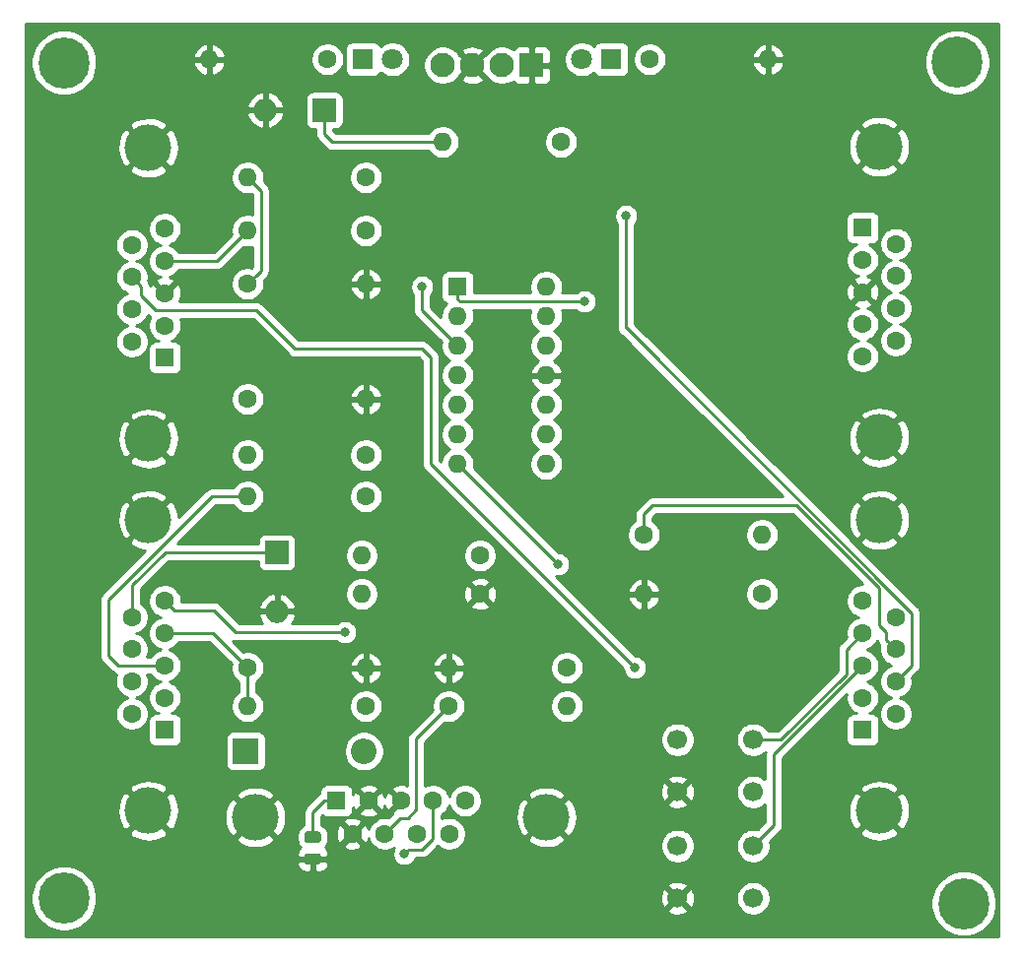
<source format=gbr>
G04 #@! TF.GenerationSoftware,KiCad,Pcbnew,(5.1.5)-3*
G04 #@! TF.CreationDate,2020-03-14T12:37:38-04:00*
G04 #@! TF.ProjectId,CB3,4342332e-6b69-4636-9164-5f7063625858,rev?*
G04 #@! TF.SameCoordinates,Original*
G04 #@! TF.FileFunction,Copper,L2,Bot*
G04 #@! TF.FilePolarity,Positive*
%FSLAX46Y46*%
G04 Gerber Fmt 4.6, Leading zero omitted, Abs format (unit mm)*
G04 Created by KiCad (PCBNEW (5.1.5)-3) date 2020-03-14 12:37:38*
%MOMM*%
%LPD*%
G04 APERTURE LIST*
%ADD10O,1.600000X1.600000*%
%ADD11C,1.600000*%
%ADD12C,1.800000*%
%ADD13R,1.800000X1.800000*%
%ADD14O,2.000000X2.000000*%
%ADD15R,2.000000X2.000000*%
%ADD16O,2.200000X2.200000*%
%ADD17R,2.200000X2.200000*%
%ADD18R,1.600000X1.600000*%
%ADD19C,4.000000*%
%ADD20C,2.100000*%
%ADD21R,2.100000X2.100000*%
%ADD22C,0.100000*%
%ADD23C,1.700000*%
%ADD24C,4.400000*%
%ADD25C,0.800000*%
%ADD26C,0.250000*%
%ADD27C,0.254000*%
G04 APERTURE END LIST*
D10*
X138176000Y-41910000D03*
D11*
X128016000Y-41910000D03*
D10*
X90170000Y-41910000D03*
D11*
X100330000Y-41910000D03*
D12*
X122174000Y-41910000D03*
D13*
X124714000Y-41910000D03*
D12*
X105918000Y-41910000D03*
D13*
X103378000Y-41910000D03*
D14*
X94996000Y-46278800D03*
D15*
X100076000Y-46278800D03*
D16*
X103460000Y-101400000D03*
D17*
X93300000Y-101400000D03*
D14*
X96000000Y-89380000D03*
D15*
X96000000Y-84300000D03*
D18*
X86360000Y-67564000D03*
D11*
X86360000Y-64794000D03*
X86360000Y-62024000D03*
X86360000Y-59254000D03*
X86360000Y-56484000D03*
X83520000Y-66179000D03*
X83520000Y-63409000D03*
X83520000Y-60639000D03*
X83520000Y-57869000D03*
D19*
X84940000Y-49524000D03*
X84940000Y-74524000D03*
D18*
X146304000Y-56388000D03*
D11*
X146304000Y-59158000D03*
X146304000Y-61928000D03*
X146304000Y-64698000D03*
X146304000Y-67468000D03*
X149144000Y-57773000D03*
X149144000Y-60543000D03*
X149144000Y-63313000D03*
X149144000Y-66083000D03*
D19*
X147724000Y-74428000D03*
X147724000Y-49428000D03*
D18*
X111506000Y-61468000D03*
D10*
X119126000Y-76708000D03*
X111506000Y-64008000D03*
X119126000Y-74168000D03*
X111506000Y-66548000D03*
X119126000Y-71628000D03*
X111506000Y-69088000D03*
X119126000Y-69088000D03*
X111506000Y-71628000D03*
X119126000Y-66548000D03*
X111506000Y-74168000D03*
X119126000Y-64008000D03*
X111506000Y-76708000D03*
X119126000Y-61468000D03*
D20*
X110236000Y-42418000D03*
X112776000Y-42418000D03*
X115316000Y-42418000D03*
D21*
X117856000Y-42418000D03*
G04 #@! TA.AperFunction,SMDPad,CuDef*
D22*
G36*
X99540142Y-110179174D02*
G01*
X99563803Y-110182684D01*
X99587007Y-110188496D01*
X99609529Y-110196554D01*
X99631153Y-110206782D01*
X99651670Y-110219079D01*
X99670883Y-110233329D01*
X99688607Y-110249393D01*
X99704671Y-110267117D01*
X99718921Y-110286330D01*
X99731218Y-110306847D01*
X99741446Y-110328471D01*
X99749504Y-110350993D01*
X99755316Y-110374197D01*
X99758826Y-110397858D01*
X99760000Y-110421750D01*
X99760000Y-110909250D01*
X99758826Y-110933142D01*
X99755316Y-110956803D01*
X99749504Y-110980007D01*
X99741446Y-111002529D01*
X99731218Y-111024153D01*
X99718921Y-111044670D01*
X99704671Y-111063883D01*
X99688607Y-111081607D01*
X99670883Y-111097671D01*
X99651670Y-111111921D01*
X99631153Y-111124218D01*
X99609529Y-111134446D01*
X99587007Y-111142504D01*
X99563803Y-111148316D01*
X99540142Y-111151826D01*
X99516250Y-111153000D01*
X98603750Y-111153000D01*
X98579858Y-111151826D01*
X98556197Y-111148316D01*
X98532993Y-111142504D01*
X98510471Y-111134446D01*
X98488847Y-111124218D01*
X98468330Y-111111921D01*
X98449117Y-111097671D01*
X98431393Y-111081607D01*
X98415329Y-111063883D01*
X98401079Y-111044670D01*
X98388782Y-111024153D01*
X98378554Y-111002529D01*
X98370496Y-110980007D01*
X98364684Y-110956803D01*
X98361174Y-110933142D01*
X98360000Y-110909250D01*
X98360000Y-110421750D01*
X98361174Y-110397858D01*
X98364684Y-110374197D01*
X98370496Y-110350993D01*
X98378554Y-110328471D01*
X98388782Y-110306847D01*
X98401079Y-110286330D01*
X98415329Y-110267117D01*
X98431393Y-110249393D01*
X98449117Y-110233329D01*
X98468330Y-110219079D01*
X98488847Y-110206782D01*
X98510471Y-110196554D01*
X98532993Y-110188496D01*
X98556197Y-110182684D01*
X98579858Y-110179174D01*
X98603750Y-110178000D01*
X99516250Y-110178000D01*
X99540142Y-110179174D01*
G37*
G04 #@! TD.AperFunction*
G04 #@! TA.AperFunction,SMDPad,CuDef*
G36*
X99540142Y-108304174D02*
G01*
X99563803Y-108307684D01*
X99587007Y-108313496D01*
X99609529Y-108321554D01*
X99631153Y-108331782D01*
X99651670Y-108344079D01*
X99670883Y-108358329D01*
X99688607Y-108374393D01*
X99704671Y-108392117D01*
X99718921Y-108411330D01*
X99731218Y-108431847D01*
X99741446Y-108453471D01*
X99749504Y-108475993D01*
X99755316Y-108499197D01*
X99758826Y-108522858D01*
X99760000Y-108546750D01*
X99760000Y-109034250D01*
X99758826Y-109058142D01*
X99755316Y-109081803D01*
X99749504Y-109105007D01*
X99741446Y-109127529D01*
X99731218Y-109149153D01*
X99718921Y-109169670D01*
X99704671Y-109188883D01*
X99688607Y-109206607D01*
X99670883Y-109222671D01*
X99651670Y-109236921D01*
X99631153Y-109249218D01*
X99609529Y-109259446D01*
X99587007Y-109267504D01*
X99563803Y-109273316D01*
X99540142Y-109276826D01*
X99516250Y-109278000D01*
X98603750Y-109278000D01*
X98579858Y-109276826D01*
X98556197Y-109273316D01*
X98532993Y-109267504D01*
X98510471Y-109259446D01*
X98488847Y-109249218D01*
X98468330Y-109236921D01*
X98449117Y-109222671D01*
X98431393Y-109206607D01*
X98415329Y-109188883D01*
X98401079Y-109169670D01*
X98388782Y-109149153D01*
X98378554Y-109127529D01*
X98370496Y-109105007D01*
X98364684Y-109081803D01*
X98361174Y-109058142D01*
X98360000Y-109034250D01*
X98360000Y-108546750D01*
X98361174Y-108522858D01*
X98364684Y-108499197D01*
X98370496Y-108475993D01*
X98378554Y-108453471D01*
X98388782Y-108431847D01*
X98401079Y-108411330D01*
X98415329Y-108392117D01*
X98431393Y-108374393D01*
X98449117Y-108358329D01*
X98468330Y-108344079D01*
X98488847Y-108331782D01*
X98510471Y-108321554D01*
X98532993Y-108313496D01*
X98556197Y-108307684D01*
X98579858Y-108304174D01*
X98603750Y-108303000D01*
X99516250Y-108303000D01*
X99540142Y-108304174D01*
G37*
G04 #@! TD.AperFunction*
D23*
X130406000Y-100402000D03*
X136906000Y-100402000D03*
X130406000Y-104902000D03*
X136906000Y-104902000D03*
X130406000Y-109546000D03*
X136906000Y-109546000D03*
X130406000Y-114046000D03*
X136906000Y-114046000D03*
D10*
X137668000Y-82804000D03*
D11*
X127508000Y-82804000D03*
D10*
X127508000Y-87884000D03*
D11*
X137668000Y-87884000D03*
D10*
X110236000Y-49022000D03*
D11*
X120396000Y-49022000D03*
D10*
X120904000Y-97536000D03*
D11*
X110744000Y-97536000D03*
D10*
X93472000Y-52070000D03*
D11*
X103632000Y-52070000D03*
D10*
X103632000Y-61214000D03*
D11*
X93472000Y-61214000D03*
D10*
X93472000Y-56642000D03*
D11*
X103632000Y-56642000D03*
D10*
X93472000Y-97536000D03*
D11*
X103632000Y-97536000D03*
D10*
X110744000Y-94234000D03*
D11*
X120904000Y-94234000D03*
D10*
X103632000Y-71120000D03*
D11*
X93472000Y-71120000D03*
D10*
X93472000Y-75946000D03*
D11*
X103632000Y-75946000D03*
D10*
X93472000Y-79502000D03*
D11*
X103632000Y-79502000D03*
D10*
X103632000Y-94234000D03*
D11*
X93472000Y-94234000D03*
D10*
X103272000Y-87884000D03*
D11*
X113432000Y-87884000D03*
D10*
X103272000Y-84582000D03*
D11*
X113432000Y-84582000D03*
D18*
X146304000Y-99568000D03*
D11*
X146304000Y-96798000D03*
X146304000Y-94028000D03*
X146304000Y-91258000D03*
X146304000Y-88488000D03*
X149144000Y-98183000D03*
X149144000Y-95413000D03*
X149144000Y-92643000D03*
X149144000Y-89873000D03*
D19*
X147724000Y-106528000D03*
X147724000Y-81528000D03*
D18*
X101092000Y-105664000D03*
D11*
X103862000Y-105664000D03*
X106632000Y-105664000D03*
X109402000Y-105664000D03*
X112172000Y-105664000D03*
X102477000Y-108504000D03*
X105247000Y-108504000D03*
X108017000Y-108504000D03*
X110787000Y-108504000D03*
D19*
X94132000Y-107084000D03*
X119132000Y-107084000D03*
D18*
X86360000Y-99568000D03*
D11*
X86360000Y-96798000D03*
X86360000Y-94028000D03*
X86360000Y-91258000D03*
X86360000Y-88488000D03*
X83520000Y-98183000D03*
X83520000Y-95413000D03*
X83520000Y-92643000D03*
X83520000Y-89873000D03*
D19*
X84940000Y-81528000D03*
X84940000Y-106528000D03*
D24*
X154432000Y-42164000D03*
X155000000Y-114500000D03*
X77700000Y-114050000D03*
X77700000Y-42200000D03*
D25*
X126746000Y-94234000D03*
X106934000Y-110236000D03*
X101854000Y-91186000D03*
X125984000Y-55372000D03*
X122428000Y-62738000D03*
X120142000Y-85344000D03*
X108458000Y-61468000D03*
X107315000Y-77737500D03*
X109220000Y-58420000D03*
X122952000Y-48276000D03*
D26*
X97536000Y-66802000D02*
X97536000Y-66802000D01*
X109192010Y-67536010D02*
X109192010Y-76680010D01*
X108458000Y-66802000D02*
X109192010Y-67536010D01*
X97536000Y-66802000D02*
X108458000Y-66802000D01*
X84319999Y-61438999D02*
X84319999Y-62219999D01*
X109192010Y-76680010D02*
X126746000Y-94234000D01*
X83520000Y-60639000D02*
X84319999Y-61438999D01*
X84319999Y-62219999D02*
X85600000Y-63500000D01*
X94234000Y-63500000D02*
X97536000Y-66802000D01*
X85600000Y-63500000D02*
X94234000Y-63500000D01*
X108476999Y-109836001D02*
X107333999Y-109836001D01*
X107333999Y-109836001D02*
X106934000Y-110236000D01*
X109402000Y-105664000D02*
X109402000Y-108911000D01*
X109402000Y-108911000D02*
X108476999Y-109836001D01*
X90860000Y-59254000D02*
X93472000Y-56642000D01*
X86360000Y-59254000D02*
X90860000Y-59254000D01*
X83520000Y-88741630D02*
X83520000Y-89873000D01*
X83566000Y-88695630D02*
X83520000Y-88741630D01*
X96000000Y-84300000D02*
X86388000Y-84300000D01*
X83566000Y-87122000D02*
X83566000Y-88695630D01*
X86388000Y-84300000D02*
X83566000Y-87122000D01*
X87159999Y-89287999D02*
X90557999Y-89287999D01*
X86360000Y-88488000D02*
X87159999Y-89287999D01*
X90557999Y-89287999D02*
X92456000Y-91186000D01*
X92456000Y-91186000D02*
X101854000Y-91186000D01*
X101854000Y-91186000D02*
X101854000Y-91186000D01*
X90496000Y-91258000D02*
X93472000Y-94234000D01*
X86360000Y-91258000D02*
X90496000Y-91258000D01*
X93472000Y-94234000D02*
X93472000Y-97536000D01*
X86360000Y-94028000D02*
X82344000Y-94028000D01*
X82344000Y-94028000D02*
X81534000Y-93218000D01*
X81534000Y-88375002D02*
X90407002Y-79502000D01*
X81534000Y-93218000D02*
X81534000Y-88375002D01*
X90407002Y-79502000D02*
X93472000Y-79502000D01*
X107950000Y-100330000D02*
X110744000Y-97536000D01*
X105247000Y-108504000D02*
X106055000Y-107696000D01*
X107238741Y-107137259D02*
X107950000Y-106426000D01*
X106055000Y-107696000D02*
X106055000Y-107686000D01*
X106603741Y-107137259D02*
X107238741Y-107137259D01*
X106055000Y-107686000D02*
X106603741Y-107137259D01*
X107950000Y-106426000D02*
X107950000Y-100330000D01*
X100042000Y-105664000D02*
X101092000Y-105664000D01*
X99060000Y-106646000D02*
X100042000Y-105664000D01*
X99060000Y-108790500D02*
X99060000Y-106646000D01*
X149144000Y-92643000D02*
X149144000Y-92432998D01*
X149144000Y-92643000D02*
X149144000Y-91994000D01*
X140587590Y-80264000D02*
X128270000Y-80264000D01*
X128270000Y-80264000D02*
X127508000Y-81026000D01*
X148344001Y-91843001D02*
X148344001Y-91194001D01*
X148344001Y-91194001D02*
X147701000Y-90551000D01*
X127508000Y-81026000D02*
X127508000Y-82804000D01*
X147701000Y-90551000D02*
X147701000Y-87377410D01*
X149144000Y-92643000D02*
X148344001Y-91843001D01*
X147701000Y-87377410D02*
X140587590Y-80264000D01*
X132842000Y-71882000D02*
X132842000Y-71882000D01*
X125984000Y-55372000D02*
X125984000Y-65024000D01*
X125984000Y-65024000D02*
X126024000Y-65024000D01*
X126024000Y-65024000D02*
X150528500Y-89528500D01*
X150528500Y-89528500D02*
X150528500Y-94028500D01*
X150528500Y-94028500D02*
X149144000Y-95413000D01*
X111506000Y-62518000D02*
X111506000Y-61468000D01*
X111726000Y-62738000D02*
X111506000Y-62518000D01*
X122428000Y-62738000D02*
X111726000Y-62738000D01*
X146050000Y-91258000D02*
X146304000Y-91258000D01*
X136906000Y-100402000D02*
X139293590Y-100402000D01*
X139293590Y-100402000D02*
X144907000Y-94788590D01*
X144907000Y-92655000D02*
X146304000Y-91258000D01*
X144907000Y-94788590D02*
X144907000Y-92655000D01*
X136906000Y-109546000D02*
X138684000Y-107768000D01*
X138684000Y-101648000D02*
X146304000Y-94028000D01*
X138684000Y-107768000D02*
X138684000Y-101648000D01*
X119742001Y-84944001D02*
X111506000Y-76708000D01*
X120142000Y-85344000D02*
X119742001Y-84944001D01*
X111506000Y-66548000D02*
X108458000Y-63500000D01*
X108458000Y-63500000D02*
X108458000Y-61468000D01*
X108458000Y-61468000D02*
X108458000Y-61468000D01*
X94271999Y-60414001D02*
X93472000Y-61214000D01*
X94597001Y-60088999D02*
X94271999Y-60414001D01*
X94597001Y-53195001D02*
X94597001Y-60088999D01*
X93472000Y-52070000D02*
X94597001Y-53195001D01*
X103807500Y-61214000D02*
X103632000Y-61214000D01*
X100736400Y-49022000D02*
X110236000Y-49022000D01*
X100076000Y-46228000D02*
X100076000Y-48361600D01*
X100076000Y-48361600D02*
X100736400Y-49022000D01*
X149101000Y-66040000D02*
X149144000Y-66083000D01*
D27*
G36*
X157988000Y-117348000D02*
G01*
X74422000Y-117348000D01*
X74422000Y-113770777D01*
X74865000Y-113770777D01*
X74865000Y-114329223D01*
X74973948Y-114876939D01*
X75187656Y-115392876D01*
X75497912Y-115857207D01*
X75892793Y-116252088D01*
X76357124Y-116562344D01*
X76873061Y-116776052D01*
X77420777Y-116885000D01*
X77979223Y-116885000D01*
X78526939Y-116776052D01*
X79042876Y-116562344D01*
X79507207Y-116252088D01*
X79902088Y-115857207D01*
X80212344Y-115392876D01*
X80344262Y-115074397D01*
X129557208Y-115074397D01*
X129634843Y-115323472D01*
X129898883Y-115449371D01*
X130182411Y-115521339D01*
X130474531Y-115536611D01*
X130764019Y-115494599D01*
X131039747Y-115396919D01*
X131177157Y-115323472D01*
X131254792Y-115074397D01*
X130406000Y-114225605D01*
X129557208Y-115074397D01*
X80344262Y-115074397D01*
X80426052Y-114876939D01*
X80535000Y-114329223D01*
X80535000Y-114114531D01*
X128915389Y-114114531D01*
X128957401Y-114404019D01*
X129055081Y-114679747D01*
X129128528Y-114817157D01*
X129377603Y-114894792D01*
X130226395Y-114046000D01*
X130585605Y-114046000D01*
X131434397Y-114894792D01*
X131683472Y-114817157D01*
X131809371Y-114553117D01*
X131881339Y-114269589D01*
X131896611Y-113977469D01*
X131885331Y-113899740D01*
X135421000Y-113899740D01*
X135421000Y-114192260D01*
X135478068Y-114479158D01*
X135590010Y-114749411D01*
X135752525Y-114992632D01*
X135959368Y-115199475D01*
X136202589Y-115361990D01*
X136472842Y-115473932D01*
X136759740Y-115531000D01*
X137052260Y-115531000D01*
X137339158Y-115473932D01*
X137609411Y-115361990D01*
X137852632Y-115199475D01*
X138059475Y-114992632D01*
X138221990Y-114749411D01*
X138333932Y-114479158D01*
X138385327Y-114220777D01*
X152165000Y-114220777D01*
X152165000Y-114779223D01*
X152273948Y-115326939D01*
X152487656Y-115842876D01*
X152797912Y-116307207D01*
X153192793Y-116702088D01*
X153657124Y-117012344D01*
X154173061Y-117226052D01*
X154720777Y-117335000D01*
X155279223Y-117335000D01*
X155826939Y-117226052D01*
X156342876Y-117012344D01*
X156807207Y-116702088D01*
X157202088Y-116307207D01*
X157512344Y-115842876D01*
X157726052Y-115326939D01*
X157835000Y-114779223D01*
X157835000Y-114220777D01*
X157726052Y-113673061D01*
X157512344Y-113157124D01*
X157202088Y-112692793D01*
X156807207Y-112297912D01*
X156342876Y-111987656D01*
X155826939Y-111773948D01*
X155279223Y-111665000D01*
X154720777Y-111665000D01*
X154173061Y-111773948D01*
X153657124Y-111987656D01*
X153192793Y-112297912D01*
X152797912Y-112692793D01*
X152487656Y-113157124D01*
X152273948Y-113673061D01*
X152165000Y-114220777D01*
X138385327Y-114220777D01*
X138391000Y-114192260D01*
X138391000Y-113899740D01*
X138333932Y-113612842D01*
X138221990Y-113342589D01*
X138059475Y-113099368D01*
X137852632Y-112892525D01*
X137609411Y-112730010D01*
X137339158Y-112618068D01*
X137052260Y-112561000D01*
X136759740Y-112561000D01*
X136472842Y-112618068D01*
X136202589Y-112730010D01*
X135959368Y-112892525D01*
X135752525Y-113099368D01*
X135590010Y-113342589D01*
X135478068Y-113612842D01*
X135421000Y-113899740D01*
X131885331Y-113899740D01*
X131854599Y-113687981D01*
X131756919Y-113412253D01*
X131683472Y-113274843D01*
X131434397Y-113197208D01*
X130585605Y-114046000D01*
X130226395Y-114046000D01*
X129377603Y-113197208D01*
X129128528Y-113274843D01*
X129002629Y-113538883D01*
X128930661Y-113822411D01*
X128915389Y-114114531D01*
X80535000Y-114114531D01*
X80535000Y-113770777D01*
X80426052Y-113223061D01*
X80340949Y-113017603D01*
X129557208Y-113017603D01*
X130406000Y-113866395D01*
X131254792Y-113017603D01*
X131177157Y-112768528D01*
X130913117Y-112642629D01*
X130629589Y-112570661D01*
X130337469Y-112555389D01*
X130047981Y-112597401D01*
X129772253Y-112695081D01*
X129634843Y-112768528D01*
X129557208Y-113017603D01*
X80340949Y-113017603D01*
X80212344Y-112707124D01*
X79902088Y-112242793D01*
X79507207Y-111847912D01*
X79042876Y-111537656D01*
X78526939Y-111323948D01*
X77979223Y-111215000D01*
X77420777Y-111215000D01*
X76873061Y-111323948D01*
X76357124Y-111537656D01*
X75892793Y-111847912D01*
X75497912Y-112242793D01*
X75187656Y-112707124D01*
X74973948Y-113223061D01*
X74865000Y-113770777D01*
X74422000Y-113770777D01*
X74422000Y-111153000D01*
X97721928Y-111153000D01*
X97734188Y-111277482D01*
X97770498Y-111397180D01*
X97829463Y-111507494D01*
X97908815Y-111604185D01*
X98005506Y-111683537D01*
X98115820Y-111742502D01*
X98235518Y-111778812D01*
X98360000Y-111791072D01*
X98774250Y-111788000D01*
X98933000Y-111629250D01*
X98933000Y-110792500D01*
X99187000Y-110792500D01*
X99187000Y-111629250D01*
X99345750Y-111788000D01*
X99760000Y-111791072D01*
X99884482Y-111778812D01*
X100004180Y-111742502D01*
X100114494Y-111683537D01*
X100211185Y-111604185D01*
X100290537Y-111507494D01*
X100349502Y-111397180D01*
X100385812Y-111277482D01*
X100398072Y-111153000D01*
X100395000Y-110951250D01*
X100236250Y-110792500D01*
X99187000Y-110792500D01*
X98933000Y-110792500D01*
X97883750Y-110792500D01*
X97725000Y-110951250D01*
X97721928Y-111153000D01*
X74422000Y-111153000D01*
X74422000Y-108375499D01*
X83272106Y-108375499D01*
X83488228Y-108742258D01*
X83948105Y-108982938D01*
X84446098Y-109129275D01*
X84963071Y-109175648D01*
X85479159Y-109120273D01*
X85974526Y-108965279D01*
X86037724Y-108931499D01*
X92464106Y-108931499D01*
X92680228Y-109298258D01*
X93140105Y-109538938D01*
X93638098Y-109685275D01*
X94155071Y-109731648D01*
X94671159Y-109676273D01*
X95166526Y-109521279D01*
X95583772Y-109298258D01*
X95799894Y-108931499D01*
X94132000Y-107263605D01*
X92464106Y-108931499D01*
X86037724Y-108931499D01*
X86391772Y-108742258D01*
X86607894Y-108375499D01*
X84940000Y-106707605D01*
X83272106Y-108375499D01*
X74422000Y-108375499D01*
X74422000Y-106551071D01*
X82292352Y-106551071D01*
X82347727Y-107067159D01*
X82502721Y-107562526D01*
X82725742Y-107979772D01*
X83092501Y-108195894D01*
X84760395Y-106528000D01*
X85119605Y-106528000D01*
X86787499Y-108195894D01*
X87154258Y-107979772D01*
X87394938Y-107519895D01*
X87516247Y-107107071D01*
X91484352Y-107107071D01*
X91539727Y-107623159D01*
X91694721Y-108118526D01*
X91917742Y-108535772D01*
X92284501Y-108751894D01*
X93952395Y-107084000D01*
X94311605Y-107084000D01*
X95979499Y-108751894D01*
X96327628Y-108546750D01*
X97721928Y-108546750D01*
X97721928Y-109034250D01*
X97738872Y-109206285D01*
X97789053Y-109371709D01*
X97870542Y-109524164D01*
X97980208Y-109657792D01*
X97986564Y-109663008D01*
X97908815Y-109726815D01*
X97829463Y-109823506D01*
X97770498Y-109933820D01*
X97734188Y-110053518D01*
X97721928Y-110178000D01*
X97725000Y-110379750D01*
X97883750Y-110538500D01*
X98933000Y-110538500D01*
X98933000Y-110518500D01*
X99187000Y-110518500D01*
X99187000Y-110538500D01*
X100236250Y-110538500D01*
X100395000Y-110379750D01*
X100398072Y-110178000D01*
X100385812Y-110053518D01*
X100349502Y-109933820D01*
X100290537Y-109823506D01*
X100211185Y-109726815D01*
X100133436Y-109663008D01*
X100139792Y-109657792D01*
X100249458Y-109524164D01*
X100264136Y-109496702D01*
X101663903Y-109496702D01*
X101735486Y-109740671D01*
X101990996Y-109861571D01*
X102265184Y-109930300D01*
X102547512Y-109944217D01*
X102827130Y-109902787D01*
X103093292Y-109807603D01*
X103218514Y-109740671D01*
X103290097Y-109496702D01*
X102477000Y-108683605D01*
X101663903Y-109496702D01*
X100264136Y-109496702D01*
X100330947Y-109371709D01*
X100381128Y-109206285D01*
X100398072Y-109034250D01*
X100398072Y-108574512D01*
X101036783Y-108574512D01*
X101078213Y-108854130D01*
X101173397Y-109120292D01*
X101240329Y-109245514D01*
X101484298Y-109317097D01*
X102297395Y-108504000D01*
X102656605Y-108504000D01*
X103469702Y-109317097D01*
X103713671Y-109245514D01*
X103834571Y-108990004D01*
X103860212Y-108887711D01*
X103867147Y-108922574D01*
X103975320Y-109183727D01*
X104132363Y-109418759D01*
X104332241Y-109618637D01*
X104567273Y-109775680D01*
X104828426Y-109883853D01*
X105105665Y-109939000D01*
X105388335Y-109939000D01*
X105665574Y-109883853D01*
X105926727Y-109775680D01*
X106053304Y-109691104D01*
X106016795Y-109745744D01*
X105938774Y-109934102D01*
X105899000Y-110134061D01*
X105899000Y-110337939D01*
X105938774Y-110537898D01*
X106016795Y-110726256D01*
X106130063Y-110895774D01*
X106274226Y-111039937D01*
X106443744Y-111153205D01*
X106632102Y-111231226D01*
X106832061Y-111271000D01*
X107035939Y-111271000D01*
X107235898Y-111231226D01*
X107424256Y-111153205D01*
X107593774Y-111039937D01*
X107737937Y-110895774D01*
X107851205Y-110726256D01*
X107905159Y-110596001D01*
X108439677Y-110596001D01*
X108476999Y-110599677D01*
X108514321Y-110596001D01*
X108514332Y-110596001D01*
X108625985Y-110585004D01*
X108769246Y-110541547D01*
X108901275Y-110470975D01*
X109017000Y-110376002D01*
X109040802Y-110346999D01*
X109820703Y-109567099D01*
X109872241Y-109618637D01*
X110107273Y-109775680D01*
X110368426Y-109883853D01*
X110645665Y-109939000D01*
X110928335Y-109939000D01*
X111205574Y-109883853D01*
X111466727Y-109775680D01*
X111701759Y-109618637D01*
X111901637Y-109418759D01*
X112058680Y-109183727D01*
X112163156Y-108931499D01*
X117464106Y-108931499D01*
X117680228Y-109298258D01*
X118140105Y-109538938D01*
X118638098Y-109685275D01*
X119155071Y-109731648D01*
X119671159Y-109676273D01*
X120166526Y-109521279D01*
X120393911Y-109399740D01*
X128921000Y-109399740D01*
X128921000Y-109692260D01*
X128978068Y-109979158D01*
X129090010Y-110249411D01*
X129252525Y-110492632D01*
X129459368Y-110699475D01*
X129702589Y-110861990D01*
X129972842Y-110973932D01*
X130259740Y-111031000D01*
X130552260Y-111031000D01*
X130839158Y-110973932D01*
X131109411Y-110861990D01*
X131352632Y-110699475D01*
X131559475Y-110492632D01*
X131721990Y-110249411D01*
X131833932Y-109979158D01*
X131891000Y-109692260D01*
X131891000Y-109399740D01*
X131833932Y-109112842D01*
X131721990Y-108842589D01*
X131559475Y-108599368D01*
X131352632Y-108392525D01*
X131109411Y-108230010D01*
X130839158Y-108118068D01*
X130552260Y-108061000D01*
X130259740Y-108061000D01*
X129972842Y-108118068D01*
X129702589Y-108230010D01*
X129459368Y-108392525D01*
X129252525Y-108599368D01*
X129090010Y-108842589D01*
X128978068Y-109112842D01*
X128921000Y-109399740D01*
X120393911Y-109399740D01*
X120583772Y-109298258D01*
X120799894Y-108931499D01*
X119132000Y-107263605D01*
X117464106Y-108931499D01*
X112163156Y-108931499D01*
X112166853Y-108922574D01*
X112222000Y-108645335D01*
X112222000Y-108362665D01*
X112166853Y-108085426D01*
X112058680Y-107824273D01*
X111901637Y-107589241D01*
X111701759Y-107389363D01*
X111466727Y-107232320D01*
X111205574Y-107124147D01*
X111119729Y-107107071D01*
X116484352Y-107107071D01*
X116539727Y-107623159D01*
X116694721Y-108118526D01*
X116917742Y-108535772D01*
X117284501Y-108751894D01*
X118952395Y-107084000D01*
X119311605Y-107084000D01*
X120979499Y-108751894D01*
X121346258Y-108535772D01*
X121586938Y-108075895D01*
X121733275Y-107577902D01*
X121779648Y-107060929D01*
X121724273Y-106544841D01*
X121569279Y-106049474D01*
X121505632Y-105930397D01*
X129557208Y-105930397D01*
X129634843Y-106179472D01*
X129898883Y-106305371D01*
X130182411Y-106377339D01*
X130474531Y-106392611D01*
X130764019Y-106350599D01*
X131039747Y-106252919D01*
X131177157Y-106179472D01*
X131254792Y-105930397D01*
X130406000Y-105081605D01*
X129557208Y-105930397D01*
X121505632Y-105930397D01*
X121346258Y-105632228D01*
X120979499Y-105416106D01*
X119311605Y-107084000D01*
X118952395Y-107084000D01*
X117284501Y-105416106D01*
X116917742Y-105632228D01*
X116677062Y-106092105D01*
X116530725Y-106590098D01*
X116484352Y-107107071D01*
X111119729Y-107107071D01*
X110928335Y-107069000D01*
X110645665Y-107069000D01*
X110368426Y-107124147D01*
X110162000Y-107209651D01*
X110162000Y-106882043D01*
X110316759Y-106778637D01*
X110516637Y-106578759D01*
X110673680Y-106343727D01*
X110781853Y-106082574D01*
X110787000Y-106056699D01*
X110792147Y-106082574D01*
X110900320Y-106343727D01*
X111057363Y-106578759D01*
X111257241Y-106778637D01*
X111492273Y-106935680D01*
X111753426Y-107043853D01*
X112030665Y-107099000D01*
X112313335Y-107099000D01*
X112590574Y-107043853D01*
X112851727Y-106935680D01*
X113086759Y-106778637D01*
X113286637Y-106578759D01*
X113443680Y-106343727D01*
X113551853Y-106082574D01*
X113607000Y-105805335D01*
X113607000Y-105522665D01*
X113551853Y-105245426D01*
X113548157Y-105236501D01*
X117464106Y-105236501D01*
X119132000Y-106904395D01*
X120799894Y-105236501D01*
X120643165Y-104970531D01*
X128915389Y-104970531D01*
X128957401Y-105260019D01*
X129055081Y-105535747D01*
X129128528Y-105673157D01*
X129377603Y-105750792D01*
X130226395Y-104902000D01*
X130585605Y-104902000D01*
X131434397Y-105750792D01*
X131683472Y-105673157D01*
X131809371Y-105409117D01*
X131881339Y-105125589D01*
X131896611Y-104833469D01*
X131854599Y-104543981D01*
X131756919Y-104268253D01*
X131683472Y-104130843D01*
X131434397Y-104053208D01*
X130585605Y-104902000D01*
X130226395Y-104902000D01*
X129377603Y-104053208D01*
X129128528Y-104130843D01*
X129002629Y-104394883D01*
X128930661Y-104678411D01*
X128915389Y-104970531D01*
X120643165Y-104970531D01*
X120583772Y-104869742D01*
X120123895Y-104629062D01*
X119625902Y-104482725D01*
X119108929Y-104436352D01*
X118592841Y-104491727D01*
X118097474Y-104646721D01*
X117680228Y-104869742D01*
X117464106Y-105236501D01*
X113548157Y-105236501D01*
X113443680Y-104984273D01*
X113286637Y-104749241D01*
X113086759Y-104549363D01*
X112851727Y-104392320D01*
X112590574Y-104284147D01*
X112313335Y-104229000D01*
X112030665Y-104229000D01*
X111753426Y-104284147D01*
X111492273Y-104392320D01*
X111257241Y-104549363D01*
X111057363Y-104749241D01*
X110900320Y-104984273D01*
X110792147Y-105245426D01*
X110787000Y-105271301D01*
X110781853Y-105245426D01*
X110673680Y-104984273D01*
X110516637Y-104749241D01*
X110316759Y-104549363D01*
X110081727Y-104392320D01*
X109820574Y-104284147D01*
X109543335Y-104229000D01*
X109260665Y-104229000D01*
X108983426Y-104284147D01*
X108722273Y-104392320D01*
X108710000Y-104400521D01*
X108710000Y-103873603D01*
X129557208Y-103873603D01*
X130406000Y-104722395D01*
X131254792Y-103873603D01*
X131177157Y-103624528D01*
X130913117Y-103498629D01*
X130629589Y-103426661D01*
X130337469Y-103411389D01*
X130047981Y-103453401D01*
X129772253Y-103551081D01*
X129634843Y-103624528D01*
X129557208Y-103873603D01*
X108710000Y-103873603D01*
X108710000Y-100644801D01*
X109099061Y-100255740D01*
X128921000Y-100255740D01*
X128921000Y-100548260D01*
X128978068Y-100835158D01*
X129090010Y-101105411D01*
X129252525Y-101348632D01*
X129459368Y-101555475D01*
X129702589Y-101717990D01*
X129972842Y-101829932D01*
X130259740Y-101887000D01*
X130552260Y-101887000D01*
X130839158Y-101829932D01*
X131109411Y-101717990D01*
X131352632Y-101555475D01*
X131559475Y-101348632D01*
X131721990Y-101105411D01*
X131833932Y-100835158D01*
X131891000Y-100548260D01*
X131891000Y-100255740D01*
X131833932Y-99968842D01*
X131721990Y-99698589D01*
X131559475Y-99455368D01*
X131352632Y-99248525D01*
X131109411Y-99086010D01*
X130839158Y-98974068D01*
X130552260Y-98917000D01*
X130259740Y-98917000D01*
X129972842Y-98974068D01*
X129702589Y-99086010D01*
X129459368Y-99248525D01*
X129252525Y-99455368D01*
X129090010Y-99698589D01*
X128978068Y-99968842D01*
X128921000Y-100255740D01*
X109099061Y-100255740D01*
X110420114Y-98934688D01*
X110602665Y-98971000D01*
X110885335Y-98971000D01*
X111162574Y-98915853D01*
X111423727Y-98807680D01*
X111658759Y-98650637D01*
X111858637Y-98450759D01*
X112015680Y-98215727D01*
X112123853Y-97954574D01*
X112179000Y-97677335D01*
X112179000Y-97394665D01*
X119469000Y-97394665D01*
X119469000Y-97677335D01*
X119524147Y-97954574D01*
X119632320Y-98215727D01*
X119789363Y-98450759D01*
X119989241Y-98650637D01*
X120224273Y-98807680D01*
X120485426Y-98915853D01*
X120762665Y-98971000D01*
X121045335Y-98971000D01*
X121322574Y-98915853D01*
X121583727Y-98807680D01*
X121818759Y-98650637D01*
X122018637Y-98450759D01*
X122175680Y-98215727D01*
X122283853Y-97954574D01*
X122339000Y-97677335D01*
X122339000Y-97394665D01*
X122283853Y-97117426D01*
X122175680Y-96856273D01*
X122018637Y-96621241D01*
X121818759Y-96421363D01*
X121583727Y-96264320D01*
X121322574Y-96156147D01*
X121045335Y-96101000D01*
X120762665Y-96101000D01*
X120485426Y-96156147D01*
X120224273Y-96264320D01*
X119989241Y-96421363D01*
X119789363Y-96621241D01*
X119632320Y-96856273D01*
X119524147Y-97117426D01*
X119469000Y-97394665D01*
X112179000Y-97394665D01*
X112123853Y-97117426D01*
X112015680Y-96856273D01*
X111858637Y-96621241D01*
X111658759Y-96421363D01*
X111423727Y-96264320D01*
X111162574Y-96156147D01*
X110885335Y-96101000D01*
X110602665Y-96101000D01*
X110325426Y-96156147D01*
X110064273Y-96264320D01*
X109829241Y-96421363D01*
X109629363Y-96621241D01*
X109472320Y-96856273D01*
X109364147Y-97117426D01*
X109309000Y-97394665D01*
X109309000Y-97677335D01*
X109345312Y-97859886D01*
X107438998Y-99766201D01*
X107410000Y-99789999D01*
X107386202Y-99818997D01*
X107386201Y-99818998D01*
X107315026Y-99905724D01*
X107244454Y-100037754D01*
X107200998Y-100181015D01*
X107186324Y-100330000D01*
X107190001Y-100367332D01*
X107190000Y-104340496D01*
X107118004Y-104306429D01*
X106843816Y-104237700D01*
X106561488Y-104223783D01*
X106281870Y-104265213D01*
X106015708Y-104360397D01*
X105890486Y-104427329D01*
X105818903Y-104671298D01*
X106632000Y-105484395D01*
X106646143Y-105470253D01*
X106825748Y-105649858D01*
X106811605Y-105664000D01*
X106825748Y-105678143D01*
X106646143Y-105857748D01*
X106632000Y-105843605D01*
X105818903Y-106656702D01*
X105862139Y-106804059D01*
X105562546Y-107103653D01*
X105388335Y-107069000D01*
X105105665Y-107069000D01*
X104828426Y-107124147D01*
X104567273Y-107232320D01*
X104332241Y-107389363D01*
X104132363Y-107589241D01*
X103975320Y-107824273D01*
X103867147Y-108085426D01*
X103861487Y-108113882D01*
X103780603Y-107887708D01*
X103713671Y-107762486D01*
X103469702Y-107690903D01*
X102656605Y-108504000D01*
X102297395Y-108504000D01*
X101484298Y-107690903D01*
X101240329Y-107762486D01*
X101119429Y-108017996D01*
X101050700Y-108292184D01*
X101036783Y-108574512D01*
X100398072Y-108574512D01*
X100398072Y-108546750D01*
X100381128Y-108374715D01*
X100330947Y-108209291D01*
X100249458Y-108056836D01*
X100139792Y-107923208D01*
X100006164Y-107813542D01*
X99853709Y-107732053D01*
X99820000Y-107721827D01*
X99820000Y-107511298D01*
X101663903Y-107511298D01*
X102477000Y-108324395D01*
X103290097Y-107511298D01*
X103218514Y-107267329D01*
X102963004Y-107146429D01*
X102688816Y-107077700D01*
X102406488Y-107063783D01*
X102126870Y-107105213D01*
X101860708Y-107200397D01*
X101735486Y-107267329D01*
X101663903Y-107511298D01*
X99820000Y-107511298D01*
X99820000Y-106960801D01*
X99854437Y-106926364D01*
X99937506Y-106994537D01*
X100047820Y-107053502D01*
X100167518Y-107089812D01*
X100292000Y-107102072D01*
X101892000Y-107102072D01*
X102016482Y-107089812D01*
X102136180Y-107053502D01*
X102246494Y-106994537D01*
X102343185Y-106915185D01*
X102422537Y-106818494D01*
X102481502Y-106708180D01*
X102497117Y-106656702D01*
X103048903Y-106656702D01*
X103120486Y-106900671D01*
X103375996Y-107021571D01*
X103650184Y-107090300D01*
X103932512Y-107104217D01*
X104212130Y-107062787D01*
X104478292Y-106967603D01*
X104603514Y-106900671D01*
X104675097Y-106656702D01*
X103862000Y-105843605D01*
X103048903Y-106656702D01*
X102497117Y-106656702D01*
X102517812Y-106588482D01*
X102530072Y-106464000D01*
X102530072Y-106201087D01*
X102558397Y-106280292D01*
X102625329Y-106405514D01*
X102869298Y-106477097D01*
X103682395Y-105664000D01*
X104041605Y-105664000D01*
X104854702Y-106477097D01*
X105098671Y-106405514D01*
X105219571Y-106150004D01*
X105245216Y-106047695D01*
X105328397Y-106280292D01*
X105395329Y-106405514D01*
X105639298Y-106477097D01*
X106452395Y-105664000D01*
X105639298Y-104850903D01*
X105395329Y-104922486D01*
X105274429Y-105177996D01*
X105248784Y-105280305D01*
X105165603Y-105047708D01*
X105098671Y-104922486D01*
X104854702Y-104850903D01*
X104041605Y-105664000D01*
X103682395Y-105664000D01*
X102869298Y-104850903D01*
X102625329Y-104922486D01*
X102530072Y-105123802D01*
X102530072Y-104864000D01*
X102517812Y-104739518D01*
X102497118Y-104671298D01*
X103048903Y-104671298D01*
X103862000Y-105484395D01*
X104675097Y-104671298D01*
X104603514Y-104427329D01*
X104348004Y-104306429D01*
X104073816Y-104237700D01*
X103791488Y-104223783D01*
X103511870Y-104265213D01*
X103245708Y-104360397D01*
X103120486Y-104427329D01*
X103048903Y-104671298D01*
X102497118Y-104671298D01*
X102481502Y-104619820D01*
X102422537Y-104509506D01*
X102343185Y-104412815D01*
X102246494Y-104333463D01*
X102136180Y-104274498D01*
X102016482Y-104238188D01*
X101892000Y-104225928D01*
X100292000Y-104225928D01*
X100167518Y-104238188D01*
X100047820Y-104274498D01*
X99937506Y-104333463D01*
X99840815Y-104412815D01*
X99761463Y-104509506D01*
X99702498Y-104619820D01*
X99666188Y-104739518D01*
X99653928Y-104864000D01*
X99653928Y-105009674D01*
X99617724Y-105029026D01*
X99501999Y-105123999D01*
X99478201Y-105152997D01*
X98548998Y-106082201D01*
X98520000Y-106105999D01*
X98496202Y-106134997D01*
X98496201Y-106134998D01*
X98425026Y-106221724D01*
X98354454Y-106353754D01*
X98324180Y-106453558D01*
X98310998Y-106497014D01*
X98307946Y-106528000D01*
X98296324Y-106646000D01*
X98300001Y-106683332D01*
X98300000Y-107721827D01*
X98266291Y-107732053D01*
X98113836Y-107813542D01*
X97980208Y-107923208D01*
X97870542Y-108056836D01*
X97789053Y-108209291D01*
X97738872Y-108374715D01*
X97721928Y-108546750D01*
X96327628Y-108546750D01*
X96346258Y-108535772D01*
X96586938Y-108075895D01*
X96733275Y-107577902D01*
X96779648Y-107060929D01*
X96724273Y-106544841D01*
X96569279Y-106049474D01*
X96346258Y-105632228D01*
X95979499Y-105416106D01*
X94311605Y-107084000D01*
X93952395Y-107084000D01*
X92284501Y-105416106D01*
X91917742Y-105632228D01*
X91677062Y-106092105D01*
X91530725Y-106590098D01*
X91484352Y-107107071D01*
X87516247Y-107107071D01*
X87541275Y-107021902D01*
X87587648Y-106504929D01*
X87532273Y-105988841D01*
X87377279Y-105493474D01*
X87239926Y-105236501D01*
X92464106Y-105236501D01*
X94132000Y-106904395D01*
X95799894Y-105236501D01*
X95583772Y-104869742D01*
X95123895Y-104629062D01*
X94625902Y-104482725D01*
X94108929Y-104436352D01*
X93592841Y-104491727D01*
X93097474Y-104646721D01*
X92680228Y-104869742D01*
X92464106Y-105236501D01*
X87239926Y-105236501D01*
X87154258Y-105076228D01*
X86787499Y-104860106D01*
X85119605Y-106528000D01*
X84760395Y-106528000D01*
X83092501Y-104860106D01*
X82725742Y-105076228D01*
X82485062Y-105536105D01*
X82338725Y-106034098D01*
X82292352Y-106551071D01*
X74422000Y-106551071D01*
X74422000Y-104680501D01*
X83272106Y-104680501D01*
X84940000Y-106348395D01*
X86607894Y-104680501D01*
X86391772Y-104313742D01*
X85931895Y-104073062D01*
X85433902Y-103926725D01*
X84916929Y-103880352D01*
X84400841Y-103935727D01*
X83905474Y-104090721D01*
X83488228Y-104313742D01*
X83272106Y-104680501D01*
X74422000Y-104680501D01*
X74422000Y-88375002D01*
X80770324Y-88375002D01*
X80774001Y-88412334D01*
X80774000Y-93180677D01*
X80770324Y-93218000D01*
X80774000Y-93255322D01*
X80774000Y-93255332D01*
X80784997Y-93366985D01*
X80816344Y-93470323D01*
X80828454Y-93510246D01*
X80899026Y-93642276D01*
X80938871Y-93690826D01*
X80993999Y-93758001D01*
X81023002Y-93781803D01*
X81780201Y-94539002D01*
X81803999Y-94568001D01*
X81832997Y-94591799D01*
X81919723Y-94662974D01*
X82020961Y-94717087D01*
X82051753Y-94733546D01*
X82195014Y-94777003D01*
X82228827Y-94780333D01*
X82140147Y-94994426D01*
X82085000Y-95271665D01*
X82085000Y-95554335D01*
X82140147Y-95831574D01*
X82248320Y-96092727D01*
X82405363Y-96327759D01*
X82605241Y-96527637D01*
X82840273Y-96684680D01*
X83101426Y-96792853D01*
X83127301Y-96798000D01*
X83101426Y-96803147D01*
X82840273Y-96911320D01*
X82605241Y-97068363D01*
X82405363Y-97268241D01*
X82248320Y-97503273D01*
X82140147Y-97764426D01*
X82085000Y-98041665D01*
X82085000Y-98324335D01*
X82140147Y-98601574D01*
X82248320Y-98862727D01*
X82405363Y-99097759D01*
X82605241Y-99297637D01*
X82840273Y-99454680D01*
X83101426Y-99562853D01*
X83378665Y-99618000D01*
X83661335Y-99618000D01*
X83938574Y-99562853D01*
X84199727Y-99454680D01*
X84434759Y-99297637D01*
X84634637Y-99097759D01*
X84791680Y-98862727D01*
X84899853Y-98601574D01*
X84955000Y-98324335D01*
X84955000Y-98041665D01*
X84899853Y-97764426D01*
X84791680Y-97503273D01*
X84634637Y-97268241D01*
X84434759Y-97068363D01*
X84199727Y-96911320D01*
X83938574Y-96803147D01*
X83912699Y-96798000D01*
X83938574Y-96792853D01*
X84199727Y-96684680D01*
X84434759Y-96527637D01*
X84634637Y-96327759D01*
X84791680Y-96092727D01*
X84899853Y-95831574D01*
X84955000Y-95554335D01*
X84955000Y-95271665D01*
X84899853Y-94994426D01*
X84814349Y-94788000D01*
X85141957Y-94788000D01*
X85245363Y-94942759D01*
X85445241Y-95142637D01*
X85680273Y-95299680D01*
X85941426Y-95407853D01*
X85967301Y-95413000D01*
X85941426Y-95418147D01*
X85680273Y-95526320D01*
X85445241Y-95683363D01*
X85245363Y-95883241D01*
X85088320Y-96118273D01*
X84980147Y-96379426D01*
X84925000Y-96656665D01*
X84925000Y-96939335D01*
X84980147Y-97216574D01*
X85088320Y-97477727D01*
X85245363Y-97712759D01*
X85445241Y-97912637D01*
X85680273Y-98069680D01*
X85825725Y-98129928D01*
X85560000Y-98129928D01*
X85435518Y-98142188D01*
X85315820Y-98178498D01*
X85205506Y-98237463D01*
X85108815Y-98316815D01*
X85029463Y-98413506D01*
X84970498Y-98523820D01*
X84934188Y-98643518D01*
X84921928Y-98768000D01*
X84921928Y-100368000D01*
X84934188Y-100492482D01*
X84970498Y-100612180D01*
X85029463Y-100722494D01*
X85108815Y-100819185D01*
X85205506Y-100898537D01*
X85315820Y-100957502D01*
X85435518Y-100993812D01*
X85560000Y-101006072D01*
X87160000Y-101006072D01*
X87284482Y-100993812D01*
X87404180Y-100957502D01*
X87514494Y-100898537D01*
X87611185Y-100819185D01*
X87690537Y-100722494D01*
X87749502Y-100612180D01*
X87785812Y-100492482D01*
X87798072Y-100368000D01*
X87798072Y-100300000D01*
X91561928Y-100300000D01*
X91561928Y-102500000D01*
X91574188Y-102624482D01*
X91610498Y-102744180D01*
X91669463Y-102854494D01*
X91748815Y-102951185D01*
X91845506Y-103030537D01*
X91955820Y-103089502D01*
X92075518Y-103125812D01*
X92200000Y-103138072D01*
X94400000Y-103138072D01*
X94524482Y-103125812D01*
X94644180Y-103089502D01*
X94754494Y-103030537D01*
X94851185Y-102951185D01*
X94930537Y-102854494D01*
X94989502Y-102744180D01*
X95025812Y-102624482D01*
X95038072Y-102500000D01*
X95038072Y-101229117D01*
X101725000Y-101229117D01*
X101725000Y-101570883D01*
X101791675Y-101906081D01*
X101922463Y-102221831D01*
X102112337Y-102505998D01*
X102354002Y-102747663D01*
X102638169Y-102937537D01*
X102953919Y-103068325D01*
X103289117Y-103135000D01*
X103630883Y-103135000D01*
X103966081Y-103068325D01*
X104281831Y-102937537D01*
X104565998Y-102747663D01*
X104807663Y-102505998D01*
X104997537Y-102221831D01*
X105128325Y-101906081D01*
X105195000Y-101570883D01*
X105195000Y-101229117D01*
X105128325Y-100893919D01*
X104997537Y-100578169D01*
X104807663Y-100294002D01*
X104565998Y-100052337D01*
X104281831Y-99862463D01*
X103966081Y-99731675D01*
X103630883Y-99665000D01*
X103289117Y-99665000D01*
X102953919Y-99731675D01*
X102638169Y-99862463D01*
X102354002Y-100052337D01*
X102112337Y-100294002D01*
X101922463Y-100578169D01*
X101791675Y-100893919D01*
X101725000Y-101229117D01*
X95038072Y-101229117D01*
X95038072Y-100300000D01*
X95025812Y-100175518D01*
X94989502Y-100055820D01*
X94930537Y-99945506D01*
X94851185Y-99848815D01*
X94754494Y-99769463D01*
X94644180Y-99710498D01*
X94524482Y-99674188D01*
X94400000Y-99661928D01*
X92200000Y-99661928D01*
X92075518Y-99674188D01*
X91955820Y-99710498D01*
X91845506Y-99769463D01*
X91748815Y-99848815D01*
X91669463Y-99945506D01*
X91610498Y-100055820D01*
X91574188Y-100175518D01*
X91561928Y-100300000D01*
X87798072Y-100300000D01*
X87798072Y-98768000D01*
X87785812Y-98643518D01*
X87749502Y-98523820D01*
X87690537Y-98413506D01*
X87611185Y-98316815D01*
X87514494Y-98237463D01*
X87404180Y-98178498D01*
X87284482Y-98142188D01*
X87160000Y-98129928D01*
X86894275Y-98129928D01*
X87039727Y-98069680D01*
X87274759Y-97912637D01*
X87474637Y-97712759D01*
X87631680Y-97477727D01*
X87739853Y-97216574D01*
X87795000Y-96939335D01*
X87795000Y-96656665D01*
X87739853Y-96379426D01*
X87631680Y-96118273D01*
X87474637Y-95883241D01*
X87274759Y-95683363D01*
X87039727Y-95526320D01*
X86778574Y-95418147D01*
X86752699Y-95413000D01*
X86778574Y-95407853D01*
X87039727Y-95299680D01*
X87274759Y-95142637D01*
X87474637Y-94942759D01*
X87631680Y-94707727D01*
X87739853Y-94446574D01*
X87795000Y-94169335D01*
X87795000Y-93886665D01*
X87739853Y-93609426D01*
X87631680Y-93348273D01*
X87474637Y-93113241D01*
X87274759Y-92913363D01*
X87039727Y-92756320D01*
X86778574Y-92648147D01*
X86752699Y-92643000D01*
X86778574Y-92637853D01*
X87039727Y-92529680D01*
X87274759Y-92372637D01*
X87474637Y-92172759D01*
X87578043Y-92018000D01*
X90181199Y-92018000D01*
X92073312Y-93910114D01*
X92037000Y-94092665D01*
X92037000Y-94375335D01*
X92092147Y-94652574D01*
X92200320Y-94913727D01*
X92357363Y-95148759D01*
X92557241Y-95348637D01*
X92712000Y-95452044D01*
X92712001Y-96317956D01*
X92557241Y-96421363D01*
X92357363Y-96621241D01*
X92200320Y-96856273D01*
X92092147Y-97117426D01*
X92037000Y-97394665D01*
X92037000Y-97677335D01*
X92092147Y-97954574D01*
X92200320Y-98215727D01*
X92357363Y-98450759D01*
X92557241Y-98650637D01*
X92792273Y-98807680D01*
X93053426Y-98915853D01*
X93330665Y-98971000D01*
X93613335Y-98971000D01*
X93890574Y-98915853D01*
X94151727Y-98807680D01*
X94386759Y-98650637D01*
X94586637Y-98450759D01*
X94743680Y-98215727D01*
X94851853Y-97954574D01*
X94907000Y-97677335D01*
X94907000Y-97394665D01*
X102197000Y-97394665D01*
X102197000Y-97677335D01*
X102252147Y-97954574D01*
X102360320Y-98215727D01*
X102517363Y-98450759D01*
X102717241Y-98650637D01*
X102952273Y-98807680D01*
X103213426Y-98915853D01*
X103490665Y-98971000D01*
X103773335Y-98971000D01*
X104050574Y-98915853D01*
X104311727Y-98807680D01*
X104546759Y-98650637D01*
X104746637Y-98450759D01*
X104903680Y-98215727D01*
X105011853Y-97954574D01*
X105067000Y-97677335D01*
X105067000Y-97394665D01*
X105011853Y-97117426D01*
X104903680Y-96856273D01*
X104746637Y-96621241D01*
X104546759Y-96421363D01*
X104311727Y-96264320D01*
X104050574Y-96156147D01*
X103773335Y-96101000D01*
X103490665Y-96101000D01*
X103213426Y-96156147D01*
X102952273Y-96264320D01*
X102717241Y-96421363D01*
X102517363Y-96621241D01*
X102360320Y-96856273D01*
X102252147Y-97117426D01*
X102197000Y-97394665D01*
X94907000Y-97394665D01*
X94851853Y-97117426D01*
X94743680Y-96856273D01*
X94586637Y-96621241D01*
X94386759Y-96421363D01*
X94232000Y-96317957D01*
X94232000Y-95452043D01*
X94386759Y-95348637D01*
X94586637Y-95148759D01*
X94743680Y-94913727D01*
X94851853Y-94652574D01*
X94865684Y-94583039D01*
X102240096Y-94583039D01*
X102280754Y-94717087D01*
X102400963Y-94971420D01*
X102568481Y-95197414D01*
X102776869Y-95386385D01*
X103018119Y-95531070D01*
X103282960Y-95625909D01*
X103505000Y-95504624D01*
X103505000Y-94361000D01*
X103759000Y-94361000D01*
X103759000Y-95504624D01*
X103981040Y-95625909D01*
X104245881Y-95531070D01*
X104487131Y-95386385D01*
X104695519Y-95197414D01*
X104863037Y-94971420D01*
X104983246Y-94717087D01*
X105023904Y-94583039D01*
X109352096Y-94583039D01*
X109392754Y-94717087D01*
X109512963Y-94971420D01*
X109680481Y-95197414D01*
X109888869Y-95386385D01*
X110130119Y-95531070D01*
X110394960Y-95625909D01*
X110617000Y-95504624D01*
X110617000Y-94361000D01*
X110871000Y-94361000D01*
X110871000Y-95504624D01*
X111093040Y-95625909D01*
X111357881Y-95531070D01*
X111599131Y-95386385D01*
X111807519Y-95197414D01*
X111975037Y-94971420D01*
X112095246Y-94717087D01*
X112135904Y-94583039D01*
X112013915Y-94361000D01*
X110871000Y-94361000D01*
X110617000Y-94361000D01*
X109474085Y-94361000D01*
X109352096Y-94583039D01*
X105023904Y-94583039D01*
X104901915Y-94361000D01*
X103759000Y-94361000D01*
X103505000Y-94361000D01*
X102362085Y-94361000D01*
X102240096Y-94583039D01*
X94865684Y-94583039D01*
X94907000Y-94375335D01*
X94907000Y-94092665D01*
X94865685Y-93884961D01*
X102240096Y-93884961D01*
X102362085Y-94107000D01*
X103505000Y-94107000D01*
X103505000Y-92963376D01*
X103759000Y-92963376D01*
X103759000Y-94107000D01*
X104901915Y-94107000D01*
X105023904Y-93884961D01*
X109352096Y-93884961D01*
X109474085Y-94107000D01*
X110617000Y-94107000D01*
X110617000Y-92963376D01*
X110871000Y-92963376D01*
X110871000Y-94107000D01*
X112013915Y-94107000D01*
X112021790Y-94092665D01*
X119469000Y-94092665D01*
X119469000Y-94375335D01*
X119524147Y-94652574D01*
X119632320Y-94913727D01*
X119789363Y-95148759D01*
X119989241Y-95348637D01*
X120224273Y-95505680D01*
X120485426Y-95613853D01*
X120762665Y-95669000D01*
X121045335Y-95669000D01*
X121322574Y-95613853D01*
X121583727Y-95505680D01*
X121818759Y-95348637D01*
X122018637Y-95148759D01*
X122175680Y-94913727D01*
X122283853Y-94652574D01*
X122339000Y-94375335D01*
X122339000Y-94092665D01*
X122283853Y-93815426D01*
X122175680Y-93554273D01*
X122018637Y-93319241D01*
X121818759Y-93119363D01*
X121583727Y-92962320D01*
X121322574Y-92854147D01*
X121045335Y-92799000D01*
X120762665Y-92799000D01*
X120485426Y-92854147D01*
X120224273Y-92962320D01*
X119989241Y-93119363D01*
X119789363Y-93319241D01*
X119632320Y-93554273D01*
X119524147Y-93815426D01*
X119469000Y-94092665D01*
X112021790Y-94092665D01*
X112135904Y-93884961D01*
X112095246Y-93750913D01*
X111975037Y-93496580D01*
X111807519Y-93270586D01*
X111599131Y-93081615D01*
X111357881Y-92936930D01*
X111093040Y-92842091D01*
X110871000Y-92963376D01*
X110617000Y-92963376D01*
X110394960Y-92842091D01*
X110130119Y-92936930D01*
X109888869Y-93081615D01*
X109680481Y-93270586D01*
X109512963Y-93496580D01*
X109392754Y-93750913D01*
X109352096Y-93884961D01*
X105023904Y-93884961D01*
X104983246Y-93750913D01*
X104863037Y-93496580D01*
X104695519Y-93270586D01*
X104487131Y-93081615D01*
X104245881Y-92936930D01*
X103981040Y-92842091D01*
X103759000Y-92963376D01*
X103505000Y-92963376D01*
X103282960Y-92842091D01*
X103018119Y-92936930D01*
X102776869Y-93081615D01*
X102568481Y-93270586D01*
X102400963Y-93496580D01*
X102280754Y-93750913D01*
X102240096Y-93884961D01*
X94865685Y-93884961D01*
X94851853Y-93815426D01*
X94743680Y-93554273D01*
X94586637Y-93319241D01*
X94386759Y-93119363D01*
X94151727Y-92962320D01*
X93890574Y-92854147D01*
X93613335Y-92799000D01*
X93330665Y-92799000D01*
X93148114Y-92835312D01*
X92222023Y-91909222D01*
X92307014Y-91935003D01*
X92418667Y-91946000D01*
X92418675Y-91946000D01*
X92456000Y-91949676D01*
X92493325Y-91946000D01*
X101150289Y-91946000D01*
X101194226Y-91989937D01*
X101363744Y-92103205D01*
X101552102Y-92181226D01*
X101752061Y-92221000D01*
X101955939Y-92221000D01*
X102155898Y-92181226D01*
X102344256Y-92103205D01*
X102513774Y-91989937D01*
X102657937Y-91845774D01*
X102771205Y-91676256D01*
X102849226Y-91487898D01*
X102889000Y-91287939D01*
X102889000Y-91084061D01*
X102849226Y-90884102D01*
X102771205Y-90695744D01*
X102657937Y-90526226D01*
X102513774Y-90382063D01*
X102344256Y-90268795D01*
X102155898Y-90190774D01*
X101955939Y-90151000D01*
X101752061Y-90151000D01*
X101552102Y-90190774D01*
X101363744Y-90268795D01*
X101194226Y-90382063D01*
X101150289Y-90426000D01*
X97247193Y-90426000D01*
X97323501Y-90339992D01*
X97485356Y-90063344D01*
X97590129Y-89760435D01*
X97471315Y-89507000D01*
X96127000Y-89507000D01*
X96127000Y-89527000D01*
X95873000Y-89527000D01*
X95873000Y-89507000D01*
X94528685Y-89507000D01*
X94409871Y-89760435D01*
X94514644Y-90063344D01*
X94676499Y-90339992D01*
X94752807Y-90426000D01*
X92770802Y-90426000D01*
X91344367Y-88999565D01*
X94409871Y-88999565D01*
X94528685Y-89253000D01*
X95873000Y-89253000D01*
X95873000Y-87909223D01*
X96127000Y-87909223D01*
X96127000Y-89253000D01*
X97471315Y-89253000D01*
X97590129Y-88999565D01*
X97485356Y-88696656D01*
X97323501Y-88420008D01*
X97110785Y-88180252D01*
X96855382Y-87986601D01*
X96567107Y-87846498D01*
X96380434Y-87789876D01*
X96127000Y-87909223D01*
X95873000Y-87909223D01*
X95619566Y-87789876D01*
X95432893Y-87846498D01*
X95144618Y-87986601D01*
X94889215Y-88180252D01*
X94676499Y-88420008D01*
X94514644Y-88696656D01*
X94409871Y-88999565D01*
X91344367Y-88999565D01*
X91121803Y-88777002D01*
X91098000Y-88747998D01*
X90982275Y-88653025D01*
X90850246Y-88582453D01*
X90706985Y-88538996D01*
X90595332Y-88527999D01*
X90595321Y-88527999D01*
X90557999Y-88524323D01*
X90520677Y-88527999D01*
X87795000Y-88527999D01*
X87795000Y-88346665D01*
X87739853Y-88069426D01*
X87631680Y-87808273D01*
X87587843Y-87742665D01*
X101837000Y-87742665D01*
X101837000Y-88025335D01*
X101892147Y-88302574D01*
X102000320Y-88563727D01*
X102157363Y-88798759D01*
X102357241Y-88998637D01*
X102592273Y-89155680D01*
X102853426Y-89263853D01*
X103130665Y-89319000D01*
X103413335Y-89319000D01*
X103690574Y-89263853D01*
X103951727Y-89155680D01*
X104186759Y-88998637D01*
X104308694Y-88876702D01*
X112618903Y-88876702D01*
X112690486Y-89120671D01*
X112945996Y-89241571D01*
X113220184Y-89310300D01*
X113502512Y-89324217D01*
X113782130Y-89282787D01*
X114048292Y-89187603D01*
X114173514Y-89120671D01*
X114245097Y-88876702D01*
X113432000Y-88063605D01*
X112618903Y-88876702D01*
X104308694Y-88876702D01*
X104386637Y-88798759D01*
X104543680Y-88563727D01*
X104651853Y-88302574D01*
X104707000Y-88025335D01*
X104707000Y-87954512D01*
X111991783Y-87954512D01*
X112033213Y-88234130D01*
X112128397Y-88500292D01*
X112195329Y-88625514D01*
X112439298Y-88697097D01*
X113252395Y-87884000D01*
X113611605Y-87884000D01*
X114424702Y-88697097D01*
X114668671Y-88625514D01*
X114789571Y-88370004D01*
X114858300Y-88095816D01*
X114872217Y-87813488D01*
X114830787Y-87533870D01*
X114735603Y-87267708D01*
X114668671Y-87142486D01*
X114424702Y-87070903D01*
X113611605Y-87884000D01*
X113252395Y-87884000D01*
X112439298Y-87070903D01*
X112195329Y-87142486D01*
X112074429Y-87397996D01*
X112005700Y-87672184D01*
X111991783Y-87954512D01*
X104707000Y-87954512D01*
X104707000Y-87742665D01*
X104651853Y-87465426D01*
X104543680Y-87204273D01*
X104386637Y-86969241D01*
X104308694Y-86891298D01*
X112618903Y-86891298D01*
X113432000Y-87704395D01*
X114245097Y-86891298D01*
X114173514Y-86647329D01*
X113918004Y-86526429D01*
X113643816Y-86457700D01*
X113361488Y-86443783D01*
X113081870Y-86485213D01*
X112815708Y-86580397D01*
X112690486Y-86647329D01*
X112618903Y-86891298D01*
X104308694Y-86891298D01*
X104186759Y-86769363D01*
X103951727Y-86612320D01*
X103690574Y-86504147D01*
X103413335Y-86449000D01*
X103130665Y-86449000D01*
X102853426Y-86504147D01*
X102592273Y-86612320D01*
X102357241Y-86769363D01*
X102157363Y-86969241D01*
X102000320Y-87204273D01*
X101892147Y-87465426D01*
X101837000Y-87742665D01*
X87587843Y-87742665D01*
X87474637Y-87573241D01*
X87274759Y-87373363D01*
X87039727Y-87216320D01*
X86778574Y-87108147D01*
X86501335Y-87053000D01*
X86218665Y-87053000D01*
X85941426Y-87108147D01*
X85680273Y-87216320D01*
X85445241Y-87373363D01*
X85245363Y-87573241D01*
X85088320Y-87808273D01*
X84980147Y-88069426D01*
X84925000Y-88346665D01*
X84925000Y-88629335D01*
X84980147Y-88906574D01*
X85088320Y-89167727D01*
X85245363Y-89402759D01*
X85445241Y-89602637D01*
X85680273Y-89759680D01*
X85941426Y-89867853D01*
X85967301Y-89873000D01*
X85941426Y-89878147D01*
X85680273Y-89986320D01*
X85445241Y-90143363D01*
X85245363Y-90343241D01*
X85088320Y-90578273D01*
X84980147Y-90839426D01*
X84925000Y-91116665D01*
X84925000Y-91399335D01*
X84980147Y-91676574D01*
X85088320Y-91937727D01*
X85245363Y-92172759D01*
X85445241Y-92372637D01*
X85680273Y-92529680D01*
X85941426Y-92637853D01*
X85967301Y-92643000D01*
X85941426Y-92648147D01*
X85680273Y-92756320D01*
X85445241Y-92913363D01*
X85245363Y-93113241D01*
X85141957Y-93268000D01*
X84814349Y-93268000D01*
X84899853Y-93061574D01*
X84955000Y-92784335D01*
X84955000Y-92501665D01*
X84899853Y-92224426D01*
X84791680Y-91963273D01*
X84634637Y-91728241D01*
X84434759Y-91528363D01*
X84199727Y-91371320D01*
X83938574Y-91263147D01*
X83912699Y-91258000D01*
X83938574Y-91252853D01*
X84199727Y-91144680D01*
X84434759Y-90987637D01*
X84634637Y-90787759D01*
X84791680Y-90552727D01*
X84899853Y-90291574D01*
X84955000Y-90014335D01*
X84955000Y-89731665D01*
X84899853Y-89454426D01*
X84791680Y-89193273D01*
X84634637Y-88958241D01*
X84434759Y-88758363D01*
X84328887Y-88687622D01*
X84326000Y-88658307D01*
X84326000Y-87436801D01*
X86702802Y-85060000D01*
X94361928Y-85060000D01*
X94361928Y-85300000D01*
X94374188Y-85424482D01*
X94410498Y-85544180D01*
X94469463Y-85654494D01*
X94548815Y-85751185D01*
X94645506Y-85830537D01*
X94755820Y-85889502D01*
X94875518Y-85925812D01*
X95000000Y-85938072D01*
X97000000Y-85938072D01*
X97124482Y-85925812D01*
X97244180Y-85889502D01*
X97354494Y-85830537D01*
X97451185Y-85751185D01*
X97530537Y-85654494D01*
X97589502Y-85544180D01*
X97625812Y-85424482D01*
X97638072Y-85300000D01*
X97638072Y-84440665D01*
X101837000Y-84440665D01*
X101837000Y-84723335D01*
X101892147Y-85000574D01*
X102000320Y-85261727D01*
X102157363Y-85496759D01*
X102357241Y-85696637D01*
X102592273Y-85853680D01*
X102853426Y-85961853D01*
X103130665Y-86017000D01*
X103413335Y-86017000D01*
X103690574Y-85961853D01*
X103951727Y-85853680D01*
X104186759Y-85696637D01*
X104386637Y-85496759D01*
X104543680Y-85261727D01*
X104651853Y-85000574D01*
X104707000Y-84723335D01*
X104707000Y-84440665D01*
X111997000Y-84440665D01*
X111997000Y-84723335D01*
X112052147Y-85000574D01*
X112160320Y-85261727D01*
X112317363Y-85496759D01*
X112517241Y-85696637D01*
X112752273Y-85853680D01*
X113013426Y-85961853D01*
X113290665Y-86017000D01*
X113573335Y-86017000D01*
X113850574Y-85961853D01*
X114111727Y-85853680D01*
X114346759Y-85696637D01*
X114546637Y-85496759D01*
X114703680Y-85261727D01*
X114811853Y-85000574D01*
X114867000Y-84723335D01*
X114867000Y-84440665D01*
X114811853Y-84163426D01*
X114703680Y-83902273D01*
X114546637Y-83667241D01*
X114346759Y-83467363D01*
X114111727Y-83310320D01*
X113850574Y-83202147D01*
X113573335Y-83147000D01*
X113290665Y-83147000D01*
X113013426Y-83202147D01*
X112752273Y-83310320D01*
X112517241Y-83467363D01*
X112317363Y-83667241D01*
X112160320Y-83902273D01*
X112052147Y-84163426D01*
X111997000Y-84440665D01*
X104707000Y-84440665D01*
X104651853Y-84163426D01*
X104543680Y-83902273D01*
X104386637Y-83667241D01*
X104186759Y-83467363D01*
X103951727Y-83310320D01*
X103690574Y-83202147D01*
X103413335Y-83147000D01*
X103130665Y-83147000D01*
X102853426Y-83202147D01*
X102592273Y-83310320D01*
X102357241Y-83467363D01*
X102157363Y-83667241D01*
X102000320Y-83902273D01*
X101892147Y-84163426D01*
X101837000Y-84440665D01*
X97638072Y-84440665D01*
X97638072Y-83300000D01*
X97625812Y-83175518D01*
X97589502Y-83055820D01*
X97530537Y-82945506D01*
X97451185Y-82848815D01*
X97354494Y-82769463D01*
X97244180Y-82710498D01*
X97124482Y-82674188D01*
X97000000Y-82661928D01*
X95000000Y-82661928D01*
X94875518Y-82674188D01*
X94755820Y-82710498D01*
X94645506Y-82769463D01*
X94548815Y-82848815D01*
X94469463Y-82945506D01*
X94410498Y-83055820D01*
X94374188Y-83175518D01*
X94361928Y-83300000D01*
X94361928Y-83540000D01*
X87443804Y-83540000D01*
X90721804Y-80262000D01*
X92253957Y-80262000D01*
X92357363Y-80416759D01*
X92557241Y-80616637D01*
X92792273Y-80773680D01*
X93053426Y-80881853D01*
X93330665Y-80937000D01*
X93613335Y-80937000D01*
X93890574Y-80881853D01*
X94151727Y-80773680D01*
X94386759Y-80616637D01*
X94586637Y-80416759D01*
X94743680Y-80181727D01*
X94851853Y-79920574D01*
X94907000Y-79643335D01*
X94907000Y-79360665D01*
X102197000Y-79360665D01*
X102197000Y-79643335D01*
X102252147Y-79920574D01*
X102360320Y-80181727D01*
X102517363Y-80416759D01*
X102717241Y-80616637D01*
X102952273Y-80773680D01*
X103213426Y-80881853D01*
X103490665Y-80937000D01*
X103773335Y-80937000D01*
X104050574Y-80881853D01*
X104311727Y-80773680D01*
X104546759Y-80616637D01*
X104746637Y-80416759D01*
X104903680Y-80181727D01*
X105011853Y-79920574D01*
X105067000Y-79643335D01*
X105067000Y-79360665D01*
X105011853Y-79083426D01*
X104903680Y-78822273D01*
X104746637Y-78587241D01*
X104546759Y-78387363D01*
X104311727Y-78230320D01*
X104050574Y-78122147D01*
X103773335Y-78067000D01*
X103490665Y-78067000D01*
X103213426Y-78122147D01*
X102952273Y-78230320D01*
X102717241Y-78387363D01*
X102517363Y-78587241D01*
X102360320Y-78822273D01*
X102252147Y-79083426D01*
X102197000Y-79360665D01*
X94907000Y-79360665D01*
X94851853Y-79083426D01*
X94743680Y-78822273D01*
X94586637Y-78587241D01*
X94386759Y-78387363D01*
X94151727Y-78230320D01*
X93890574Y-78122147D01*
X93613335Y-78067000D01*
X93330665Y-78067000D01*
X93053426Y-78122147D01*
X92792273Y-78230320D01*
X92557241Y-78387363D01*
X92357363Y-78587241D01*
X92253957Y-78742000D01*
X90444327Y-78742000D01*
X90407002Y-78738324D01*
X90369677Y-78742000D01*
X90369669Y-78742000D01*
X90258016Y-78752997D01*
X90114755Y-78796454D01*
X89982726Y-78867026D01*
X89867001Y-78961999D01*
X89843203Y-78990997D01*
X87562611Y-81271589D01*
X87532273Y-80988841D01*
X87377279Y-80493474D01*
X87154258Y-80076228D01*
X86787499Y-79860106D01*
X85119605Y-81528000D01*
X85133748Y-81542143D01*
X84954143Y-81721748D01*
X84940000Y-81707605D01*
X83272106Y-83375499D01*
X83488228Y-83742258D01*
X83948105Y-83982938D01*
X84446098Y-84129275D01*
X84683620Y-84150581D01*
X81022998Y-87811203D01*
X80994000Y-87835001D01*
X80970202Y-87863999D01*
X80970201Y-87864000D01*
X80899026Y-87950726D01*
X80828454Y-88082756D01*
X80784998Y-88226017D01*
X80770324Y-88375002D01*
X74422000Y-88375002D01*
X74422000Y-81551071D01*
X82292352Y-81551071D01*
X82347727Y-82067159D01*
X82502721Y-82562526D01*
X82725742Y-82979772D01*
X83092501Y-83195894D01*
X84760395Y-81528000D01*
X83092501Y-79860106D01*
X82725742Y-80076228D01*
X82485062Y-80536105D01*
X82338725Y-81034098D01*
X82292352Y-81551071D01*
X74422000Y-81551071D01*
X74422000Y-79680501D01*
X83272106Y-79680501D01*
X84940000Y-81348395D01*
X86607894Y-79680501D01*
X86391772Y-79313742D01*
X85931895Y-79073062D01*
X85433902Y-78926725D01*
X84916929Y-78880352D01*
X84400841Y-78935727D01*
X83905474Y-79090721D01*
X83488228Y-79313742D01*
X83272106Y-79680501D01*
X74422000Y-79680501D01*
X74422000Y-76371499D01*
X83272106Y-76371499D01*
X83488228Y-76738258D01*
X83948105Y-76978938D01*
X84446098Y-77125275D01*
X84963071Y-77171648D01*
X85479159Y-77116273D01*
X85974526Y-76961279D01*
X86391772Y-76738258D01*
X86607894Y-76371499D01*
X84940000Y-74703605D01*
X83272106Y-76371499D01*
X74422000Y-76371499D01*
X74422000Y-74547071D01*
X82292352Y-74547071D01*
X82347727Y-75063159D01*
X82502721Y-75558526D01*
X82725742Y-75975772D01*
X83092501Y-76191894D01*
X84760395Y-74524000D01*
X85119605Y-74524000D01*
X86787499Y-76191894D01*
X87154258Y-75975772D01*
X87243808Y-75804665D01*
X92037000Y-75804665D01*
X92037000Y-76087335D01*
X92092147Y-76364574D01*
X92200320Y-76625727D01*
X92357363Y-76860759D01*
X92557241Y-77060637D01*
X92792273Y-77217680D01*
X93053426Y-77325853D01*
X93330665Y-77381000D01*
X93613335Y-77381000D01*
X93890574Y-77325853D01*
X94151727Y-77217680D01*
X94386759Y-77060637D01*
X94586637Y-76860759D01*
X94743680Y-76625727D01*
X94851853Y-76364574D01*
X94907000Y-76087335D01*
X94907000Y-75804665D01*
X102197000Y-75804665D01*
X102197000Y-76087335D01*
X102252147Y-76364574D01*
X102360320Y-76625727D01*
X102517363Y-76860759D01*
X102717241Y-77060637D01*
X102952273Y-77217680D01*
X103213426Y-77325853D01*
X103490665Y-77381000D01*
X103773335Y-77381000D01*
X104050574Y-77325853D01*
X104311727Y-77217680D01*
X104546759Y-77060637D01*
X104746637Y-76860759D01*
X104903680Y-76625727D01*
X105011853Y-76364574D01*
X105067000Y-76087335D01*
X105067000Y-75804665D01*
X105011853Y-75527426D01*
X104903680Y-75266273D01*
X104746637Y-75031241D01*
X104546759Y-74831363D01*
X104311727Y-74674320D01*
X104050574Y-74566147D01*
X103773335Y-74511000D01*
X103490665Y-74511000D01*
X103213426Y-74566147D01*
X102952273Y-74674320D01*
X102717241Y-74831363D01*
X102517363Y-75031241D01*
X102360320Y-75266273D01*
X102252147Y-75527426D01*
X102197000Y-75804665D01*
X94907000Y-75804665D01*
X94851853Y-75527426D01*
X94743680Y-75266273D01*
X94586637Y-75031241D01*
X94386759Y-74831363D01*
X94151727Y-74674320D01*
X93890574Y-74566147D01*
X93613335Y-74511000D01*
X93330665Y-74511000D01*
X93053426Y-74566147D01*
X92792273Y-74674320D01*
X92557241Y-74831363D01*
X92357363Y-75031241D01*
X92200320Y-75266273D01*
X92092147Y-75527426D01*
X92037000Y-75804665D01*
X87243808Y-75804665D01*
X87394938Y-75515895D01*
X87541275Y-75017902D01*
X87587648Y-74500929D01*
X87532273Y-73984841D01*
X87377279Y-73489474D01*
X87154258Y-73072228D01*
X86787499Y-72856106D01*
X85119605Y-74524000D01*
X84760395Y-74524000D01*
X83092501Y-72856106D01*
X82725742Y-73072228D01*
X82485062Y-73532105D01*
X82338725Y-74030098D01*
X82292352Y-74547071D01*
X74422000Y-74547071D01*
X74422000Y-72676501D01*
X83272106Y-72676501D01*
X84940000Y-74344395D01*
X86607894Y-72676501D01*
X86391772Y-72309742D01*
X85931895Y-72069062D01*
X85433902Y-71922725D01*
X84916929Y-71876352D01*
X84400841Y-71931727D01*
X83905474Y-72086721D01*
X83488228Y-72309742D01*
X83272106Y-72676501D01*
X74422000Y-72676501D01*
X74422000Y-70978665D01*
X92037000Y-70978665D01*
X92037000Y-71261335D01*
X92092147Y-71538574D01*
X92200320Y-71799727D01*
X92357363Y-72034759D01*
X92557241Y-72234637D01*
X92792273Y-72391680D01*
X93053426Y-72499853D01*
X93330665Y-72555000D01*
X93613335Y-72555000D01*
X93890574Y-72499853D01*
X94151727Y-72391680D01*
X94386759Y-72234637D01*
X94586637Y-72034759D01*
X94743680Y-71799727D01*
X94851853Y-71538574D01*
X94865684Y-71469039D01*
X102240096Y-71469039D01*
X102280754Y-71603087D01*
X102400963Y-71857420D01*
X102568481Y-72083414D01*
X102776869Y-72272385D01*
X103018119Y-72417070D01*
X103282960Y-72511909D01*
X103505000Y-72390624D01*
X103505000Y-71247000D01*
X103759000Y-71247000D01*
X103759000Y-72390624D01*
X103981040Y-72511909D01*
X104245881Y-72417070D01*
X104487131Y-72272385D01*
X104695519Y-72083414D01*
X104863037Y-71857420D01*
X104983246Y-71603087D01*
X105023904Y-71469039D01*
X104901915Y-71247000D01*
X103759000Y-71247000D01*
X103505000Y-71247000D01*
X102362085Y-71247000D01*
X102240096Y-71469039D01*
X94865684Y-71469039D01*
X94907000Y-71261335D01*
X94907000Y-70978665D01*
X94865685Y-70770961D01*
X102240096Y-70770961D01*
X102362085Y-70993000D01*
X103505000Y-70993000D01*
X103505000Y-69849376D01*
X103759000Y-69849376D01*
X103759000Y-70993000D01*
X104901915Y-70993000D01*
X105023904Y-70770961D01*
X104983246Y-70636913D01*
X104863037Y-70382580D01*
X104695519Y-70156586D01*
X104487131Y-69967615D01*
X104245881Y-69822930D01*
X103981040Y-69728091D01*
X103759000Y-69849376D01*
X103505000Y-69849376D01*
X103282960Y-69728091D01*
X103018119Y-69822930D01*
X102776869Y-69967615D01*
X102568481Y-70156586D01*
X102400963Y-70382580D01*
X102280754Y-70636913D01*
X102240096Y-70770961D01*
X94865685Y-70770961D01*
X94851853Y-70701426D01*
X94743680Y-70440273D01*
X94586637Y-70205241D01*
X94386759Y-70005363D01*
X94151727Y-69848320D01*
X93890574Y-69740147D01*
X93613335Y-69685000D01*
X93330665Y-69685000D01*
X93053426Y-69740147D01*
X92792273Y-69848320D01*
X92557241Y-70005363D01*
X92357363Y-70205241D01*
X92200320Y-70440273D01*
X92092147Y-70701426D01*
X92037000Y-70978665D01*
X74422000Y-70978665D01*
X74422000Y-57727665D01*
X82085000Y-57727665D01*
X82085000Y-58010335D01*
X82140147Y-58287574D01*
X82248320Y-58548727D01*
X82405363Y-58783759D01*
X82605241Y-58983637D01*
X82840273Y-59140680D01*
X83101426Y-59248853D01*
X83127301Y-59254000D01*
X83101426Y-59259147D01*
X82840273Y-59367320D01*
X82605241Y-59524363D01*
X82405363Y-59724241D01*
X82248320Y-59959273D01*
X82140147Y-60220426D01*
X82085000Y-60497665D01*
X82085000Y-60780335D01*
X82140147Y-61057574D01*
X82248320Y-61318727D01*
X82405363Y-61553759D01*
X82605241Y-61753637D01*
X82840273Y-61910680D01*
X83101426Y-62018853D01*
X83127301Y-62024000D01*
X83101426Y-62029147D01*
X82840273Y-62137320D01*
X82605241Y-62294363D01*
X82405363Y-62494241D01*
X82248320Y-62729273D01*
X82140147Y-62990426D01*
X82085000Y-63267665D01*
X82085000Y-63550335D01*
X82140147Y-63827574D01*
X82248320Y-64088727D01*
X82405363Y-64323759D01*
X82605241Y-64523637D01*
X82840273Y-64680680D01*
X83101426Y-64788853D01*
X83127301Y-64794000D01*
X83101426Y-64799147D01*
X82840273Y-64907320D01*
X82605241Y-65064363D01*
X82405363Y-65264241D01*
X82248320Y-65499273D01*
X82140147Y-65760426D01*
X82085000Y-66037665D01*
X82085000Y-66320335D01*
X82140147Y-66597574D01*
X82248320Y-66858727D01*
X82405363Y-67093759D01*
X82605241Y-67293637D01*
X82840273Y-67450680D01*
X83101426Y-67558853D01*
X83378665Y-67614000D01*
X83661335Y-67614000D01*
X83938574Y-67558853D01*
X84199727Y-67450680D01*
X84434759Y-67293637D01*
X84634637Y-67093759D01*
X84791680Y-66858727D01*
X84899853Y-66597574D01*
X84955000Y-66320335D01*
X84955000Y-66037665D01*
X84899853Y-65760426D01*
X84791680Y-65499273D01*
X84634637Y-65264241D01*
X84434759Y-65064363D01*
X84199727Y-64907320D01*
X83938574Y-64799147D01*
X83912699Y-64794000D01*
X83938574Y-64788853D01*
X84199727Y-64680680D01*
X84434759Y-64523637D01*
X84634637Y-64323759D01*
X84791680Y-64088727D01*
X84886063Y-63860865D01*
X85036200Y-64011002D01*
X85059999Y-64040001D01*
X85110341Y-64081316D01*
X85088320Y-64114273D01*
X84980147Y-64375426D01*
X84925000Y-64652665D01*
X84925000Y-64935335D01*
X84980147Y-65212574D01*
X85088320Y-65473727D01*
X85245363Y-65708759D01*
X85445241Y-65908637D01*
X85680273Y-66065680D01*
X85825725Y-66125928D01*
X85560000Y-66125928D01*
X85435518Y-66138188D01*
X85315820Y-66174498D01*
X85205506Y-66233463D01*
X85108815Y-66312815D01*
X85029463Y-66409506D01*
X84970498Y-66519820D01*
X84934188Y-66639518D01*
X84921928Y-66764000D01*
X84921928Y-68364000D01*
X84934188Y-68488482D01*
X84970498Y-68608180D01*
X85029463Y-68718494D01*
X85108815Y-68815185D01*
X85205506Y-68894537D01*
X85315820Y-68953502D01*
X85435518Y-68989812D01*
X85560000Y-69002072D01*
X87160000Y-69002072D01*
X87284482Y-68989812D01*
X87404180Y-68953502D01*
X87514494Y-68894537D01*
X87611185Y-68815185D01*
X87690537Y-68718494D01*
X87749502Y-68608180D01*
X87785812Y-68488482D01*
X87798072Y-68364000D01*
X87798072Y-66764000D01*
X87785812Y-66639518D01*
X87749502Y-66519820D01*
X87690537Y-66409506D01*
X87611185Y-66312815D01*
X87514494Y-66233463D01*
X87404180Y-66174498D01*
X87284482Y-66138188D01*
X87160000Y-66125928D01*
X86894275Y-66125928D01*
X87039727Y-66065680D01*
X87274759Y-65908637D01*
X87474637Y-65708759D01*
X87631680Y-65473727D01*
X87739853Y-65212574D01*
X87795000Y-64935335D01*
X87795000Y-64652665D01*
X87739853Y-64375426D01*
X87692042Y-64260000D01*
X93919199Y-64260000D01*
X96972200Y-67313002D01*
X96995999Y-67342001D01*
X97111724Y-67436974D01*
X97243753Y-67507546D01*
X97387014Y-67551003D01*
X97498667Y-67562000D01*
X97498676Y-67562000D01*
X97535999Y-67565676D01*
X97573322Y-67562000D01*
X108143199Y-67562000D01*
X108432010Y-67850812D01*
X108432011Y-76642678D01*
X108428334Y-76680010D01*
X108443008Y-76828995D01*
X108486464Y-76972256D01*
X108557036Y-77104286D01*
X108628211Y-77191012D01*
X108652010Y-77220011D01*
X108681008Y-77243809D01*
X125711000Y-94273802D01*
X125711000Y-94335939D01*
X125750774Y-94535898D01*
X125828795Y-94724256D01*
X125942063Y-94893774D01*
X126086226Y-95037937D01*
X126255744Y-95151205D01*
X126444102Y-95229226D01*
X126644061Y-95269000D01*
X126847939Y-95269000D01*
X127047898Y-95229226D01*
X127236256Y-95151205D01*
X127405774Y-95037937D01*
X127549937Y-94893774D01*
X127663205Y-94724256D01*
X127741226Y-94535898D01*
X127781000Y-94335939D01*
X127781000Y-94132061D01*
X127741226Y-93932102D01*
X127663205Y-93743744D01*
X127549937Y-93574226D01*
X127405774Y-93430063D01*
X127236256Y-93316795D01*
X127047898Y-93238774D01*
X126847939Y-93199000D01*
X126785802Y-93199000D01*
X121819841Y-88233039D01*
X126116096Y-88233039D01*
X126156754Y-88367087D01*
X126276963Y-88621420D01*
X126444481Y-88847414D01*
X126652869Y-89036385D01*
X126894119Y-89181070D01*
X127158960Y-89275909D01*
X127381000Y-89154624D01*
X127381000Y-88011000D01*
X127635000Y-88011000D01*
X127635000Y-89154624D01*
X127857040Y-89275909D01*
X128121881Y-89181070D01*
X128363131Y-89036385D01*
X128571519Y-88847414D01*
X128739037Y-88621420D01*
X128859246Y-88367087D01*
X128899904Y-88233039D01*
X128777915Y-88011000D01*
X127635000Y-88011000D01*
X127381000Y-88011000D01*
X126238085Y-88011000D01*
X126116096Y-88233039D01*
X121819841Y-88233039D01*
X121121763Y-87534961D01*
X126116096Y-87534961D01*
X126238085Y-87757000D01*
X127381000Y-87757000D01*
X127381000Y-86613376D01*
X127635000Y-86613376D01*
X127635000Y-87757000D01*
X128777915Y-87757000D01*
X128785790Y-87742665D01*
X136233000Y-87742665D01*
X136233000Y-88025335D01*
X136288147Y-88302574D01*
X136396320Y-88563727D01*
X136553363Y-88798759D01*
X136753241Y-88998637D01*
X136988273Y-89155680D01*
X137249426Y-89263853D01*
X137526665Y-89319000D01*
X137809335Y-89319000D01*
X138086574Y-89263853D01*
X138347727Y-89155680D01*
X138582759Y-88998637D01*
X138782637Y-88798759D01*
X138939680Y-88563727D01*
X139047853Y-88302574D01*
X139103000Y-88025335D01*
X139103000Y-87742665D01*
X139047853Y-87465426D01*
X138939680Y-87204273D01*
X138782637Y-86969241D01*
X138582759Y-86769363D01*
X138347727Y-86612320D01*
X138086574Y-86504147D01*
X137809335Y-86449000D01*
X137526665Y-86449000D01*
X137249426Y-86504147D01*
X136988273Y-86612320D01*
X136753241Y-86769363D01*
X136553363Y-86969241D01*
X136396320Y-87204273D01*
X136288147Y-87465426D01*
X136233000Y-87742665D01*
X128785790Y-87742665D01*
X128899904Y-87534961D01*
X128859246Y-87400913D01*
X128739037Y-87146580D01*
X128571519Y-86920586D01*
X128363131Y-86731615D01*
X128121881Y-86586930D01*
X127857040Y-86492091D01*
X127635000Y-86613376D01*
X127381000Y-86613376D01*
X127158960Y-86492091D01*
X126894119Y-86586930D01*
X126652869Y-86731615D01*
X126444481Y-86920586D01*
X126276963Y-87146580D01*
X126156754Y-87400913D01*
X126116096Y-87534961D01*
X121121763Y-87534961D01*
X119947363Y-86360561D01*
X120040061Y-86379000D01*
X120243939Y-86379000D01*
X120443898Y-86339226D01*
X120632256Y-86261205D01*
X120801774Y-86147937D01*
X120945937Y-86003774D01*
X121059205Y-85834256D01*
X121137226Y-85645898D01*
X121177000Y-85445939D01*
X121177000Y-85242061D01*
X121137226Y-85042102D01*
X121059205Y-84853744D01*
X120945937Y-84684226D01*
X120801774Y-84540063D01*
X120632256Y-84426795D01*
X120443898Y-84348774D01*
X120243939Y-84309000D01*
X120181802Y-84309000D01*
X112904688Y-77031887D01*
X112941000Y-76849335D01*
X112941000Y-76566665D01*
X112885853Y-76289426D01*
X112777680Y-76028273D01*
X112620637Y-75793241D01*
X112420759Y-75593363D01*
X112188241Y-75438000D01*
X112420759Y-75282637D01*
X112620637Y-75082759D01*
X112777680Y-74847727D01*
X112885853Y-74586574D01*
X112941000Y-74309335D01*
X112941000Y-74026665D01*
X112885853Y-73749426D01*
X112777680Y-73488273D01*
X112620637Y-73253241D01*
X112420759Y-73053363D01*
X112188241Y-72898000D01*
X112420759Y-72742637D01*
X112620637Y-72542759D01*
X112777680Y-72307727D01*
X112885853Y-72046574D01*
X112941000Y-71769335D01*
X112941000Y-71486665D01*
X117691000Y-71486665D01*
X117691000Y-71769335D01*
X117746147Y-72046574D01*
X117854320Y-72307727D01*
X118011363Y-72542759D01*
X118211241Y-72742637D01*
X118443759Y-72898000D01*
X118211241Y-73053363D01*
X118011363Y-73253241D01*
X117854320Y-73488273D01*
X117746147Y-73749426D01*
X117691000Y-74026665D01*
X117691000Y-74309335D01*
X117746147Y-74586574D01*
X117854320Y-74847727D01*
X118011363Y-75082759D01*
X118211241Y-75282637D01*
X118443759Y-75438000D01*
X118211241Y-75593363D01*
X118011363Y-75793241D01*
X117854320Y-76028273D01*
X117746147Y-76289426D01*
X117691000Y-76566665D01*
X117691000Y-76849335D01*
X117746147Y-77126574D01*
X117854320Y-77387727D01*
X118011363Y-77622759D01*
X118211241Y-77822637D01*
X118446273Y-77979680D01*
X118707426Y-78087853D01*
X118984665Y-78143000D01*
X119267335Y-78143000D01*
X119544574Y-78087853D01*
X119805727Y-77979680D01*
X120040759Y-77822637D01*
X120240637Y-77622759D01*
X120397680Y-77387727D01*
X120505853Y-77126574D01*
X120561000Y-76849335D01*
X120561000Y-76566665D01*
X120505853Y-76289426D01*
X120397680Y-76028273D01*
X120240637Y-75793241D01*
X120040759Y-75593363D01*
X119808241Y-75438000D01*
X120040759Y-75282637D01*
X120240637Y-75082759D01*
X120397680Y-74847727D01*
X120505853Y-74586574D01*
X120561000Y-74309335D01*
X120561000Y-74026665D01*
X120505853Y-73749426D01*
X120397680Y-73488273D01*
X120240637Y-73253241D01*
X120040759Y-73053363D01*
X119808241Y-72898000D01*
X120040759Y-72742637D01*
X120240637Y-72542759D01*
X120397680Y-72307727D01*
X120505853Y-72046574D01*
X120561000Y-71769335D01*
X120561000Y-71486665D01*
X120505853Y-71209426D01*
X120397680Y-70948273D01*
X120240637Y-70713241D01*
X120040759Y-70513363D01*
X119805727Y-70356320D01*
X119795135Y-70351933D01*
X119981131Y-70240385D01*
X120189519Y-70051414D01*
X120357037Y-69825420D01*
X120477246Y-69571087D01*
X120517904Y-69437039D01*
X120395915Y-69215000D01*
X119253000Y-69215000D01*
X119253000Y-69235000D01*
X118999000Y-69235000D01*
X118999000Y-69215000D01*
X117856085Y-69215000D01*
X117734096Y-69437039D01*
X117774754Y-69571087D01*
X117894963Y-69825420D01*
X118062481Y-70051414D01*
X118270869Y-70240385D01*
X118456865Y-70351933D01*
X118446273Y-70356320D01*
X118211241Y-70513363D01*
X118011363Y-70713241D01*
X117854320Y-70948273D01*
X117746147Y-71209426D01*
X117691000Y-71486665D01*
X112941000Y-71486665D01*
X112885853Y-71209426D01*
X112777680Y-70948273D01*
X112620637Y-70713241D01*
X112420759Y-70513363D01*
X112188241Y-70358000D01*
X112420759Y-70202637D01*
X112620637Y-70002759D01*
X112777680Y-69767727D01*
X112885853Y-69506574D01*
X112941000Y-69229335D01*
X112941000Y-68946665D01*
X112885853Y-68669426D01*
X112777680Y-68408273D01*
X112620637Y-68173241D01*
X112420759Y-67973363D01*
X112188241Y-67818000D01*
X112420759Y-67662637D01*
X112620637Y-67462759D01*
X112777680Y-67227727D01*
X112885853Y-66966574D01*
X112941000Y-66689335D01*
X112941000Y-66406665D01*
X112885853Y-66129426D01*
X112777680Y-65868273D01*
X112620637Y-65633241D01*
X112420759Y-65433363D01*
X112188241Y-65278000D01*
X112420759Y-65122637D01*
X112620637Y-64922759D01*
X112777680Y-64687727D01*
X112885853Y-64426574D01*
X112941000Y-64149335D01*
X112941000Y-63866665D01*
X112885853Y-63589426D01*
X112847983Y-63498000D01*
X117784017Y-63498000D01*
X117746147Y-63589426D01*
X117691000Y-63866665D01*
X117691000Y-64149335D01*
X117746147Y-64426574D01*
X117854320Y-64687727D01*
X118011363Y-64922759D01*
X118211241Y-65122637D01*
X118443759Y-65278000D01*
X118211241Y-65433363D01*
X118011363Y-65633241D01*
X117854320Y-65868273D01*
X117746147Y-66129426D01*
X117691000Y-66406665D01*
X117691000Y-66689335D01*
X117746147Y-66966574D01*
X117854320Y-67227727D01*
X118011363Y-67462759D01*
X118211241Y-67662637D01*
X118446273Y-67819680D01*
X118456865Y-67824067D01*
X118270869Y-67935615D01*
X118062481Y-68124586D01*
X117894963Y-68350580D01*
X117774754Y-68604913D01*
X117734096Y-68738961D01*
X117856085Y-68961000D01*
X118999000Y-68961000D01*
X118999000Y-68941000D01*
X119253000Y-68941000D01*
X119253000Y-68961000D01*
X120395915Y-68961000D01*
X120517904Y-68738961D01*
X120477246Y-68604913D01*
X120357037Y-68350580D01*
X120189519Y-68124586D01*
X119981131Y-67935615D01*
X119795135Y-67824067D01*
X119805727Y-67819680D01*
X120040759Y-67662637D01*
X120240637Y-67462759D01*
X120397680Y-67227727D01*
X120505853Y-66966574D01*
X120561000Y-66689335D01*
X120561000Y-66406665D01*
X120505853Y-66129426D01*
X120397680Y-65868273D01*
X120240637Y-65633241D01*
X120040759Y-65433363D01*
X119808241Y-65278000D01*
X120040759Y-65122637D01*
X120240637Y-64922759D01*
X120397680Y-64687727D01*
X120505853Y-64426574D01*
X120561000Y-64149335D01*
X120561000Y-63866665D01*
X120505853Y-63589426D01*
X120467983Y-63498000D01*
X121724289Y-63498000D01*
X121768226Y-63541937D01*
X121937744Y-63655205D01*
X122126102Y-63733226D01*
X122326061Y-63773000D01*
X122529939Y-63773000D01*
X122729898Y-63733226D01*
X122918256Y-63655205D01*
X123087774Y-63541937D01*
X123231937Y-63397774D01*
X123345205Y-63228256D01*
X123423226Y-63039898D01*
X123463000Y-62839939D01*
X123463000Y-62636061D01*
X123423226Y-62436102D01*
X123345205Y-62247744D01*
X123231937Y-62078226D01*
X123087774Y-61934063D01*
X122918256Y-61820795D01*
X122729898Y-61742774D01*
X122529939Y-61703000D01*
X122326061Y-61703000D01*
X122126102Y-61742774D01*
X121937744Y-61820795D01*
X121768226Y-61934063D01*
X121724289Y-61978000D01*
X120467983Y-61978000D01*
X120505853Y-61886574D01*
X120561000Y-61609335D01*
X120561000Y-61326665D01*
X120505853Y-61049426D01*
X120397680Y-60788273D01*
X120240637Y-60553241D01*
X120040759Y-60353363D01*
X119805727Y-60196320D01*
X119544574Y-60088147D01*
X119267335Y-60033000D01*
X118984665Y-60033000D01*
X118707426Y-60088147D01*
X118446273Y-60196320D01*
X118211241Y-60353363D01*
X118011363Y-60553241D01*
X117854320Y-60788273D01*
X117746147Y-61049426D01*
X117691000Y-61326665D01*
X117691000Y-61609335D01*
X117746147Y-61886574D01*
X117784017Y-61978000D01*
X112944072Y-61978000D01*
X112944072Y-60668000D01*
X112931812Y-60543518D01*
X112895502Y-60423820D01*
X112836537Y-60313506D01*
X112757185Y-60216815D01*
X112660494Y-60137463D01*
X112550180Y-60078498D01*
X112430482Y-60042188D01*
X112306000Y-60029928D01*
X110706000Y-60029928D01*
X110581518Y-60042188D01*
X110461820Y-60078498D01*
X110351506Y-60137463D01*
X110254815Y-60216815D01*
X110175463Y-60313506D01*
X110116498Y-60423820D01*
X110080188Y-60543518D01*
X110067928Y-60668000D01*
X110067928Y-62268000D01*
X110080188Y-62392482D01*
X110116498Y-62512180D01*
X110175463Y-62622494D01*
X110254815Y-62719185D01*
X110351506Y-62798537D01*
X110461820Y-62857502D01*
X110581518Y-62893812D01*
X110589961Y-62894643D01*
X110391363Y-63093241D01*
X110234320Y-63328273D01*
X110126147Y-63589426D01*
X110071000Y-63866665D01*
X110071000Y-64038199D01*
X109218000Y-63185199D01*
X109218000Y-62171711D01*
X109261937Y-62127774D01*
X109375205Y-61958256D01*
X109453226Y-61769898D01*
X109493000Y-61569939D01*
X109493000Y-61366061D01*
X109453226Y-61166102D01*
X109375205Y-60977744D01*
X109261937Y-60808226D01*
X109117774Y-60664063D01*
X108948256Y-60550795D01*
X108759898Y-60472774D01*
X108559939Y-60433000D01*
X108356061Y-60433000D01*
X108156102Y-60472774D01*
X107967744Y-60550795D01*
X107798226Y-60664063D01*
X107654063Y-60808226D01*
X107540795Y-60977744D01*
X107462774Y-61166102D01*
X107423000Y-61366061D01*
X107423000Y-61569939D01*
X107462774Y-61769898D01*
X107540795Y-61958256D01*
X107654063Y-62127774D01*
X107698001Y-62171712D01*
X107698000Y-63462677D01*
X107694324Y-63500000D01*
X107698000Y-63537322D01*
X107698000Y-63537332D01*
X107708997Y-63648985D01*
X107734050Y-63731574D01*
X107752454Y-63792246D01*
X107823026Y-63924276D01*
X107862871Y-63972826D01*
X107917999Y-64040001D01*
X107947003Y-64063804D01*
X110107312Y-66224114D01*
X110071000Y-66406665D01*
X110071000Y-66689335D01*
X110126147Y-66966574D01*
X110234320Y-67227727D01*
X110391363Y-67462759D01*
X110591241Y-67662637D01*
X110823759Y-67818000D01*
X110591241Y-67973363D01*
X110391363Y-68173241D01*
X110234320Y-68408273D01*
X110126147Y-68669426D01*
X110071000Y-68946665D01*
X110071000Y-69229335D01*
X110126147Y-69506574D01*
X110234320Y-69767727D01*
X110391363Y-70002759D01*
X110591241Y-70202637D01*
X110823759Y-70358000D01*
X110591241Y-70513363D01*
X110391363Y-70713241D01*
X110234320Y-70948273D01*
X110126147Y-71209426D01*
X110071000Y-71486665D01*
X110071000Y-71769335D01*
X110126147Y-72046574D01*
X110234320Y-72307727D01*
X110391363Y-72542759D01*
X110591241Y-72742637D01*
X110823759Y-72898000D01*
X110591241Y-73053363D01*
X110391363Y-73253241D01*
X110234320Y-73488273D01*
X110126147Y-73749426D01*
X110071000Y-74026665D01*
X110071000Y-74309335D01*
X110126147Y-74586574D01*
X110234320Y-74847727D01*
X110391363Y-75082759D01*
X110591241Y-75282637D01*
X110823759Y-75438000D01*
X110591241Y-75593363D01*
X110391363Y-75793241D01*
X110234320Y-76028273D01*
X110126147Y-76289426D01*
X110084682Y-76497881D01*
X109952010Y-76365209D01*
X109952010Y-67573333D01*
X109955686Y-67536010D01*
X109952010Y-67498687D01*
X109952010Y-67498677D01*
X109941013Y-67387024D01*
X109897556Y-67243763D01*
X109826984Y-67111733D01*
X109755809Y-67025007D01*
X109732011Y-66996009D01*
X109703014Y-66972212D01*
X109021803Y-66291002D01*
X108998001Y-66261999D01*
X108882276Y-66167026D01*
X108750247Y-66096454D01*
X108606986Y-66052997D01*
X108495333Y-66042000D01*
X108495322Y-66042000D01*
X108458000Y-66038324D01*
X108420678Y-66042000D01*
X97850802Y-66042000D01*
X94797804Y-62989003D01*
X94774001Y-62959999D01*
X94658276Y-62865026D01*
X94526247Y-62794454D01*
X94382986Y-62750997D01*
X94271333Y-62740000D01*
X94271322Y-62740000D01*
X94234000Y-62736324D01*
X94196678Y-62740000D01*
X87608743Y-62740000D01*
X87717571Y-62510004D01*
X87786300Y-62235816D01*
X87800217Y-61953488D01*
X87758787Y-61673870D01*
X87663603Y-61407708D01*
X87596671Y-61282486D01*
X87352702Y-61210903D01*
X86539605Y-62024000D01*
X86553748Y-62038143D01*
X86374143Y-62217748D01*
X86360000Y-62203605D01*
X86345858Y-62217748D01*
X86166253Y-62038143D01*
X86180395Y-62024000D01*
X85367298Y-61210903D01*
X85123329Y-61282486D01*
X85077748Y-61378816D01*
X85069002Y-61290013D01*
X85025545Y-61146752D01*
X84954973Y-61014723D01*
X84917467Y-60969022D01*
X84955000Y-60780335D01*
X84955000Y-60497665D01*
X84899853Y-60220426D01*
X84791680Y-59959273D01*
X84634637Y-59724241D01*
X84434759Y-59524363D01*
X84199727Y-59367320D01*
X83938574Y-59259147D01*
X83912699Y-59254000D01*
X83938574Y-59248853D01*
X84199727Y-59140680D01*
X84434759Y-58983637D01*
X84634637Y-58783759D01*
X84791680Y-58548727D01*
X84899853Y-58287574D01*
X84955000Y-58010335D01*
X84955000Y-57727665D01*
X84899853Y-57450426D01*
X84791680Y-57189273D01*
X84634637Y-56954241D01*
X84434759Y-56754363D01*
X84199727Y-56597320D01*
X83938574Y-56489147D01*
X83661335Y-56434000D01*
X83378665Y-56434000D01*
X83101426Y-56489147D01*
X82840273Y-56597320D01*
X82605241Y-56754363D01*
X82405363Y-56954241D01*
X82248320Y-57189273D01*
X82140147Y-57450426D01*
X82085000Y-57727665D01*
X74422000Y-57727665D01*
X74422000Y-56342665D01*
X84925000Y-56342665D01*
X84925000Y-56625335D01*
X84980147Y-56902574D01*
X85088320Y-57163727D01*
X85245363Y-57398759D01*
X85445241Y-57598637D01*
X85680273Y-57755680D01*
X85941426Y-57863853D01*
X85967301Y-57869000D01*
X85941426Y-57874147D01*
X85680273Y-57982320D01*
X85445241Y-58139363D01*
X85245363Y-58339241D01*
X85088320Y-58574273D01*
X84980147Y-58835426D01*
X84925000Y-59112665D01*
X84925000Y-59395335D01*
X84980147Y-59672574D01*
X85088320Y-59933727D01*
X85245363Y-60168759D01*
X85445241Y-60368637D01*
X85680273Y-60525680D01*
X85941426Y-60633853D01*
X85969882Y-60639513D01*
X85743708Y-60720397D01*
X85618486Y-60787329D01*
X85546903Y-61031298D01*
X86360000Y-61844395D01*
X87173097Y-61031298D01*
X87101514Y-60787329D01*
X86846004Y-60666429D01*
X86743711Y-60640788D01*
X86778574Y-60633853D01*
X87039727Y-60525680D01*
X87274759Y-60368637D01*
X87474637Y-60168759D01*
X87578043Y-60014000D01*
X90822678Y-60014000D01*
X90860000Y-60017676D01*
X90897322Y-60014000D01*
X90897333Y-60014000D01*
X91008986Y-60003003D01*
X91152247Y-59959546D01*
X91284276Y-59888974D01*
X91400001Y-59794001D01*
X91423804Y-59764997D01*
X93148114Y-58040688D01*
X93330665Y-58077000D01*
X93613335Y-58077000D01*
X93837002Y-58032509D01*
X93837002Y-59774197D01*
X93795887Y-59815312D01*
X93613335Y-59779000D01*
X93330665Y-59779000D01*
X93053426Y-59834147D01*
X92792273Y-59942320D01*
X92557241Y-60099363D01*
X92357363Y-60299241D01*
X92200320Y-60534273D01*
X92092147Y-60795426D01*
X92037000Y-61072665D01*
X92037000Y-61355335D01*
X92092147Y-61632574D01*
X92200320Y-61893727D01*
X92357363Y-62128759D01*
X92557241Y-62328637D01*
X92792273Y-62485680D01*
X93053426Y-62593853D01*
X93330665Y-62649000D01*
X93613335Y-62649000D01*
X93890574Y-62593853D01*
X94151727Y-62485680D01*
X94386759Y-62328637D01*
X94586637Y-62128759D01*
X94743680Y-61893727D01*
X94851853Y-61632574D01*
X94865684Y-61563039D01*
X102240096Y-61563039D01*
X102280754Y-61697087D01*
X102400963Y-61951420D01*
X102568481Y-62177414D01*
X102776869Y-62366385D01*
X103018119Y-62511070D01*
X103282960Y-62605909D01*
X103505000Y-62484624D01*
X103505000Y-61341000D01*
X103759000Y-61341000D01*
X103759000Y-62484624D01*
X103981040Y-62605909D01*
X104245881Y-62511070D01*
X104487131Y-62366385D01*
X104695519Y-62177414D01*
X104863037Y-61951420D01*
X104983246Y-61697087D01*
X105023904Y-61563039D01*
X104901915Y-61341000D01*
X103759000Y-61341000D01*
X103505000Y-61341000D01*
X102362085Y-61341000D01*
X102240096Y-61563039D01*
X94865684Y-61563039D01*
X94907000Y-61355335D01*
X94907000Y-61072665D01*
X94870688Y-60890113D01*
X94895840Y-60864961D01*
X102240096Y-60864961D01*
X102362085Y-61087000D01*
X103505000Y-61087000D01*
X103505000Y-59943376D01*
X103759000Y-59943376D01*
X103759000Y-61087000D01*
X104901915Y-61087000D01*
X105023904Y-60864961D01*
X104983246Y-60730913D01*
X104863037Y-60476580D01*
X104695519Y-60250586D01*
X104487131Y-60061615D01*
X104245881Y-59916930D01*
X103981040Y-59822091D01*
X103759000Y-59943376D01*
X103505000Y-59943376D01*
X103282960Y-59822091D01*
X103018119Y-59916930D01*
X102776869Y-60061615D01*
X102568481Y-60250586D01*
X102400963Y-60476580D01*
X102280754Y-60730913D01*
X102240096Y-60864961D01*
X94895840Y-60864961D01*
X95107998Y-60652803D01*
X95137002Y-60629000D01*
X95231975Y-60513275D01*
X95302547Y-60381246D01*
X95346004Y-60237985D01*
X95357001Y-60126332D01*
X95357001Y-60126323D01*
X95360677Y-60089000D01*
X95357001Y-60051677D01*
X95357001Y-56500665D01*
X102197000Y-56500665D01*
X102197000Y-56783335D01*
X102252147Y-57060574D01*
X102360320Y-57321727D01*
X102517363Y-57556759D01*
X102717241Y-57756637D01*
X102952273Y-57913680D01*
X103213426Y-58021853D01*
X103490665Y-58077000D01*
X103773335Y-58077000D01*
X104050574Y-58021853D01*
X104311727Y-57913680D01*
X104546759Y-57756637D01*
X104746637Y-57556759D01*
X104903680Y-57321727D01*
X105011853Y-57060574D01*
X105067000Y-56783335D01*
X105067000Y-56500665D01*
X105011853Y-56223426D01*
X104903680Y-55962273D01*
X104746637Y-55727241D01*
X104546759Y-55527363D01*
X104311727Y-55370320D01*
X104069681Y-55270061D01*
X124949000Y-55270061D01*
X124949000Y-55473939D01*
X124988774Y-55673898D01*
X125066795Y-55862256D01*
X125180063Y-56031774D01*
X125224000Y-56075711D01*
X125224001Y-64986657D01*
X125220323Y-65024000D01*
X125234997Y-65172986D01*
X125278454Y-65316247D01*
X125349026Y-65448276D01*
X125443999Y-65564001D01*
X125559724Y-65658974D01*
X125612248Y-65687049D01*
X132178951Y-72253752D01*
X132207026Y-72306276D01*
X132301999Y-72422001D01*
X132417724Y-72516974D01*
X132470248Y-72545049D01*
X139429198Y-79504000D01*
X128307325Y-79504000D01*
X128270000Y-79500324D01*
X128232675Y-79504000D01*
X128232667Y-79504000D01*
X128121014Y-79514997D01*
X127977753Y-79558454D01*
X127845724Y-79629026D01*
X127729999Y-79723999D01*
X127706201Y-79752998D01*
X126997002Y-80462197D01*
X126967999Y-80485999D01*
X126912871Y-80553174D01*
X126873026Y-80601724D01*
X126865055Y-80616637D01*
X126802454Y-80733754D01*
X126758997Y-80877015D01*
X126748000Y-80988668D01*
X126748000Y-80988678D01*
X126744324Y-81026000D01*
X126748000Y-81063323D01*
X126748000Y-81585956D01*
X126593241Y-81689363D01*
X126393363Y-81889241D01*
X126236320Y-82124273D01*
X126128147Y-82385426D01*
X126073000Y-82662665D01*
X126073000Y-82945335D01*
X126128147Y-83222574D01*
X126236320Y-83483727D01*
X126393363Y-83718759D01*
X126593241Y-83918637D01*
X126828273Y-84075680D01*
X127089426Y-84183853D01*
X127366665Y-84239000D01*
X127649335Y-84239000D01*
X127926574Y-84183853D01*
X128187727Y-84075680D01*
X128422759Y-83918637D01*
X128622637Y-83718759D01*
X128779680Y-83483727D01*
X128887853Y-83222574D01*
X128943000Y-82945335D01*
X128943000Y-82662665D01*
X136233000Y-82662665D01*
X136233000Y-82945335D01*
X136288147Y-83222574D01*
X136396320Y-83483727D01*
X136553363Y-83718759D01*
X136753241Y-83918637D01*
X136988273Y-84075680D01*
X137249426Y-84183853D01*
X137526665Y-84239000D01*
X137809335Y-84239000D01*
X138086574Y-84183853D01*
X138347727Y-84075680D01*
X138582759Y-83918637D01*
X138782637Y-83718759D01*
X138939680Y-83483727D01*
X139047853Y-83222574D01*
X139103000Y-82945335D01*
X139103000Y-82662665D01*
X139047853Y-82385426D01*
X138939680Y-82124273D01*
X138782637Y-81889241D01*
X138582759Y-81689363D01*
X138347727Y-81532320D01*
X138086574Y-81424147D01*
X137809335Y-81369000D01*
X137526665Y-81369000D01*
X137249426Y-81424147D01*
X136988273Y-81532320D01*
X136753241Y-81689363D01*
X136553363Y-81889241D01*
X136396320Y-82124273D01*
X136288147Y-82385426D01*
X136233000Y-82662665D01*
X128943000Y-82662665D01*
X128887853Y-82385426D01*
X128779680Y-82124273D01*
X128622637Y-81889241D01*
X128422759Y-81689363D01*
X128268000Y-81585957D01*
X128268000Y-81340801D01*
X128584802Y-81024000D01*
X140272789Y-81024000D01*
X146301788Y-87053000D01*
X146162665Y-87053000D01*
X145885426Y-87108147D01*
X145624273Y-87216320D01*
X145389241Y-87373363D01*
X145189363Y-87573241D01*
X145032320Y-87808273D01*
X144924147Y-88069426D01*
X144869000Y-88346665D01*
X144869000Y-88629335D01*
X144924147Y-88906574D01*
X145032320Y-89167727D01*
X145189363Y-89402759D01*
X145389241Y-89602637D01*
X145624273Y-89759680D01*
X145885426Y-89867853D01*
X145911301Y-89873000D01*
X145885426Y-89878147D01*
X145624273Y-89986320D01*
X145389241Y-90143363D01*
X145189363Y-90343241D01*
X145032320Y-90578273D01*
X144924147Y-90839426D01*
X144869000Y-91116665D01*
X144869000Y-91399335D01*
X144905312Y-91581886D01*
X144395998Y-92091201D01*
X144367000Y-92114999D01*
X144343202Y-92143997D01*
X144343201Y-92143998D01*
X144272026Y-92230724D01*
X144201454Y-92362754D01*
X144191471Y-92395665D01*
X144159318Y-92501665D01*
X144157998Y-92506015D01*
X144143324Y-92655000D01*
X144147001Y-92692332D01*
X144147000Y-94473788D01*
X138978789Y-99642000D01*
X138184178Y-99642000D01*
X138059475Y-99455368D01*
X137852632Y-99248525D01*
X137609411Y-99086010D01*
X137339158Y-98974068D01*
X137052260Y-98917000D01*
X136759740Y-98917000D01*
X136472842Y-98974068D01*
X136202589Y-99086010D01*
X135959368Y-99248525D01*
X135752525Y-99455368D01*
X135590010Y-99698589D01*
X135478068Y-99968842D01*
X135421000Y-100255740D01*
X135421000Y-100548260D01*
X135478068Y-100835158D01*
X135590010Y-101105411D01*
X135752525Y-101348632D01*
X135959368Y-101555475D01*
X136202589Y-101717990D01*
X136472842Y-101829932D01*
X136759740Y-101887000D01*
X137052260Y-101887000D01*
X137339158Y-101829932D01*
X137609411Y-101717990D01*
X137852632Y-101555475D01*
X137946278Y-101461829D01*
X137934998Y-101499015D01*
X137920324Y-101648000D01*
X137924001Y-101685332D01*
X137924001Y-103819894D01*
X137852632Y-103748525D01*
X137609411Y-103586010D01*
X137339158Y-103474068D01*
X137052260Y-103417000D01*
X136759740Y-103417000D01*
X136472842Y-103474068D01*
X136202589Y-103586010D01*
X135959368Y-103748525D01*
X135752525Y-103955368D01*
X135590010Y-104198589D01*
X135478068Y-104468842D01*
X135421000Y-104755740D01*
X135421000Y-105048260D01*
X135478068Y-105335158D01*
X135590010Y-105605411D01*
X135752525Y-105848632D01*
X135959368Y-106055475D01*
X136202589Y-106217990D01*
X136472842Y-106329932D01*
X136759740Y-106387000D01*
X137052260Y-106387000D01*
X137339158Y-106329932D01*
X137609411Y-106217990D01*
X137852632Y-106055475D01*
X137924000Y-105984107D01*
X137924000Y-107453198D01*
X137272408Y-108104790D01*
X137052260Y-108061000D01*
X136759740Y-108061000D01*
X136472842Y-108118068D01*
X136202589Y-108230010D01*
X135959368Y-108392525D01*
X135752525Y-108599368D01*
X135590010Y-108842589D01*
X135478068Y-109112842D01*
X135421000Y-109399740D01*
X135421000Y-109692260D01*
X135478068Y-109979158D01*
X135590010Y-110249411D01*
X135752525Y-110492632D01*
X135959368Y-110699475D01*
X136202589Y-110861990D01*
X136472842Y-110973932D01*
X136759740Y-111031000D01*
X137052260Y-111031000D01*
X137339158Y-110973932D01*
X137609411Y-110861990D01*
X137852632Y-110699475D01*
X138059475Y-110492632D01*
X138221990Y-110249411D01*
X138333932Y-109979158D01*
X138391000Y-109692260D01*
X138391000Y-109399740D01*
X138347210Y-109179592D01*
X139151303Y-108375499D01*
X146056106Y-108375499D01*
X146272228Y-108742258D01*
X146732105Y-108982938D01*
X147230098Y-109129275D01*
X147747071Y-109175648D01*
X148263159Y-109120273D01*
X148758526Y-108965279D01*
X149175772Y-108742258D01*
X149391894Y-108375499D01*
X147724000Y-106707605D01*
X146056106Y-108375499D01*
X139151303Y-108375499D01*
X139195004Y-108331798D01*
X139224001Y-108308001D01*
X139318974Y-108192276D01*
X139389546Y-108060247D01*
X139433003Y-107916986D01*
X139444000Y-107805333D01*
X139444000Y-107805325D01*
X139447676Y-107768000D01*
X139444000Y-107730675D01*
X139444000Y-106551071D01*
X145076352Y-106551071D01*
X145131727Y-107067159D01*
X145286721Y-107562526D01*
X145509742Y-107979772D01*
X145876501Y-108195894D01*
X147544395Y-106528000D01*
X147903605Y-106528000D01*
X149571499Y-108195894D01*
X149938258Y-107979772D01*
X150178938Y-107519895D01*
X150325275Y-107021902D01*
X150371648Y-106504929D01*
X150316273Y-105988841D01*
X150161279Y-105493474D01*
X149938258Y-105076228D01*
X149571499Y-104860106D01*
X147903605Y-106528000D01*
X147544395Y-106528000D01*
X145876501Y-104860106D01*
X145509742Y-105076228D01*
X145269062Y-105536105D01*
X145122725Y-106034098D01*
X145076352Y-106551071D01*
X139444000Y-106551071D01*
X139444000Y-104680501D01*
X146056106Y-104680501D01*
X147724000Y-106348395D01*
X149391894Y-104680501D01*
X149175772Y-104313742D01*
X148715895Y-104073062D01*
X148217902Y-103926725D01*
X147700929Y-103880352D01*
X147184841Y-103935727D01*
X146689474Y-104090721D01*
X146272228Y-104313742D01*
X146056106Y-104680501D01*
X139444000Y-104680501D01*
X139444000Y-101962801D01*
X144898515Y-96508287D01*
X144869000Y-96656665D01*
X144869000Y-96939335D01*
X144924147Y-97216574D01*
X145032320Y-97477727D01*
X145189363Y-97712759D01*
X145389241Y-97912637D01*
X145624273Y-98069680D01*
X145769725Y-98129928D01*
X145504000Y-98129928D01*
X145379518Y-98142188D01*
X145259820Y-98178498D01*
X145149506Y-98237463D01*
X145052815Y-98316815D01*
X144973463Y-98413506D01*
X144914498Y-98523820D01*
X144878188Y-98643518D01*
X144865928Y-98768000D01*
X144865928Y-100368000D01*
X144878188Y-100492482D01*
X144914498Y-100612180D01*
X144973463Y-100722494D01*
X145052815Y-100819185D01*
X145149506Y-100898537D01*
X145259820Y-100957502D01*
X145379518Y-100993812D01*
X145504000Y-101006072D01*
X147104000Y-101006072D01*
X147228482Y-100993812D01*
X147348180Y-100957502D01*
X147458494Y-100898537D01*
X147555185Y-100819185D01*
X147634537Y-100722494D01*
X147693502Y-100612180D01*
X147729812Y-100492482D01*
X147742072Y-100368000D01*
X147742072Y-98768000D01*
X147729812Y-98643518D01*
X147693502Y-98523820D01*
X147634537Y-98413506D01*
X147555185Y-98316815D01*
X147458494Y-98237463D01*
X147348180Y-98178498D01*
X147228482Y-98142188D01*
X147104000Y-98129928D01*
X146838275Y-98129928D01*
X146983727Y-98069680D01*
X147218759Y-97912637D01*
X147418637Y-97712759D01*
X147575680Y-97477727D01*
X147683853Y-97216574D01*
X147739000Y-96939335D01*
X147739000Y-96656665D01*
X147683853Y-96379426D01*
X147575680Y-96118273D01*
X147418637Y-95883241D01*
X147218759Y-95683363D01*
X146983727Y-95526320D01*
X146722574Y-95418147D01*
X146696699Y-95413000D01*
X146722574Y-95407853D01*
X146983727Y-95299680D01*
X147218759Y-95142637D01*
X147418637Y-94942759D01*
X147575680Y-94707727D01*
X147683853Y-94446574D01*
X147739000Y-94169335D01*
X147739000Y-93886665D01*
X147683853Y-93609426D01*
X147575680Y-93348273D01*
X147418637Y-93113241D01*
X147218759Y-92913363D01*
X146983727Y-92756320D01*
X146722574Y-92648147D01*
X146696699Y-92643000D01*
X146722574Y-92637853D01*
X146983727Y-92529680D01*
X147218759Y-92372637D01*
X147418637Y-92172759D01*
X147575680Y-91937727D01*
X147586969Y-91910472D01*
X147594998Y-91991986D01*
X147632313Y-92114999D01*
X147638455Y-92135247D01*
X147709027Y-92267277D01*
X147746533Y-92312977D01*
X147709000Y-92501665D01*
X147709000Y-92784335D01*
X147764147Y-93061574D01*
X147872320Y-93322727D01*
X148029363Y-93557759D01*
X148229241Y-93757637D01*
X148464273Y-93914680D01*
X148725426Y-94022853D01*
X148751301Y-94028000D01*
X148725426Y-94033147D01*
X148464273Y-94141320D01*
X148229241Y-94298363D01*
X148029363Y-94498241D01*
X147872320Y-94733273D01*
X147764147Y-94994426D01*
X147709000Y-95271665D01*
X147709000Y-95554335D01*
X147764147Y-95831574D01*
X147872320Y-96092727D01*
X148029363Y-96327759D01*
X148229241Y-96527637D01*
X148464273Y-96684680D01*
X148725426Y-96792853D01*
X148751301Y-96798000D01*
X148725426Y-96803147D01*
X148464273Y-96911320D01*
X148229241Y-97068363D01*
X148029363Y-97268241D01*
X147872320Y-97503273D01*
X147764147Y-97764426D01*
X147709000Y-98041665D01*
X147709000Y-98324335D01*
X147764147Y-98601574D01*
X147872320Y-98862727D01*
X148029363Y-99097759D01*
X148229241Y-99297637D01*
X148464273Y-99454680D01*
X148725426Y-99562853D01*
X149002665Y-99618000D01*
X149285335Y-99618000D01*
X149562574Y-99562853D01*
X149823727Y-99454680D01*
X150058759Y-99297637D01*
X150258637Y-99097759D01*
X150415680Y-98862727D01*
X150523853Y-98601574D01*
X150579000Y-98324335D01*
X150579000Y-98041665D01*
X150523853Y-97764426D01*
X150415680Y-97503273D01*
X150258637Y-97268241D01*
X150058759Y-97068363D01*
X149823727Y-96911320D01*
X149562574Y-96803147D01*
X149536699Y-96798000D01*
X149562574Y-96792853D01*
X149823727Y-96684680D01*
X150058759Y-96527637D01*
X150258637Y-96327759D01*
X150415680Y-96092727D01*
X150523853Y-95831574D01*
X150579000Y-95554335D01*
X150579000Y-95271665D01*
X150542688Y-95089114D01*
X151039503Y-94592299D01*
X151068501Y-94568501D01*
X151163474Y-94452776D01*
X151234046Y-94320747D01*
X151277503Y-94177486D01*
X151288500Y-94065833D01*
X151288500Y-94065825D01*
X151292176Y-94028500D01*
X151288500Y-93991175D01*
X151288500Y-89565822D01*
X151292176Y-89528499D01*
X151288500Y-89491176D01*
X151288500Y-89491167D01*
X151277503Y-89379514D01*
X151234046Y-89236253D01*
X151163474Y-89104224D01*
X151068501Y-88988499D01*
X151039504Y-88964702D01*
X145450301Y-83375499D01*
X146056106Y-83375499D01*
X146272228Y-83742258D01*
X146732105Y-83982938D01*
X147230098Y-84129275D01*
X147747071Y-84175648D01*
X148263159Y-84120273D01*
X148758526Y-83965279D01*
X149175772Y-83742258D01*
X149391894Y-83375499D01*
X147724000Y-81707605D01*
X146056106Y-83375499D01*
X145450301Y-83375499D01*
X143625873Y-81551071D01*
X145076352Y-81551071D01*
X145131727Y-82067159D01*
X145286721Y-82562526D01*
X145509742Y-82979772D01*
X145876501Y-83195894D01*
X147544395Y-81528000D01*
X147903605Y-81528000D01*
X149571499Y-83195894D01*
X149938258Y-82979772D01*
X150178938Y-82519895D01*
X150325275Y-82021902D01*
X150371648Y-81504929D01*
X150316273Y-80988841D01*
X150161279Y-80493474D01*
X149938258Y-80076228D01*
X149571499Y-79860106D01*
X147903605Y-81528000D01*
X147544395Y-81528000D01*
X145876501Y-79860106D01*
X145509742Y-80076228D01*
X145269062Y-80536105D01*
X145122725Y-81034098D01*
X145076352Y-81551071D01*
X143625873Y-81551071D01*
X141755303Y-79680501D01*
X146056106Y-79680501D01*
X147724000Y-81348395D01*
X149391894Y-79680501D01*
X149175772Y-79313742D01*
X148715895Y-79073062D01*
X148217902Y-78926725D01*
X147700929Y-78880352D01*
X147184841Y-78935727D01*
X146689474Y-79090721D01*
X146272228Y-79313742D01*
X146056106Y-79680501D01*
X141755303Y-79680501D01*
X138350301Y-76275499D01*
X146056106Y-76275499D01*
X146272228Y-76642258D01*
X146732105Y-76882938D01*
X147230098Y-77029275D01*
X147747071Y-77075648D01*
X148263159Y-77020273D01*
X148758526Y-76865279D01*
X149175772Y-76642258D01*
X149391894Y-76275499D01*
X147724000Y-74607605D01*
X146056106Y-76275499D01*
X138350301Y-76275499D01*
X136525873Y-74451071D01*
X145076352Y-74451071D01*
X145131727Y-74967159D01*
X145286721Y-75462526D01*
X145509742Y-75879772D01*
X145876501Y-76095894D01*
X147544395Y-74428000D01*
X147903605Y-74428000D01*
X149571499Y-76095894D01*
X149938258Y-75879772D01*
X150178938Y-75419895D01*
X150325275Y-74921902D01*
X150371648Y-74404929D01*
X150316273Y-73888841D01*
X150161279Y-73393474D01*
X149938258Y-72976228D01*
X149571499Y-72760106D01*
X147903605Y-74428000D01*
X147544395Y-74428000D01*
X145876501Y-72760106D01*
X145509742Y-72976228D01*
X145269062Y-73436105D01*
X145122725Y-73934098D01*
X145076352Y-74451071D01*
X136525873Y-74451071D01*
X134655303Y-72580501D01*
X146056106Y-72580501D01*
X147724000Y-74248395D01*
X149391894Y-72580501D01*
X149175772Y-72213742D01*
X148715895Y-71973062D01*
X148217902Y-71826725D01*
X147700929Y-71780352D01*
X147184841Y-71835727D01*
X146689474Y-71990721D01*
X146272228Y-72213742D01*
X146056106Y-72580501D01*
X134655303Y-72580501D01*
X126744000Y-64669199D01*
X126744000Y-64556665D01*
X144869000Y-64556665D01*
X144869000Y-64839335D01*
X144924147Y-65116574D01*
X145032320Y-65377727D01*
X145189363Y-65612759D01*
X145389241Y-65812637D01*
X145624273Y-65969680D01*
X145885426Y-66077853D01*
X145911301Y-66083000D01*
X145885426Y-66088147D01*
X145624273Y-66196320D01*
X145389241Y-66353363D01*
X145189363Y-66553241D01*
X145032320Y-66788273D01*
X144924147Y-67049426D01*
X144869000Y-67326665D01*
X144869000Y-67609335D01*
X144924147Y-67886574D01*
X145032320Y-68147727D01*
X145189363Y-68382759D01*
X145389241Y-68582637D01*
X145624273Y-68739680D01*
X145885426Y-68847853D01*
X146162665Y-68903000D01*
X146445335Y-68903000D01*
X146722574Y-68847853D01*
X146983727Y-68739680D01*
X147218759Y-68582637D01*
X147418637Y-68382759D01*
X147575680Y-68147727D01*
X147683853Y-67886574D01*
X147739000Y-67609335D01*
X147739000Y-67326665D01*
X147683853Y-67049426D01*
X147575680Y-66788273D01*
X147418637Y-66553241D01*
X147218759Y-66353363D01*
X146983727Y-66196320D01*
X146722574Y-66088147D01*
X146696699Y-66083000D01*
X146722574Y-66077853D01*
X146983727Y-65969680D01*
X147218759Y-65812637D01*
X147418637Y-65612759D01*
X147575680Y-65377727D01*
X147683853Y-65116574D01*
X147739000Y-64839335D01*
X147739000Y-64556665D01*
X147683853Y-64279426D01*
X147575680Y-64018273D01*
X147418637Y-63783241D01*
X147218759Y-63583363D01*
X146983727Y-63426320D01*
X146722574Y-63318147D01*
X146694118Y-63312487D01*
X146920292Y-63231603D01*
X147045514Y-63164671D01*
X147117097Y-62920702D01*
X146304000Y-62107605D01*
X145490903Y-62920702D01*
X145562486Y-63164671D01*
X145817996Y-63285571D01*
X145920289Y-63311212D01*
X145885426Y-63318147D01*
X145624273Y-63426320D01*
X145389241Y-63583363D01*
X145189363Y-63783241D01*
X145032320Y-64018273D01*
X144924147Y-64279426D01*
X144869000Y-64556665D01*
X126744000Y-64556665D01*
X126744000Y-61998512D01*
X144863783Y-61998512D01*
X144905213Y-62278130D01*
X145000397Y-62544292D01*
X145067329Y-62669514D01*
X145311298Y-62741097D01*
X146124395Y-61928000D01*
X146483605Y-61928000D01*
X147296702Y-62741097D01*
X147540671Y-62669514D01*
X147661571Y-62414004D01*
X147730300Y-62139816D01*
X147744217Y-61857488D01*
X147702787Y-61577870D01*
X147607603Y-61311708D01*
X147540671Y-61186486D01*
X147296702Y-61114903D01*
X146483605Y-61928000D01*
X146124395Y-61928000D01*
X145311298Y-61114903D01*
X145067329Y-61186486D01*
X144946429Y-61441996D01*
X144877700Y-61716184D01*
X144863783Y-61998512D01*
X126744000Y-61998512D01*
X126744000Y-56075711D01*
X126787937Y-56031774D01*
X126901205Y-55862256D01*
X126979226Y-55673898D01*
X126996312Y-55588000D01*
X144865928Y-55588000D01*
X144865928Y-57188000D01*
X144878188Y-57312482D01*
X144914498Y-57432180D01*
X144973463Y-57542494D01*
X145052815Y-57639185D01*
X145149506Y-57718537D01*
X145259820Y-57777502D01*
X145379518Y-57813812D01*
X145504000Y-57826072D01*
X145769725Y-57826072D01*
X145624273Y-57886320D01*
X145389241Y-58043363D01*
X145189363Y-58243241D01*
X145032320Y-58478273D01*
X144924147Y-58739426D01*
X144869000Y-59016665D01*
X144869000Y-59299335D01*
X144924147Y-59576574D01*
X145032320Y-59837727D01*
X145189363Y-60072759D01*
X145389241Y-60272637D01*
X145624273Y-60429680D01*
X145885426Y-60537853D01*
X145913882Y-60543513D01*
X145687708Y-60624397D01*
X145562486Y-60691329D01*
X145490903Y-60935298D01*
X146304000Y-61748395D01*
X147117097Y-60935298D01*
X147045514Y-60691329D01*
X146790004Y-60570429D01*
X146687711Y-60544788D01*
X146722574Y-60537853D01*
X146983727Y-60429680D01*
X147218759Y-60272637D01*
X147418637Y-60072759D01*
X147575680Y-59837727D01*
X147683853Y-59576574D01*
X147739000Y-59299335D01*
X147739000Y-59016665D01*
X147683853Y-58739426D01*
X147575680Y-58478273D01*
X147418637Y-58243241D01*
X147218759Y-58043363D01*
X146983727Y-57886320D01*
X146838275Y-57826072D01*
X147104000Y-57826072D01*
X147228482Y-57813812D01*
X147348180Y-57777502D01*
X147458494Y-57718537D01*
X147555185Y-57639185D01*
X147561356Y-57631665D01*
X147709000Y-57631665D01*
X147709000Y-57914335D01*
X147764147Y-58191574D01*
X147872320Y-58452727D01*
X148029363Y-58687759D01*
X148229241Y-58887637D01*
X148464273Y-59044680D01*
X148725426Y-59152853D01*
X148751301Y-59158000D01*
X148725426Y-59163147D01*
X148464273Y-59271320D01*
X148229241Y-59428363D01*
X148029363Y-59628241D01*
X147872320Y-59863273D01*
X147764147Y-60124426D01*
X147709000Y-60401665D01*
X147709000Y-60684335D01*
X147764147Y-60961574D01*
X147872320Y-61222727D01*
X148029363Y-61457759D01*
X148229241Y-61657637D01*
X148464273Y-61814680D01*
X148725426Y-61922853D01*
X148751301Y-61928000D01*
X148725426Y-61933147D01*
X148464273Y-62041320D01*
X148229241Y-62198363D01*
X148029363Y-62398241D01*
X147872320Y-62633273D01*
X147764147Y-62894426D01*
X147709000Y-63171665D01*
X147709000Y-63454335D01*
X147764147Y-63731574D01*
X147872320Y-63992727D01*
X148029363Y-64227759D01*
X148229241Y-64427637D01*
X148464273Y-64584680D01*
X148725426Y-64692853D01*
X148751301Y-64698000D01*
X148725426Y-64703147D01*
X148464273Y-64811320D01*
X148229241Y-64968363D01*
X148029363Y-65168241D01*
X147872320Y-65403273D01*
X147764147Y-65664426D01*
X147709000Y-65941665D01*
X147709000Y-66224335D01*
X147764147Y-66501574D01*
X147872320Y-66762727D01*
X148029363Y-66997759D01*
X148229241Y-67197637D01*
X148464273Y-67354680D01*
X148725426Y-67462853D01*
X149002665Y-67518000D01*
X149285335Y-67518000D01*
X149562574Y-67462853D01*
X149823727Y-67354680D01*
X150058759Y-67197637D01*
X150258637Y-66997759D01*
X150415680Y-66762727D01*
X150523853Y-66501574D01*
X150579000Y-66224335D01*
X150579000Y-65941665D01*
X150523853Y-65664426D01*
X150415680Y-65403273D01*
X150258637Y-65168241D01*
X150058759Y-64968363D01*
X149823727Y-64811320D01*
X149562574Y-64703147D01*
X149536699Y-64698000D01*
X149562574Y-64692853D01*
X149823727Y-64584680D01*
X150058759Y-64427637D01*
X150258637Y-64227759D01*
X150415680Y-63992727D01*
X150523853Y-63731574D01*
X150579000Y-63454335D01*
X150579000Y-63171665D01*
X150523853Y-62894426D01*
X150415680Y-62633273D01*
X150258637Y-62398241D01*
X150058759Y-62198363D01*
X149823727Y-62041320D01*
X149562574Y-61933147D01*
X149536699Y-61928000D01*
X149562574Y-61922853D01*
X149823727Y-61814680D01*
X150058759Y-61657637D01*
X150258637Y-61457759D01*
X150415680Y-61222727D01*
X150523853Y-60961574D01*
X150579000Y-60684335D01*
X150579000Y-60401665D01*
X150523853Y-60124426D01*
X150415680Y-59863273D01*
X150258637Y-59628241D01*
X150058759Y-59428363D01*
X149823727Y-59271320D01*
X149562574Y-59163147D01*
X149536699Y-59158000D01*
X149562574Y-59152853D01*
X149823727Y-59044680D01*
X150058759Y-58887637D01*
X150258637Y-58687759D01*
X150415680Y-58452727D01*
X150523853Y-58191574D01*
X150579000Y-57914335D01*
X150579000Y-57631665D01*
X150523853Y-57354426D01*
X150415680Y-57093273D01*
X150258637Y-56858241D01*
X150058759Y-56658363D01*
X149823727Y-56501320D01*
X149562574Y-56393147D01*
X149285335Y-56338000D01*
X149002665Y-56338000D01*
X148725426Y-56393147D01*
X148464273Y-56501320D01*
X148229241Y-56658363D01*
X148029363Y-56858241D01*
X147872320Y-57093273D01*
X147764147Y-57354426D01*
X147709000Y-57631665D01*
X147561356Y-57631665D01*
X147634537Y-57542494D01*
X147693502Y-57432180D01*
X147729812Y-57312482D01*
X147742072Y-57188000D01*
X147742072Y-55588000D01*
X147729812Y-55463518D01*
X147693502Y-55343820D01*
X147634537Y-55233506D01*
X147555185Y-55136815D01*
X147458494Y-55057463D01*
X147348180Y-54998498D01*
X147228482Y-54962188D01*
X147104000Y-54949928D01*
X145504000Y-54949928D01*
X145379518Y-54962188D01*
X145259820Y-54998498D01*
X145149506Y-55057463D01*
X145052815Y-55136815D01*
X144973463Y-55233506D01*
X144914498Y-55343820D01*
X144878188Y-55463518D01*
X144865928Y-55588000D01*
X126996312Y-55588000D01*
X127019000Y-55473939D01*
X127019000Y-55270061D01*
X126979226Y-55070102D01*
X126901205Y-54881744D01*
X126787937Y-54712226D01*
X126643774Y-54568063D01*
X126474256Y-54454795D01*
X126285898Y-54376774D01*
X126085939Y-54337000D01*
X125882061Y-54337000D01*
X125682102Y-54376774D01*
X125493744Y-54454795D01*
X125324226Y-54568063D01*
X125180063Y-54712226D01*
X125066795Y-54881744D01*
X124988774Y-55070102D01*
X124949000Y-55270061D01*
X104069681Y-55270061D01*
X104050574Y-55262147D01*
X103773335Y-55207000D01*
X103490665Y-55207000D01*
X103213426Y-55262147D01*
X102952273Y-55370320D01*
X102717241Y-55527363D01*
X102517363Y-55727241D01*
X102360320Y-55962273D01*
X102252147Y-56223426D01*
X102197000Y-56500665D01*
X95357001Y-56500665D01*
X95357001Y-53232326D01*
X95360677Y-53195001D01*
X95357001Y-53157676D01*
X95357001Y-53157668D01*
X95346004Y-53046015D01*
X95302547Y-52902754D01*
X95231975Y-52770725D01*
X95137002Y-52655000D01*
X95108005Y-52631203D01*
X94870688Y-52393886D01*
X94907000Y-52211335D01*
X94907000Y-51928665D01*
X102197000Y-51928665D01*
X102197000Y-52211335D01*
X102252147Y-52488574D01*
X102360320Y-52749727D01*
X102517363Y-52984759D01*
X102717241Y-53184637D01*
X102952273Y-53341680D01*
X103213426Y-53449853D01*
X103490665Y-53505000D01*
X103773335Y-53505000D01*
X104050574Y-53449853D01*
X104311727Y-53341680D01*
X104546759Y-53184637D01*
X104746637Y-52984759D01*
X104903680Y-52749727D01*
X105011853Y-52488574D01*
X105067000Y-52211335D01*
X105067000Y-51928665D01*
X105011853Y-51651426D01*
X104903680Y-51390273D01*
X104826991Y-51275499D01*
X146056106Y-51275499D01*
X146272228Y-51642258D01*
X146732105Y-51882938D01*
X147230098Y-52029275D01*
X147747071Y-52075648D01*
X148263159Y-52020273D01*
X148758526Y-51865279D01*
X149175772Y-51642258D01*
X149391894Y-51275499D01*
X147724000Y-49607605D01*
X146056106Y-51275499D01*
X104826991Y-51275499D01*
X104746637Y-51155241D01*
X104546759Y-50955363D01*
X104311727Y-50798320D01*
X104050574Y-50690147D01*
X103773335Y-50635000D01*
X103490665Y-50635000D01*
X103213426Y-50690147D01*
X102952273Y-50798320D01*
X102717241Y-50955363D01*
X102517363Y-51155241D01*
X102360320Y-51390273D01*
X102252147Y-51651426D01*
X102197000Y-51928665D01*
X94907000Y-51928665D01*
X94851853Y-51651426D01*
X94743680Y-51390273D01*
X94586637Y-51155241D01*
X94386759Y-50955363D01*
X94151727Y-50798320D01*
X93890574Y-50690147D01*
X93613335Y-50635000D01*
X93330665Y-50635000D01*
X93053426Y-50690147D01*
X92792273Y-50798320D01*
X92557241Y-50955363D01*
X92357363Y-51155241D01*
X92200320Y-51390273D01*
X92092147Y-51651426D01*
X92037000Y-51928665D01*
X92037000Y-52211335D01*
X92092147Y-52488574D01*
X92200320Y-52749727D01*
X92357363Y-52984759D01*
X92557241Y-53184637D01*
X92792273Y-53341680D01*
X93053426Y-53449853D01*
X93330665Y-53505000D01*
X93613335Y-53505000D01*
X93795886Y-53468688D01*
X93837001Y-53509803D01*
X93837001Y-55251491D01*
X93613335Y-55207000D01*
X93330665Y-55207000D01*
X93053426Y-55262147D01*
X92792273Y-55370320D01*
X92557241Y-55527363D01*
X92357363Y-55727241D01*
X92200320Y-55962273D01*
X92092147Y-56223426D01*
X92037000Y-56500665D01*
X92037000Y-56783335D01*
X92073312Y-56965886D01*
X90545199Y-58494000D01*
X87578043Y-58494000D01*
X87474637Y-58339241D01*
X87274759Y-58139363D01*
X87039727Y-57982320D01*
X86778574Y-57874147D01*
X86752699Y-57869000D01*
X86778574Y-57863853D01*
X87039727Y-57755680D01*
X87274759Y-57598637D01*
X87474637Y-57398759D01*
X87631680Y-57163727D01*
X87739853Y-56902574D01*
X87795000Y-56625335D01*
X87795000Y-56342665D01*
X87739853Y-56065426D01*
X87631680Y-55804273D01*
X87474637Y-55569241D01*
X87274759Y-55369363D01*
X87039727Y-55212320D01*
X86778574Y-55104147D01*
X86501335Y-55049000D01*
X86218665Y-55049000D01*
X85941426Y-55104147D01*
X85680273Y-55212320D01*
X85445241Y-55369363D01*
X85245363Y-55569241D01*
X85088320Y-55804273D01*
X84980147Y-56065426D01*
X84925000Y-56342665D01*
X74422000Y-56342665D01*
X74422000Y-51371499D01*
X83272106Y-51371499D01*
X83488228Y-51738258D01*
X83948105Y-51978938D01*
X84446098Y-52125275D01*
X84963071Y-52171648D01*
X85479159Y-52116273D01*
X85974526Y-51961279D01*
X86391772Y-51738258D01*
X86607894Y-51371499D01*
X84940000Y-49703605D01*
X83272106Y-51371499D01*
X74422000Y-51371499D01*
X74422000Y-49547071D01*
X82292352Y-49547071D01*
X82347727Y-50063159D01*
X82502721Y-50558526D01*
X82725742Y-50975772D01*
X83092501Y-51191894D01*
X84760395Y-49524000D01*
X85119605Y-49524000D01*
X86787499Y-51191894D01*
X87154258Y-50975772D01*
X87394938Y-50515895D01*
X87541275Y-50017902D01*
X87587648Y-49500929D01*
X87532273Y-48984841D01*
X87377279Y-48489474D01*
X87154258Y-48072228D01*
X86787499Y-47856106D01*
X85119605Y-49524000D01*
X84760395Y-49524000D01*
X83092501Y-47856106D01*
X82725742Y-48072228D01*
X82485062Y-48532105D01*
X82338725Y-49030098D01*
X82292352Y-49547071D01*
X74422000Y-49547071D01*
X74422000Y-47676501D01*
X83272106Y-47676501D01*
X84940000Y-49344395D01*
X86607894Y-47676501D01*
X86391772Y-47309742D01*
X85931895Y-47069062D01*
X85433902Y-46922725D01*
X84916929Y-46876352D01*
X84400841Y-46931727D01*
X83905474Y-47086721D01*
X83488228Y-47309742D01*
X83272106Y-47676501D01*
X74422000Y-47676501D01*
X74422000Y-46659234D01*
X93405876Y-46659234D01*
X93462498Y-46845907D01*
X93602601Y-47134182D01*
X93796252Y-47389585D01*
X94036008Y-47602301D01*
X94312656Y-47764156D01*
X94615565Y-47868929D01*
X94869000Y-47750115D01*
X94869000Y-46405800D01*
X95123000Y-46405800D01*
X95123000Y-47750115D01*
X95376435Y-47868929D01*
X95679344Y-47764156D01*
X95955992Y-47602301D01*
X96195748Y-47389585D01*
X96389399Y-47134182D01*
X96529502Y-46845907D01*
X96586124Y-46659234D01*
X96466777Y-46405800D01*
X95123000Y-46405800D01*
X94869000Y-46405800D01*
X93525223Y-46405800D01*
X93405876Y-46659234D01*
X74422000Y-46659234D01*
X74422000Y-45898366D01*
X93405876Y-45898366D01*
X93525223Y-46151800D01*
X94869000Y-46151800D01*
X94869000Y-44807485D01*
X95123000Y-44807485D01*
X95123000Y-46151800D01*
X96466777Y-46151800D01*
X96586124Y-45898366D01*
X96529502Y-45711693D01*
X96389399Y-45423418D01*
X96279748Y-45278800D01*
X98437928Y-45278800D01*
X98437928Y-47278800D01*
X98450188Y-47403282D01*
X98486498Y-47522980D01*
X98545463Y-47633294D01*
X98624815Y-47729985D01*
X98721506Y-47809337D01*
X98831820Y-47868302D01*
X98951518Y-47904612D01*
X99076000Y-47916872D01*
X99316001Y-47916872D01*
X99316001Y-48324268D01*
X99312324Y-48361600D01*
X99326998Y-48510585D01*
X99370454Y-48653846D01*
X99441026Y-48785876D01*
X99512201Y-48872602D01*
X99536000Y-48901601D01*
X99564998Y-48925399D01*
X100172600Y-49533002D01*
X100196399Y-49562001D01*
X100312124Y-49656974D01*
X100444153Y-49727546D01*
X100587414Y-49771003D01*
X100699067Y-49782000D01*
X100699075Y-49782000D01*
X100736400Y-49785676D01*
X100773725Y-49782000D01*
X109017957Y-49782000D01*
X109121363Y-49936759D01*
X109321241Y-50136637D01*
X109556273Y-50293680D01*
X109817426Y-50401853D01*
X110094665Y-50457000D01*
X110377335Y-50457000D01*
X110654574Y-50401853D01*
X110915727Y-50293680D01*
X111150759Y-50136637D01*
X111350637Y-49936759D01*
X111507680Y-49701727D01*
X111615853Y-49440574D01*
X111671000Y-49163335D01*
X111671000Y-48880665D01*
X118961000Y-48880665D01*
X118961000Y-49163335D01*
X119016147Y-49440574D01*
X119124320Y-49701727D01*
X119281363Y-49936759D01*
X119481241Y-50136637D01*
X119716273Y-50293680D01*
X119977426Y-50401853D01*
X120254665Y-50457000D01*
X120537335Y-50457000D01*
X120814574Y-50401853D01*
X121075727Y-50293680D01*
X121310759Y-50136637D01*
X121510637Y-49936759D01*
X121667680Y-49701727D01*
X121771505Y-49451071D01*
X145076352Y-49451071D01*
X145131727Y-49967159D01*
X145286721Y-50462526D01*
X145509742Y-50879772D01*
X145876501Y-51095894D01*
X147544395Y-49428000D01*
X147903605Y-49428000D01*
X149571499Y-51095894D01*
X149938258Y-50879772D01*
X150178938Y-50419895D01*
X150325275Y-49921902D01*
X150371648Y-49404929D01*
X150316273Y-48888841D01*
X150161279Y-48393474D01*
X149938258Y-47976228D01*
X149571499Y-47760106D01*
X147903605Y-49428000D01*
X147544395Y-49428000D01*
X145876501Y-47760106D01*
X145509742Y-47976228D01*
X145269062Y-48436105D01*
X145122725Y-48934098D01*
X145076352Y-49451071D01*
X121771505Y-49451071D01*
X121775853Y-49440574D01*
X121831000Y-49163335D01*
X121831000Y-48880665D01*
X121775853Y-48603426D01*
X121667680Y-48342273D01*
X121510637Y-48107241D01*
X121310759Y-47907363D01*
X121075727Y-47750320D01*
X120814574Y-47642147D01*
X120537335Y-47587000D01*
X120254665Y-47587000D01*
X119977426Y-47642147D01*
X119716273Y-47750320D01*
X119481241Y-47907363D01*
X119281363Y-48107241D01*
X119124320Y-48342273D01*
X119016147Y-48603426D01*
X118961000Y-48880665D01*
X111671000Y-48880665D01*
X111615853Y-48603426D01*
X111507680Y-48342273D01*
X111350637Y-48107241D01*
X111150759Y-47907363D01*
X110915727Y-47750320D01*
X110654574Y-47642147D01*
X110377335Y-47587000D01*
X110094665Y-47587000D01*
X109817426Y-47642147D01*
X109556273Y-47750320D01*
X109321241Y-47907363D01*
X109121363Y-48107241D01*
X109017957Y-48262000D01*
X101051202Y-48262000D01*
X100836000Y-48046799D01*
X100836000Y-47916872D01*
X101076000Y-47916872D01*
X101200482Y-47904612D01*
X101320180Y-47868302D01*
X101430494Y-47809337D01*
X101527185Y-47729985D01*
X101606537Y-47633294D01*
X101634755Y-47580501D01*
X146056106Y-47580501D01*
X147724000Y-49248395D01*
X149391894Y-47580501D01*
X149175772Y-47213742D01*
X148715895Y-46973062D01*
X148217902Y-46826725D01*
X147700929Y-46780352D01*
X147184841Y-46835727D01*
X146689474Y-46990721D01*
X146272228Y-47213742D01*
X146056106Y-47580501D01*
X101634755Y-47580501D01*
X101665502Y-47522980D01*
X101701812Y-47403282D01*
X101714072Y-47278800D01*
X101714072Y-45278800D01*
X101701812Y-45154318D01*
X101665502Y-45034620D01*
X101606537Y-44924306D01*
X101527185Y-44827615D01*
X101430494Y-44748263D01*
X101320180Y-44689298D01*
X101200482Y-44652988D01*
X101076000Y-44640728D01*
X99076000Y-44640728D01*
X98951518Y-44652988D01*
X98831820Y-44689298D01*
X98721506Y-44748263D01*
X98624815Y-44827615D01*
X98545463Y-44924306D01*
X98486498Y-45034620D01*
X98450188Y-45154318D01*
X98437928Y-45278800D01*
X96279748Y-45278800D01*
X96195748Y-45168015D01*
X95955992Y-44955299D01*
X95679344Y-44793444D01*
X95376435Y-44688671D01*
X95123000Y-44807485D01*
X94869000Y-44807485D01*
X94615565Y-44688671D01*
X94312656Y-44793444D01*
X94036008Y-44955299D01*
X93796252Y-45168015D01*
X93602601Y-45423418D01*
X93462498Y-45711693D01*
X93405876Y-45898366D01*
X74422000Y-45898366D01*
X74422000Y-41920777D01*
X74865000Y-41920777D01*
X74865000Y-42479223D01*
X74973948Y-43026939D01*
X75187656Y-43542876D01*
X75497912Y-44007207D01*
X75892793Y-44402088D01*
X76357124Y-44712344D01*
X76873061Y-44926052D01*
X77420777Y-45035000D01*
X77979223Y-45035000D01*
X78526939Y-44926052D01*
X79042876Y-44712344D01*
X79507207Y-44402088D01*
X79902088Y-44007207D01*
X80212344Y-43542876D01*
X80426052Y-43026939D01*
X80535000Y-42479223D01*
X80535000Y-42259039D01*
X88778096Y-42259039D01*
X88818754Y-42393087D01*
X88938963Y-42647420D01*
X89106481Y-42873414D01*
X89314869Y-43062385D01*
X89556119Y-43207070D01*
X89820960Y-43301909D01*
X90043000Y-43180624D01*
X90043000Y-42037000D01*
X90297000Y-42037000D01*
X90297000Y-43180624D01*
X90519040Y-43301909D01*
X90783881Y-43207070D01*
X91025131Y-43062385D01*
X91233519Y-42873414D01*
X91401037Y-42647420D01*
X91521246Y-42393087D01*
X91561904Y-42259039D01*
X91439915Y-42037000D01*
X90297000Y-42037000D01*
X90043000Y-42037000D01*
X88900085Y-42037000D01*
X88778096Y-42259039D01*
X80535000Y-42259039D01*
X80535000Y-41920777D01*
X80463428Y-41560961D01*
X88778096Y-41560961D01*
X88900085Y-41783000D01*
X90043000Y-41783000D01*
X90043000Y-40639376D01*
X90297000Y-40639376D01*
X90297000Y-41783000D01*
X91439915Y-41783000D01*
X91447790Y-41768665D01*
X98895000Y-41768665D01*
X98895000Y-42051335D01*
X98950147Y-42328574D01*
X99058320Y-42589727D01*
X99215363Y-42824759D01*
X99415241Y-43024637D01*
X99650273Y-43181680D01*
X99911426Y-43289853D01*
X100188665Y-43345000D01*
X100471335Y-43345000D01*
X100748574Y-43289853D01*
X101009727Y-43181680D01*
X101244759Y-43024637D01*
X101444637Y-42824759D01*
X101601680Y-42589727D01*
X101709853Y-42328574D01*
X101765000Y-42051335D01*
X101765000Y-41768665D01*
X101709853Y-41491426D01*
X101601680Y-41230273D01*
X101454499Y-41010000D01*
X101839928Y-41010000D01*
X101839928Y-42810000D01*
X101852188Y-42934482D01*
X101888498Y-43054180D01*
X101947463Y-43164494D01*
X102026815Y-43261185D01*
X102123506Y-43340537D01*
X102233820Y-43399502D01*
X102353518Y-43435812D01*
X102478000Y-43448072D01*
X104278000Y-43448072D01*
X104402482Y-43435812D01*
X104522180Y-43399502D01*
X104632494Y-43340537D01*
X104729185Y-43261185D01*
X104808537Y-43164494D01*
X104867502Y-43054180D01*
X104873056Y-43035873D01*
X104939495Y-43102312D01*
X105190905Y-43270299D01*
X105470257Y-43386011D01*
X105766816Y-43445000D01*
X106069184Y-43445000D01*
X106365743Y-43386011D01*
X106645095Y-43270299D01*
X106896505Y-43102312D01*
X107110312Y-42888505D01*
X107278299Y-42637095D01*
X107394011Y-42357743D01*
X107415036Y-42252042D01*
X108551000Y-42252042D01*
X108551000Y-42583958D01*
X108615754Y-42909496D01*
X108742772Y-43216147D01*
X108927175Y-43492125D01*
X109161875Y-43726825D01*
X109437853Y-43911228D01*
X109744504Y-44038246D01*
X110070042Y-44103000D01*
X110401958Y-44103000D01*
X110727496Y-44038246D01*
X111034147Y-43911228D01*
X111310125Y-43726825D01*
X111447884Y-43589066D01*
X111784539Y-43589066D01*
X111886339Y-43858579D01*
X112184477Y-44004463D01*
X112505346Y-44089380D01*
X112836617Y-44110066D01*
X113165557Y-44065728D01*
X113479527Y-43958069D01*
X113665661Y-43858579D01*
X113767461Y-43589066D01*
X112776000Y-42597605D01*
X111784539Y-43589066D01*
X111447884Y-43589066D01*
X111544825Y-43492125D01*
X111601042Y-43407991D01*
X111604934Y-43409461D01*
X112596395Y-42418000D01*
X112955605Y-42418000D01*
X113947066Y-43409461D01*
X113950958Y-43407991D01*
X114007175Y-43492125D01*
X114241875Y-43726825D01*
X114517853Y-43911228D01*
X114824504Y-44038246D01*
X115150042Y-44103000D01*
X115481958Y-44103000D01*
X115807496Y-44038246D01*
X116114147Y-43911228D01*
X116267958Y-43808454D01*
X116275463Y-43822494D01*
X116354815Y-43919185D01*
X116451506Y-43998537D01*
X116561820Y-44057502D01*
X116681518Y-44093812D01*
X116806000Y-44106072D01*
X117570250Y-44103000D01*
X117729000Y-43944250D01*
X117729000Y-42545000D01*
X117983000Y-42545000D01*
X117983000Y-43944250D01*
X118141750Y-44103000D01*
X118906000Y-44106072D01*
X119030482Y-44093812D01*
X119150180Y-44057502D01*
X119260494Y-43998537D01*
X119357185Y-43919185D01*
X119436537Y-43822494D01*
X119495502Y-43712180D01*
X119531812Y-43592482D01*
X119544072Y-43468000D01*
X119541000Y-42703750D01*
X119382250Y-42545000D01*
X117983000Y-42545000D01*
X117729000Y-42545000D01*
X117709000Y-42545000D01*
X117709000Y-42291000D01*
X117729000Y-42291000D01*
X117729000Y-40891750D01*
X117983000Y-40891750D01*
X117983000Y-42291000D01*
X119382250Y-42291000D01*
X119541000Y-42132250D01*
X119542501Y-41758816D01*
X120639000Y-41758816D01*
X120639000Y-42061184D01*
X120697989Y-42357743D01*
X120813701Y-42637095D01*
X120981688Y-42888505D01*
X121195495Y-43102312D01*
X121446905Y-43270299D01*
X121726257Y-43386011D01*
X122022816Y-43445000D01*
X122325184Y-43445000D01*
X122621743Y-43386011D01*
X122901095Y-43270299D01*
X123152505Y-43102312D01*
X123218944Y-43035873D01*
X123224498Y-43054180D01*
X123283463Y-43164494D01*
X123362815Y-43261185D01*
X123459506Y-43340537D01*
X123569820Y-43399502D01*
X123689518Y-43435812D01*
X123814000Y-43448072D01*
X125614000Y-43448072D01*
X125738482Y-43435812D01*
X125858180Y-43399502D01*
X125968494Y-43340537D01*
X126065185Y-43261185D01*
X126144537Y-43164494D01*
X126203502Y-43054180D01*
X126239812Y-42934482D01*
X126252072Y-42810000D01*
X126252072Y-41768665D01*
X126581000Y-41768665D01*
X126581000Y-42051335D01*
X126636147Y-42328574D01*
X126744320Y-42589727D01*
X126901363Y-42824759D01*
X127101241Y-43024637D01*
X127336273Y-43181680D01*
X127597426Y-43289853D01*
X127874665Y-43345000D01*
X128157335Y-43345000D01*
X128434574Y-43289853D01*
X128695727Y-43181680D01*
X128930759Y-43024637D01*
X129130637Y-42824759D01*
X129287680Y-42589727D01*
X129395853Y-42328574D01*
X129409684Y-42259039D01*
X136784096Y-42259039D01*
X136824754Y-42393087D01*
X136944963Y-42647420D01*
X137112481Y-42873414D01*
X137320869Y-43062385D01*
X137562119Y-43207070D01*
X137826960Y-43301909D01*
X138049000Y-43180624D01*
X138049000Y-42037000D01*
X138303000Y-42037000D01*
X138303000Y-43180624D01*
X138525040Y-43301909D01*
X138789881Y-43207070D01*
X139031131Y-43062385D01*
X139239519Y-42873414D01*
X139407037Y-42647420D01*
X139527246Y-42393087D01*
X139567904Y-42259039D01*
X139445915Y-42037000D01*
X138303000Y-42037000D01*
X138049000Y-42037000D01*
X136906085Y-42037000D01*
X136784096Y-42259039D01*
X129409684Y-42259039D01*
X129451000Y-42051335D01*
X129451000Y-41884777D01*
X151597000Y-41884777D01*
X151597000Y-42443223D01*
X151705948Y-42990939D01*
X151919656Y-43506876D01*
X152229912Y-43971207D01*
X152624793Y-44366088D01*
X153089124Y-44676344D01*
X153605061Y-44890052D01*
X154152777Y-44999000D01*
X154711223Y-44999000D01*
X155258939Y-44890052D01*
X155774876Y-44676344D01*
X156239207Y-44366088D01*
X156634088Y-43971207D01*
X156944344Y-43506876D01*
X157158052Y-42990939D01*
X157267000Y-42443223D01*
X157267000Y-41884777D01*
X157158052Y-41337061D01*
X156944344Y-40821124D01*
X156634088Y-40356793D01*
X156239207Y-39961912D01*
X155774876Y-39651656D01*
X155258939Y-39437948D01*
X154711223Y-39329000D01*
X154152777Y-39329000D01*
X153605061Y-39437948D01*
X153089124Y-39651656D01*
X152624793Y-39961912D01*
X152229912Y-40356793D01*
X151919656Y-40821124D01*
X151705948Y-41337061D01*
X151597000Y-41884777D01*
X129451000Y-41884777D01*
X129451000Y-41768665D01*
X129409685Y-41560961D01*
X136784096Y-41560961D01*
X136906085Y-41783000D01*
X138049000Y-41783000D01*
X138049000Y-40639376D01*
X138303000Y-40639376D01*
X138303000Y-41783000D01*
X139445915Y-41783000D01*
X139567904Y-41560961D01*
X139527246Y-41426913D01*
X139407037Y-41172580D01*
X139239519Y-40946586D01*
X139031131Y-40757615D01*
X138789881Y-40612930D01*
X138525040Y-40518091D01*
X138303000Y-40639376D01*
X138049000Y-40639376D01*
X137826960Y-40518091D01*
X137562119Y-40612930D01*
X137320869Y-40757615D01*
X137112481Y-40946586D01*
X136944963Y-41172580D01*
X136824754Y-41426913D01*
X136784096Y-41560961D01*
X129409685Y-41560961D01*
X129395853Y-41491426D01*
X129287680Y-41230273D01*
X129130637Y-40995241D01*
X128930759Y-40795363D01*
X128695727Y-40638320D01*
X128434574Y-40530147D01*
X128157335Y-40475000D01*
X127874665Y-40475000D01*
X127597426Y-40530147D01*
X127336273Y-40638320D01*
X127101241Y-40795363D01*
X126901363Y-40995241D01*
X126744320Y-41230273D01*
X126636147Y-41491426D01*
X126581000Y-41768665D01*
X126252072Y-41768665D01*
X126252072Y-41010000D01*
X126239812Y-40885518D01*
X126203502Y-40765820D01*
X126144537Y-40655506D01*
X126065185Y-40558815D01*
X125968494Y-40479463D01*
X125858180Y-40420498D01*
X125738482Y-40384188D01*
X125614000Y-40371928D01*
X123814000Y-40371928D01*
X123689518Y-40384188D01*
X123569820Y-40420498D01*
X123459506Y-40479463D01*
X123362815Y-40558815D01*
X123283463Y-40655506D01*
X123224498Y-40765820D01*
X123218944Y-40784127D01*
X123152505Y-40717688D01*
X122901095Y-40549701D01*
X122621743Y-40433989D01*
X122325184Y-40375000D01*
X122022816Y-40375000D01*
X121726257Y-40433989D01*
X121446905Y-40549701D01*
X121195495Y-40717688D01*
X120981688Y-40931495D01*
X120813701Y-41182905D01*
X120697989Y-41462257D01*
X120639000Y-41758816D01*
X119542501Y-41758816D01*
X119544072Y-41368000D01*
X119531812Y-41243518D01*
X119495502Y-41123820D01*
X119436537Y-41013506D01*
X119357185Y-40916815D01*
X119260494Y-40837463D01*
X119150180Y-40778498D01*
X119030482Y-40742188D01*
X118906000Y-40729928D01*
X118141750Y-40733000D01*
X117983000Y-40891750D01*
X117729000Y-40891750D01*
X117570250Y-40733000D01*
X116806000Y-40729928D01*
X116681518Y-40742188D01*
X116561820Y-40778498D01*
X116451506Y-40837463D01*
X116354815Y-40916815D01*
X116275463Y-41013506D01*
X116267958Y-41027546D01*
X116114147Y-40924772D01*
X115807496Y-40797754D01*
X115481958Y-40733000D01*
X115150042Y-40733000D01*
X114824504Y-40797754D01*
X114517853Y-40924772D01*
X114241875Y-41109175D01*
X114007175Y-41343875D01*
X113950958Y-41428009D01*
X113947066Y-41426539D01*
X112955605Y-42418000D01*
X112596395Y-42418000D01*
X111604934Y-41426539D01*
X111601042Y-41428009D01*
X111544825Y-41343875D01*
X111447884Y-41246934D01*
X111784539Y-41246934D01*
X112776000Y-42238395D01*
X113767461Y-41246934D01*
X113665661Y-40977421D01*
X113367523Y-40831537D01*
X113046654Y-40746620D01*
X112715383Y-40725934D01*
X112386443Y-40770272D01*
X112072473Y-40877931D01*
X111886339Y-40977421D01*
X111784539Y-41246934D01*
X111447884Y-41246934D01*
X111310125Y-41109175D01*
X111034147Y-40924772D01*
X110727496Y-40797754D01*
X110401958Y-40733000D01*
X110070042Y-40733000D01*
X109744504Y-40797754D01*
X109437853Y-40924772D01*
X109161875Y-41109175D01*
X108927175Y-41343875D01*
X108742772Y-41619853D01*
X108615754Y-41926504D01*
X108551000Y-42252042D01*
X107415036Y-42252042D01*
X107453000Y-42061184D01*
X107453000Y-41758816D01*
X107394011Y-41462257D01*
X107278299Y-41182905D01*
X107110312Y-40931495D01*
X106896505Y-40717688D01*
X106645095Y-40549701D01*
X106365743Y-40433989D01*
X106069184Y-40375000D01*
X105766816Y-40375000D01*
X105470257Y-40433989D01*
X105190905Y-40549701D01*
X104939495Y-40717688D01*
X104873056Y-40784127D01*
X104867502Y-40765820D01*
X104808537Y-40655506D01*
X104729185Y-40558815D01*
X104632494Y-40479463D01*
X104522180Y-40420498D01*
X104402482Y-40384188D01*
X104278000Y-40371928D01*
X102478000Y-40371928D01*
X102353518Y-40384188D01*
X102233820Y-40420498D01*
X102123506Y-40479463D01*
X102026815Y-40558815D01*
X101947463Y-40655506D01*
X101888498Y-40765820D01*
X101852188Y-40885518D01*
X101839928Y-41010000D01*
X101454499Y-41010000D01*
X101444637Y-40995241D01*
X101244759Y-40795363D01*
X101009727Y-40638320D01*
X100748574Y-40530147D01*
X100471335Y-40475000D01*
X100188665Y-40475000D01*
X99911426Y-40530147D01*
X99650273Y-40638320D01*
X99415241Y-40795363D01*
X99215363Y-40995241D01*
X99058320Y-41230273D01*
X98950147Y-41491426D01*
X98895000Y-41768665D01*
X91447790Y-41768665D01*
X91561904Y-41560961D01*
X91521246Y-41426913D01*
X91401037Y-41172580D01*
X91233519Y-40946586D01*
X91025131Y-40757615D01*
X90783881Y-40612930D01*
X90519040Y-40518091D01*
X90297000Y-40639376D01*
X90043000Y-40639376D01*
X89820960Y-40518091D01*
X89556119Y-40612930D01*
X89314869Y-40757615D01*
X89106481Y-40946586D01*
X88938963Y-41172580D01*
X88818754Y-41426913D01*
X88778096Y-41560961D01*
X80463428Y-41560961D01*
X80426052Y-41373061D01*
X80212344Y-40857124D01*
X79902088Y-40392793D01*
X79507207Y-39997912D01*
X79042876Y-39687656D01*
X78526939Y-39473948D01*
X77979223Y-39365000D01*
X77420777Y-39365000D01*
X76873061Y-39473948D01*
X76357124Y-39687656D01*
X75892793Y-39997912D01*
X75497912Y-40392793D01*
X75187656Y-40857124D01*
X74973948Y-41373061D01*
X74865000Y-41920777D01*
X74422000Y-41920777D01*
X74422000Y-38862000D01*
X157988000Y-38862000D01*
X157988000Y-117348000D01*
G37*
X157988000Y-117348000D02*
X74422000Y-117348000D01*
X74422000Y-113770777D01*
X74865000Y-113770777D01*
X74865000Y-114329223D01*
X74973948Y-114876939D01*
X75187656Y-115392876D01*
X75497912Y-115857207D01*
X75892793Y-116252088D01*
X76357124Y-116562344D01*
X76873061Y-116776052D01*
X77420777Y-116885000D01*
X77979223Y-116885000D01*
X78526939Y-116776052D01*
X79042876Y-116562344D01*
X79507207Y-116252088D01*
X79902088Y-115857207D01*
X80212344Y-115392876D01*
X80344262Y-115074397D01*
X129557208Y-115074397D01*
X129634843Y-115323472D01*
X129898883Y-115449371D01*
X130182411Y-115521339D01*
X130474531Y-115536611D01*
X130764019Y-115494599D01*
X131039747Y-115396919D01*
X131177157Y-115323472D01*
X131254792Y-115074397D01*
X130406000Y-114225605D01*
X129557208Y-115074397D01*
X80344262Y-115074397D01*
X80426052Y-114876939D01*
X80535000Y-114329223D01*
X80535000Y-114114531D01*
X128915389Y-114114531D01*
X128957401Y-114404019D01*
X129055081Y-114679747D01*
X129128528Y-114817157D01*
X129377603Y-114894792D01*
X130226395Y-114046000D01*
X130585605Y-114046000D01*
X131434397Y-114894792D01*
X131683472Y-114817157D01*
X131809371Y-114553117D01*
X131881339Y-114269589D01*
X131896611Y-113977469D01*
X131885331Y-113899740D01*
X135421000Y-113899740D01*
X135421000Y-114192260D01*
X135478068Y-114479158D01*
X135590010Y-114749411D01*
X135752525Y-114992632D01*
X135959368Y-115199475D01*
X136202589Y-115361990D01*
X136472842Y-115473932D01*
X136759740Y-115531000D01*
X137052260Y-115531000D01*
X137339158Y-115473932D01*
X137609411Y-115361990D01*
X137852632Y-115199475D01*
X138059475Y-114992632D01*
X138221990Y-114749411D01*
X138333932Y-114479158D01*
X138385327Y-114220777D01*
X152165000Y-114220777D01*
X152165000Y-114779223D01*
X152273948Y-115326939D01*
X152487656Y-115842876D01*
X152797912Y-116307207D01*
X153192793Y-116702088D01*
X153657124Y-117012344D01*
X154173061Y-117226052D01*
X154720777Y-117335000D01*
X155279223Y-117335000D01*
X155826939Y-117226052D01*
X156342876Y-117012344D01*
X156807207Y-116702088D01*
X157202088Y-116307207D01*
X157512344Y-115842876D01*
X157726052Y-115326939D01*
X157835000Y-114779223D01*
X157835000Y-114220777D01*
X157726052Y-113673061D01*
X157512344Y-113157124D01*
X157202088Y-112692793D01*
X156807207Y-112297912D01*
X156342876Y-111987656D01*
X155826939Y-111773948D01*
X155279223Y-111665000D01*
X154720777Y-111665000D01*
X154173061Y-111773948D01*
X153657124Y-111987656D01*
X153192793Y-112297912D01*
X152797912Y-112692793D01*
X152487656Y-113157124D01*
X152273948Y-113673061D01*
X152165000Y-114220777D01*
X138385327Y-114220777D01*
X138391000Y-114192260D01*
X138391000Y-113899740D01*
X138333932Y-113612842D01*
X138221990Y-113342589D01*
X138059475Y-113099368D01*
X137852632Y-112892525D01*
X137609411Y-112730010D01*
X137339158Y-112618068D01*
X137052260Y-112561000D01*
X136759740Y-112561000D01*
X136472842Y-112618068D01*
X136202589Y-112730010D01*
X135959368Y-112892525D01*
X135752525Y-113099368D01*
X135590010Y-113342589D01*
X135478068Y-113612842D01*
X135421000Y-113899740D01*
X131885331Y-113899740D01*
X131854599Y-113687981D01*
X131756919Y-113412253D01*
X131683472Y-113274843D01*
X131434397Y-113197208D01*
X130585605Y-114046000D01*
X130226395Y-114046000D01*
X129377603Y-113197208D01*
X129128528Y-113274843D01*
X129002629Y-113538883D01*
X128930661Y-113822411D01*
X128915389Y-114114531D01*
X80535000Y-114114531D01*
X80535000Y-113770777D01*
X80426052Y-113223061D01*
X80340949Y-113017603D01*
X129557208Y-113017603D01*
X130406000Y-113866395D01*
X131254792Y-113017603D01*
X131177157Y-112768528D01*
X130913117Y-112642629D01*
X130629589Y-112570661D01*
X130337469Y-112555389D01*
X130047981Y-112597401D01*
X129772253Y-112695081D01*
X129634843Y-112768528D01*
X129557208Y-113017603D01*
X80340949Y-113017603D01*
X80212344Y-112707124D01*
X79902088Y-112242793D01*
X79507207Y-111847912D01*
X79042876Y-111537656D01*
X78526939Y-111323948D01*
X77979223Y-111215000D01*
X77420777Y-111215000D01*
X76873061Y-111323948D01*
X76357124Y-111537656D01*
X75892793Y-111847912D01*
X75497912Y-112242793D01*
X75187656Y-112707124D01*
X74973948Y-113223061D01*
X74865000Y-113770777D01*
X74422000Y-113770777D01*
X74422000Y-111153000D01*
X97721928Y-111153000D01*
X97734188Y-111277482D01*
X97770498Y-111397180D01*
X97829463Y-111507494D01*
X97908815Y-111604185D01*
X98005506Y-111683537D01*
X98115820Y-111742502D01*
X98235518Y-111778812D01*
X98360000Y-111791072D01*
X98774250Y-111788000D01*
X98933000Y-111629250D01*
X98933000Y-110792500D01*
X99187000Y-110792500D01*
X99187000Y-111629250D01*
X99345750Y-111788000D01*
X99760000Y-111791072D01*
X99884482Y-111778812D01*
X100004180Y-111742502D01*
X100114494Y-111683537D01*
X100211185Y-111604185D01*
X100290537Y-111507494D01*
X100349502Y-111397180D01*
X100385812Y-111277482D01*
X100398072Y-111153000D01*
X100395000Y-110951250D01*
X100236250Y-110792500D01*
X99187000Y-110792500D01*
X98933000Y-110792500D01*
X97883750Y-110792500D01*
X97725000Y-110951250D01*
X97721928Y-111153000D01*
X74422000Y-111153000D01*
X74422000Y-108375499D01*
X83272106Y-108375499D01*
X83488228Y-108742258D01*
X83948105Y-108982938D01*
X84446098Y-109129275D01*
X84963071Y-109175648D01*
X85479159Y-109120273D01*
X85974526Y-108965279D01*
X86037724Y-108931499D01*
X92464106Y-108931499D01*
X92680228Y-109298258D01*
X93140105Y-109538938D01*
X93638098Y-109685275D01*
X94155071Y-109731648D01*
X94671159Y-109676273D01*
X95166526Y-109521279D01*
X95583772Y-109298258D01*
X95799894Y-108931499D01*
X94132000Y-107263605D01*
X92464106Y-108931499D01*
X86037724Y-108931499D01*
X86391772Y-108742258D01*
X86607894Y-108375499D01*
X84940000Y-106707605D01*
X83272106Y-108375499D01*
X74422000Y-108375499D01*
X74422000Y-106551071D01*
X82292352Y-106551071D01*
X82347727Y-107067159D01*
X82502721Y-107562526D01*
X82725742Y-107979772D01*
X83092501Y-108195894D01*
X84760395Y-106528000D01*
X85119605Y-106528000D01*
X86787499Y-108195894D01*
X87154258Y-107979772D01*
X87394938Y-107519895D01*
X87516247Y-107107071D01*
X91484352Y-107107071D01*
X91539727Y-107623159D01*
X91694721Y-108118526D01*
X91917742Y-108535772D01*
X92284501Y-108751894D01*
X93952395Y-107084000D01*
X94311605Y-107084000D01*
X95979499Y-108751894D01*
X96327628Y-108546750D01*
X97721928Y-108546750D01*
X97721928Y-109034250D01*
X97738872Y-109206285D01*
X97789053Y-109371709D01*
X97870542Y-109524164D01*
X97980208Y-109657792D01*
X97986564Y-109663008D01*
X97908815Y-109726815D01*
X97829463Y-109823506D01*
X97770498Y-109933820D01*
X97734188Y-110053518D01*
X97721928Y-110178000D01*
X97725000Y-110379750D01*
X97883750Y-110538500D01*
X98933000Y-110538500D01*
X98933000Y-110518500D01*
X99187000Y-110518500D01*
X99187000Y-110538500D01*
X100236250Y-110538500D01*
X100395000Y-110379750D01*
X100398072Y-110178000D01*
X100385812Y-110053518D01*
X100349502Y-109933820D01*
X100290537Y-109823506D01*
X100211185Y-109726815D01*
X100133436Y-109663008D01*
X100139792Y-109657792D01*
X100249458Y-109524164D01*
X100264136Y-109496702D01*
X101663903Y-109496702D01*
X101735486Y-109740671D01*
X101990996Y-109861571D01*
X102265184Y-109930300D01*
X102547512Y-109944217D01*
X102827130Y-109902787D01*
X103093292Y-109807603D01*
X103218514Y-109740671D01*
X103290097Y-109496702D01*
X102477000Y-108683605D01*
X101663903Y-109496702D01*
X100264136Y-109496702D01*
X100330947Y-109371709D01*
X100381128Y-109206285D01*
X100398072Y-109034250D01*
X100398072Y-108574512D01*
X101036783Y-108574512D01*
X101078213Y-108854130D01*
X101173397Y-109120292D01*
X101240329Y-109245514D01*
X101484298Y-109317097D01*
X102297395Y-108504000D01*
X102656605Y-108504000D01*
X103469702Y-109317097D01*
X103713671Y-109245514D01*
X103834571Y-108990004D01*
X103860212Y-108887711D01*
X103867147Y-108922574D01*
X103975320Y-109183727D01*
X104132363Y-109418759D01*
X104332241Y-109618637D01*
X104567273Y-109775680D01*
X104828426Y-109883853D01*
X105105665Y-109939000D01*
X105388335Y-109939000D01*
X105665574Y-109883853D01*
X105926727Y-109775680D01*
X106053304Y-109691104D01*
X106016795Y-109745744D01*
X105938774Y-109934102D01*
X105899000Y-110134061D01*
X105899000Y-110337939D01*
X105938774Y-110537898D01*
X106016795Y-110726256D01*
X106130063Y-110895774D01*
X106274226Y-111039937D01*
X106443744Y-111153205D01*
X106632102Y-111231226D01*
X106832061Y-111271000D01*
X107035939Y-111271000D01*
X107235898Y-111231226D01*
X107424256Y-111153205D01*
X107593774Y-111039937D01*
X107737937Y-110895774D01*
X107851205Y-110726256D01*
X107905159Y-110596001D01*
X108439677Y-110596001D01*
X108476999Y-110599677D01*
X108514321Y-110596001D01*
X108514332Y-110596001D01*
X108625985Y-110585004D01*
X108769246Y-110541547D01*
X108901275Y-110470975D01*
X109017000Y-110376002D01*
X109040802Y-110346999D01*
X109820703Y-109567099D01*
X109872241Y-109618637D01*
X110107273Y-109775680D01*
X110368426Y-109883853D01*
X110645665Y-109939000D01*
X110928335Y-109939000D01*
X111205574Y-109883853D01*
X111466727Y-109775680D01*
X111701759Y-109618637D01*
X111901637Y-109418759D01*
X112058680Y-109183727D01*
X112163156Y-108931499D01*
X117464106Y-108931499D01*
X117680228Y-109298258D01*
X118140105Y-109538938D01*
X118638098Y-109685275D01*
X119155071Y-109731648D01*
X119671159Y-109676273D01*
X120166526Y-109521279D01*
X120393911Y-109399740D01*
X128921000Y-109399740D01*
X128921000Y-109692260D01*
X128978068Y-109979158D01*
X129090010Y-110249411D01*
X129252525Y-110492632D01*
X129459368Y-110699475D01*
X129702589Y-110861990D01*
X129972842Y-110973932D01*
X130259740Y-111031000D01*
X130552260Y-111031000D01*
X130839158Y-110973932D01*
X131109411Y-110861990D01*
X131352632Y-110699475D01*
X131559475Y-110492632D01*
X131721990Y-110249411D01*
X131833932Y-109979158D01*
X131891000Y-109692260D01*
X131891000Y-109399740D01*
X131833932Y-109112842D01*
X131721990Y-108842589D01*
X131559475Y-108599368D01*
X131352632Y-108392525D01*
X131109411Y-108230010D01*
X130839158Y-108118068D01*
X130552260Y-108061000D01*
X130259740Y-108061000D01*
X129972842Y-108118068D01*
X129702589Y-108230010D01*
X129459368Y-108392525D01*
X129252525Y-108599368D01*
X129090010Y-108842589D01*
X128978068Y-109112842D01*
X128921000Y-109399740D01*
X120393911Y-109399740D01*
X120583772Y-109298258D01*
X120799894Y-108931499D01*
X119132000Y-107263605D01*
X117464106Y-108931499D01*
X112163156Y-108931499D01*
X112166853Y-108922574D01*
X112222000Y-108645335D01*
X112222000Y-108362665D01*
X112166853Y-108085426D01*
X112058680Y-107824273D01*
X111901637Y-107589241D01*
X111701759Y-107389363D01*
X111466727Y-107232320D01*
X111205574Y-107124147D01*
X111119729Y-107107071D01*
X116484352Y-107107071D01*
X116539727Y-107623159D01*
X116694721Y-108118526D01*
X116917742Y-108535772D01*
X117284501Y-108751894D01*
X118952395Y-107084000D01*
X119311605Y-107084000D01*
X120979499Y-108751894D01*
X121346258Y-108535772D01*
X121586938Y-108075895D01*
X121733275Y-107577902D01*
X121779648Y-107060929D01*
X121724273Y-106544841D01*
X121569279Y-106049474D01*
X121505632Y-105930397D01*
X129557208Y-105930397D01*
X129634843Y-106179472D01*
X129898883Y-106305371D01*
X130182411Y-106377339D01*
X130474531Y-106392611D01*
X130764019Y-106350599D01*
X131039747Y-106252919D01*
X131177157Y-106179472D01*
X131254792Y-105930397D01*
X130406000Y-105081605D01*
X129557208Y-105930397D01*
X121505632Y-105930397D01*
X121346258Y-105632228D01*
X120979499Y-105416106D01*
X119311605Y-107084000D01*
X118952395Y-107084000D01*
X117284501Y-105416106D01*
X116917742Y-105632228D01*
X116677062Y-106092105D01*
X116530725Y-106590098D01*
X116484352Y-107107071D01*
X111119729Y-107107071D01*
X110928335Y-107069000D01*
X110645665Y-107069000D01*
X110368426Y-107124147D01*
X110162000Y-107209651D01*
X110162000Y-106882043D01*
X110316759Y-106778637D01*
X110516637Y-106578759D01*
X110673680Y-106343727D01*
X110781853Y-106082574D01*
X110787000Y-106056699D01*
X110792147Y-106082574D01*
X110900320Y-106343727D01*
X111057363Y-106578759D01*
X111257241Y-106778637D01*
X111492273Y-106935680D01*
X111753426Y-107043853D01*
X112030665Y-107099000D01*
X112313335Y-107099000D01*
X112590574Y-107043853D01*
X112851727Y-106935680D01*
X113086759Y-106778637D01*
X113286637Y-106578759D01*
X113443680Y-106343727D01*
X113551853Y-106082574D01*
X113607000Y-105805335D01*
X113607000Y-105522665D01*
X113551853Y-105245426D01*
X113548157Y-105236501D01*
X117464106Y-105236501D01*
X119132000Y-106904395D01*
X120799894Y-105236501D01*
X120643165Y-104970531D01*
X128915389Y-104970531D01*
X128957401Y-105260019D01*
X129055081Y-105535747D01*
X129128528Y-105673157D01*
X129377603Y-105750792D01*
X130226395Y-104902000D01*
X130585605Y-104902000D01*
X131434397Y-105750792D01*
X131683472Y-105673157D01*
X131809371Y-105409117D01*
X131881339Y-105125589D01*
X131896611Y-104833469D01*
X131854599Y-104543981D01*
X131756919Y-104268253D01*
X131683472Y-104130843D01*
X131434397Y-104053208D01*
X130585605Y-104902000D01*
X130226395Y-104902000D01*
X129377603Y-104053208D01*
X129128528Y-104130843D01*
X129002629Y-104394883D01*
X128930661Y-104678411D01*
X128915389Y-104970531D01*
X120643165Y-104970531D01*
X120583772Y-104869742D01*
X120123895Y-104629062D01*
X119625902Y-104482725D01*
X119108929Y-104436352D01*
X118592841Y-104491727D01*
X118097474Y-104646721D01*
X117680228Y-104869742D01*
X117464106Y-105236501D01*
X113548157Y-105236501D01*
X113443680Y-104984273D01*
X113286637Y-104749241D01*
X113086759Y-104549363D01*
X112851727Y-104392320D01*
X112590574Y-104284147D01*
X112313335Y-104229000D01*
X112030665Y-104229000D01*
X111753426Y-104284147D01*
X111492273Y-104392320D01*
X111257241Y-104549363D01*
X111057363Y-104749241D01*
X110900320Y-104984273D01*
X110792147Y-105245426D01*
X110787000Y-105271301D01*
X110781853Y-105245426D01*
X110673680Y-104984273D01*
X110516637Y-104749241D01*
X110316759Y-104549363D01*
X110081727Y-104392320D01*
X109820574Y-104284147D01*
X109543335Y-104229000D01*
X109260665Y-104229000D01*
X108983426Y-104284147D01*
X108722273Y-104392320D01*
X108710000Y-104400521D01*
X108710000Y-103873603D01*
X129557208Y-103873603D01*
X130406000Y-104722395D01*
X131254792Y-103873603D01*
X131177157Y-103624528D01*
X130913117Y-103498629D01*
X130629589Y-103426661D01*
X130337469Y-103411389D01*
X130047981Y-103453401D01*
X129772253Y-103551081D01*
X129634843Y-103624528D01*
X129557208Y-103873603D01*
X108710000Y-103873603D01*
X108710000Y-100644801D01*
X109099061Y-100255740D01*
X128921000Y-100255740D01*
X128921000Y-100548260D01*
X128978068Y-100835158D01*
X129090010Y-101105411D01*
X129252525Y-101348632D01*
X129459368Y-101555475D01*
X129702589Y-101717990D01*
X129972842Y-101829932D01*
X130259740Y-101887000D01*
X130552260Y-101887000D01*
X130839158Y-101829932D01*
X131109411Y-101717990D01*
X131352632Y-101555475D01*
X131559475Y-101348632D01*
X131721990Y-101105411D01*
X131833932Y-100835158D01*
X131891000Y-100548260D01*
X131891000Y-100255740D01*
X131833932Y-99968842D01*
X131721990Y-99698589D01*
X131559475Y-99455368D01*
X131352632Y-99248525D01*
X131109411Y-99086010D01*
X130839158Y-98974068D01*
X130552260Y-98917000D01*
X130259740Y-98917000D01*
X129972842Y-98974068D01*
X129702589Y-99086010D01*
X129459368Y-99248525D01*
X129252525Y-99455368D01*
X129090010Y-99698589D01*
X128978068Y-99968842D01*
X128921000Y-100255740D01*
X109099061Y-100255740D01*
X110420114Y-98934688D01*
X110602665Y-98971000D01*
X110885335Y-98971000D01*
X111162574Y-98915853D01*
X111423727Y-98807680D01*
X111658759Y-98650637D01*
X111858637Y-98450759D01*
X112015680Y-98215727D01*
X112123853Y-97954574D01*
X112179000Y-97677335D01*
X112179000Y-97394665D01*
X119469000Y-97394665D01*
X119469000Y-97677335D01*
X119524147Y-97954574D01*
X119632320Y-98215727D01*
X119789363Y-98450759D01*
X119989241Y-98650637D01*
X120224273Y-98807680D01*
X120485426Y-98915853D01*
X120762665Y-98971000D01*
X121045335Y-98971000D01*
X121322574Y-98915853D01*
X121583727Y-98807680D01*
X121818759Y-98650637D01*
X122018637Y-98450759D01*
X122175680Y-98215727D01*
X122283853Y-97954574D01*
X122339000Y-97677335D01*
X122339000Y-97394665D01*
X122283853Y-97117426D01*
X122175680Y-96856273D01*
X122018637Y-96621241D01*
X121818759Y-96421363D01*
X121583727Y-96264320D01*
X121322574Y-96156147D01*
X121045335Y-96101000D01*
X120762665Y-96101000D01*
X120485426Y-96156147D01*
X120224273Y-96264320D01*
X119989241Y-96421363D01*
X119789363Y-96621241D01*
X119632320Y-96856273D01*
X119524147Y-97117426D01*
X119469000Y-97394665D01*
X112179000Y-97394665D01*
X112123853Y-97117426D01*
X112015680Y-96856273D01*
X111858637Y-96621241D01*
X111658759Y-96421363D01*
X111423727Y-96264320D01*
X111162574Y-96156147D01*
X110885335Y-96101000D01*
X110602665Y-96101000D01*
X110325426Y-96156147D01*
X110064273Y-96264320D01*
X109829241Y-96421363D01*
X109629363Y-96621241D01*
X109472320Y-96856273D01*
X109364147Y-97117426D01*
X109309000Y-97394665D01*
X109309000Y-97677335D01*
X109345312Y-97859886D01*
X107438998Y-99766201D01*
X107410000Y-99789999D01*
X107386202Y-99818997D01*
X107386201Y-99818998D01*
X107315026Y-99905724D01*
X107244454Y-100037754D01*
X107200998Y-100181015D01*
X107186324Y-100330000D01*
X107190001Y-100367332D01*
X107190000Y-104340496D01*
X107118004Y-104306429D01*
X106843816Y-104237700D01*
X106561488Y-104223783D01*
X106281870Y-104265213D01*
X106015708Y-104360397D01*
X105890486Y-104427329D01*
X105818903Y-104671298D01*
X106632000Y-105484395D01*
X106646143Y-105470253D01*
X106825748Y-105649858D01*
X106811605Y-105664000D01*
X106825748Y-105678143D01*
X106646143Y-105857748D01*
X106632000Y-105843605D01*
X105818903Y-106656702D01*
X105862139Y-106804059D01*
X105562546Y-107103653D01*
X105388335Y-107069000D01*
X105105665Y-107069000D01*
X104828426Y-107124147D01*
X104567273Y-107232320D01*
X104332241Y-107389363D01*
X104132363Y-107589241D01*
X103975320Y-107824273D01*
X103867147Y-108085426D01*
X103861487Y-108113882D01*
X103780603Y-107887708D01*
X103713671Y-107762486D01*
X103469702Y-107690903D01*
X102656605Y-108504000D01*
X102297395Y-108504000D01*
X101484298Y-107690903D01*
X101240329Y-107762486D01*
X101119429Y-108017996D01*
X101050700Y-108292184D01*
X101036783Y-108574512D01*
X100398072Y-108574512D01*
X100398072Y-108546750D01*
X100381128Y-108374715D01*
X100330947Y-108209291D01*
X100249458Y-108056836D01*
X100139792Y-107923208D01*
X100006164Y-107813542D01*
X99853709Y-107732053D01*
X99820000Y-107721827D01*
X99820000Y-107511298D01*
X101663903Y-107511298D01*
X102477000Y-108324395D01*
X103290097Y-107511298D01*
X103218514Y-107267329D01*
X102963004Y-107146429D01*
X102688816Y-107077700D01*
X102406488Y-107063783D01*
X102126870Y-107105213D01*
X101860708Y-107200397D01*
X101735486Y-107267329D01*
X101663903Y-107511298D01*
X99820000Y-107511298D01*
X99820000Y-106960801D01*
X99854437Y-106926364D01*
X99937506Y-106994537D01*
X100047820Y-107053502D01*
X100167518Y-107089812D01*
X100292000Y-107102072D01*
X101892000Y-107102072D01*
X102016482Y-107089812D01*
X102136180Y-107053502D01*
X102246494Y-106994537D01*
X102343185Y-106915185D01*
X102422537Y-106818494D01*
X102481502Y-106708180D01*
X102497117Y-106656702D01*
X103048903Y-106656702D01*
X103120486Y-106900671D01*
X103375996Y-107021571D01*
X103650184Y-107090300D01*
X103932512Y-107104217D01*
X104212130Y-107062787D01*
X104478292Y-106967603D01*
X104603514Y-106900671D01*
X104675097Y-106656702D01*
X103862000Y-105843605D01*
X103048903Y-106656702D01*
X102497117Y-106656702D01*
X102517812Y-106588482D01*
X102530072Y-106464000D01*
X102530072Y-106201087D01*
X102558397Y-106280292D01*
X102625329Y-106405514D01*
X102869298Y-106477097D01*
X103682395Y-105664000D01*
X104041605Y-105664000D01*
X104854702Y-106477097D01*
X105098671Y-106405514D01*
X105219571Y-106150004D01*
X105245216Y-106047695D01*
X105328397Y-106280292D01*
X105395329Y-106405514D01*
X105639298Y-106477097D01*
X106452395Y-105664000D01*
X105639298Y-104850903D01*
X105395329Y-104922486D01*
X105274429Y-105177996D01*
X105248784Y-105280305D01*
X105165603Y-105047708D01*
X105098671Y-104922486D01*
X104854702Y-104850903D01*
X104041605Y-105664000D01*
X103682395Y-105664000D01*
X102869298Y-104850903D01*
X102625329Y-104922486D01*
X102530072Y-105123802D01*
X102530072Y-104864000D01*
X102517812Y-104739518D01*
X102497118Y-104671298D01*
X103048903Y-104671298D01*
X103862000Y-105484395D01*
X104675097Y-104671298D01*
X104603514Y-104427329D01*
X104348004Y-104306429D01*
X104073816Y-104237700D01*
X103791488Y-104223783D01*
X103511870Y-104265213D01*
X103245708Y-104360397D01*
X103120486Y-104427329D01*
X103048903Y-104671298D01*
X102497118Y-104671298D01*
X102481502Y-104619820D01*
X102422537Y-104509506D01*
X102343185Y-104412815D01*
X102246494Y-104333463D01*
X102136180Y-104274498D01*
X102016482Y-104238188D01*
X101892000Y-104225928D01*
X100292000Y-104225928D01*
X100167518Y-104238188D01*
X100047820Y-104274498D01*
X99937506Y-104333463D01*
X99840815Y-104412815D01*
X99761463Y-104509506D01*
X99702498Y-104619820D01*
X99666188Y-104739518D01*
X99653928Y-104864000D01*
X99653928Y-105009674D01*
X99617724Y-105029026D01*
X99501999Y-105123999D01*
X99478201Y-105152997D01*
X98548998Y-106082201D01*
X98520000Y-106105999D01*
X98496202Y-106134997D01*
X98496201Y-106134998D01*
X98425026Y-106221724D01*
X98354454Y-106353754D01*
X98324180Y-106453558D01*
X98310998Y-106497014D01*
X98307946Y-106528000D01*
X98296324Y-106646000D01*
X98300001Y-106683332D01*
X98300000Y-107721827D01*
X98266291Y-107732053D01*
X98113836Y-107813542D01*
X97980208Y-107923208D01*
X97870542Y-108056836D01*
X97789053Y-108209291D01*
X97738872Y-108374715D01*
X97721928Y-108546750D01*
X96327628Y-108546750D01*
X96346258Y-108535772D01*
X96586938Y-108075895D01*
X96733275Y-107577902D01*
X96779648Y-107060929D01*
X96724273Y-106544841D01*
X96569279Y-106049474D01*
X96346258Y-105632228D01*
X95979499Y-105416106D01*
X94311605Y-107084000D01*
X93952395Y-107084000D01*
X92284501Y-105416106D01*
X91917742Y-105632228D01*
X91677062Y-106092105D01*
X91530725Y-106590098D01*
X91484352Y-107107071D01*
X87516247Y-107107071D01*
X87541275Y-107021902D01*
X87587648Y-106504929D01*
X87532273Y-105988841D01*
X87377279Y-105493474D01*
X87239926Y-105236501D01*
X92464106Y-105236501D01*
X94132000Y-106904395D01*
X95799894Y-105236501D01*
X95583772Y-104869742D01*
X95123895Y-104629062D01*
X94625902Y-104482725D01*
X94108929Y-104436352D01*
X93592841Y-104491727D01*
X93097474Y-104646721D01*
X92680228Y-104869742D01*
X92464106Y-105236501D01*
X87239926Y-105236501D01*
X87154258Y-105076228D01*
X86787499Y-104860106D01*
X85119605Y-106528000D01*
X84760395Y-106528000D01*
X83092501Y-104860106D01*
X82725742Y-105076228D01*
X82485062Y-105536105D01*
X82338725Y-106034098D01*
X82292352Y-106551071D01*
X74422000Y-106551071D01*
X74422000Y-104680501D01*
X83272106Y-104680501D01*
X84940000Y-106348395D01*
X86607894Y-104680501D01*
X86391772Y-104313742D01*
X85931895Y-104073062D01*
X85433902Y-103926725D01*
X84916929Y-103880352D01*
X84400841Y-103935727D01*
X83905474Y-104090721D01*
X83488228Y-104313742D01*
X83272106Y-104680501D01*
X74422000Y-104680501D01*
X74422000Y-88375002D01*
X80770324Y-88375002D01*
X80774001Y-88412334D01*
X80774000Y-93180677D01*
X80770324Y-93218000D01*
X80774000Y-93255322D01*
X80774000Y-93255332D01*
X80784997Y-93366985D01*
X80816344Y-93470323D01*
X80828454Y-93510246D01*
X80899026Y-93642276D01*
X80938871Y-93690826D01*
X80993999Y-93758001D01*
X81023002Y-93781803D01*
X81780201Y-94539002D01*
X81803999Y-94568001D01*
X81832997Y-94591799D01*
X81919723Y-94662974D01*
X82020961Y-94717087D01*
X82051753Y-94733546D01*
X82195014Y-94777003D01*
X82228827Y-94780333D01*
X82140147Y-94994426D01*
X82085000Y-95271665D01*
X82085000Y-95554335D01*
X82140147Y-95831574D01*
X82248320Y-96092727D01*
X82405363Y-96327759D01*
X82605241Y-96527637D01*
X82840273Y-96684680D01*
X83101426Y-96792853D01*
X83127301Y-96798000D01*
X83101426Y-96803147D01*
X82840273Y-96911320D01*
X82605241Y-97068363D01*
X82405363Y-97268241D01*
X82248320Y-97503273D01*
X82140147Y-97764426D01*
X82085000Y-98041665D01*
X82085000Y-98324335D01*
X82140147Y-98601574D01*
X82248320Y-98862727D01*
X82405363Y-99097759D01*
X82605241Y-99297637D01*
X82840273Y-99454680D01*
X83101426Y-99562853D01*
X83378665Y-99618000D01*
X83661335Y-99618000D01*
X83938574Y-99562853D01*
X84199727Y-99454680D01*
X84434759Y-99297637D01*
X84634637Y-99097759D01*
X84791680Y-98862727D01*
X84899853Y-98601574D01*
X84955000Y-98324335D01*
X84955000Y-98041665D01*
X84899853Y-97764426D01*
X84791680Y-97503273D01*
X84634637Y-97268241D01*
X84434759Y-97068363D01*
X84199727Y-96911320D01*
X83938574Y-96803147D01*
X83912699Y-96798000D01*
X83938574Y-96792853D01*
X84199727Y-96684680D01*
X84434759Y-96527637D01*
X84634637Y-96327759D01*
X84791680Y-96092727D01*
X84899853Y-95831574D01*
X84955000Y-95554335D01*
X84955000Y-95271665D01*
X84899853Y-94994426D01*
X84814349Y-94788000D01*
X85141957Y-94788000D01*
X85245363Y-94942759D01*
X85445241Y-95142637D01*
X85680273Y-95299680D01*
X85941426Y-95407853D01*
X85967301Y-95413000D01*
X85941426Y-95418147D01*
X85680273Y-95526320D01*
X85445241Y-95683363D01*
X85245363Y-95883241D01*
X85088320Y-96118273D01*
X84980147Y-96379426D01*
X84925000Y-96656665D01*
X84925000Y-96939335D01*
X84980147Y-97216574D01*
X85088320Y-97477727D01*
X85245363Y-97712759D01*
X85445241Y-97912637D01*
X85680273Y-98069680D01*
X85825725Y-98129928D01*
X85560000Y-98129928D01*
X85435518Y-98142188D01*
X85315820Y-98178498D01*
X85205506Y-98237463D01*
X85108815Y-98316815D01*
X85029463Y-98413506D01*
X84970498Y-98523820D01*
X84934188Y-98643518D01*
X84921928Y-98768000D01*
X84921928Y-100368000D01*
X84934188Y-100492482D01*
X84970498Y-100612180D01*
X85029463Y-100722494D01*
X85108815Y-100819185D01*
X85205506Y-100898537D01*
X85315820Y-100957502D01*
X85435518Y-100993812D01*
X85560000Y-101006072D01*
X87160000Y-101006072D01*
X87284482Y-100993812D01*
X87404180Y-100957502D01*
X87514494Y-100898537D01*
X87611185Y-100819185D01*
X87690537Y-100722494D01*
X87749502Y-100612180D01*
X87785812Y-100492482D01*
X87798072Y-100368000D01*
X87798072Y-100300000D01*
X91561928Y-100300000D01*
X91561928Y-102500000D01*
X91574188Y-102624482D01*
X91610498Y-102744180D01*
X91669463Y-102854494D01*
X91748815Y-102951185D01*
X91845506Y-103030537D01*
X91955820Y-103089502D01*
X92075518Y-103125812D01*
X92200000Y-103138072D01*
X94400000Y-103138072D01*
X94524482Y-103125812D01*
X94644180Y-103089502D01*
X94754494Y-103030537D01*
X94851185Y-102951185D01*
X94930537Y-102854494D01*
X94989502Y-102744180D01*
X95025812Y-102624482D01*
X95038072Y-102500000D01*
X95038072Y-101229117D01*
X101725000Y-101229117D01*
X101725000Y-101570883D01*
X101791675Y-101906081D01*
X101922463Y-102221831D01*
X102112337Y-102505998D01*
X102354002Y-102747663D01*
X102638169Y-102937537D01*
X102953919Y-103068325D01*
X103289117Y-103135000D01*
X103630883Y-103135000D01*
X103966081Y-103068325D01*
X104281831Y-102937537D01*
X104565998Y-102747663D01*
X104807663Y-102505998D01*
X104997537Y-102221831D01*
X105128325Y-101906081D01*
X105195000Y-101570883D01*
X105195000Y-101229117D01*
X105128325Y-100893919D01*
X104997537Y-100578169D01*
X104807663Y-100294002D01*
X104565998Y-100052337D01*
X104281831Y-99862463D01*
X103966081Y-99731675D01*
X103630883Y-99665000D01*
X103289117Y-99665000D01*
X102953919Y-99731675D01*
X102638169Y-99862463D01*
X102354002Y-100052337D01*
X102112337Y-100294002D01*
X101922463Y-100578169D01*
X101791675Y-100893919D01*
X101725000Y-101229117D01*
X95038072Y-101229117D01*
X95038072Y-100300000D01*
X95025812Y-100175518D01*
X94989502Y-100055820D01*
X94930537Y-99945506D01*
X94851185Y-99848815D01*
X94754494Y-99769463D01*
X94644180Y-99710498D01*
X94524482Y-99674188D01*
X94400000Y-99661928D01*
X92200000Y-99661928D01*
X92075518Y-99674188D01*
X91955820Y-99710498D01*
X91845506Y-99769463D01*
X91748815Y-99848815D01*
X91669463Y-99945506D01*
X91610498Y-100055820D01*
X91574188Y-100175518D01*
X91561928Y-100300000D01*
X87798072Y-100300000D01*
X87798072Y-98768000D01*
X87785812Y-98643518D01*
X87749502Y-98523820D01*
X87690537Y-98413506D01*
X87611185Y-98316815D01*
X87514494Y-98237463D01*
X87404180Y-98178498D01*
X87284482Y-98142188D01*
X87160000Y-98129928D01*
X86894275Y-98129928D01*
X87039727Y-98069680D01*
X87274759Y-97912637D01*
X87474637Y-97712759D01*
X87631680Y-97477727D01*
X87739853Y-97216574D01*
X87795000Y-96939335D01*
X87795000Y-96656665D01*
X87739853Y-96379426D01*
X87631680Y-96118273D01*
X87474637Y-95883241D01*
X87274759Y-95683363D01*
X87039727Y-95526320D01*
X86778574Y-95418147D01*
X86752699Y-95413000D01*
X86778574Y-95407853D01*
X87039727Y-95299680D01*
X87274759Y-95142637D01*
X87474637Y-94942759D01*
X87631680Y-94707727D01*
X87739853Y-94446574D01*
X87795000Y-94169335D01*
X87795000Y-93886665D01*
X87739853Y-93609426D01*
X87631680Y-93348273D01*
X87474637Y-93113241D01*
X87274759Y-92913363D01*
X87039727Y-92756320D01*
X86778574Y-92648147D01*
X86752699Y-92643000D01*
X86778574Y-92637853D01*
X87039727Y-92529680D01*
X87274759Y-92372637D01*
X87474637Y-92172759D01*
X87578043Y-92018000D01*
X90181199Y-92018000D01*
X92073312Y-93910114D01*
X92037000Y-94092665D01*
X92037000Y-94375335D01*
X92092147Y-94652574D01*
X92200320Y-94913727D01*
X92357363Y-95148759D01*
X92557241Y-95348637D01*
X92712000Y-95452044D01*
X92712001Y-96317956D01*
X92557241Y-96421363D01*
X92357363Y-96621241D01*
X92200320Y-96856273D01*
X92092147Y-97117426D01*
X92037000Y-97394665D01*
X92037000Y-97677335D01*
X92092147Y-97954574D01*
X92200320Y-98215727D01*
X92357363Y-98450759D01*
X92557241Y-98650637D01*
X92792273Y-98807680D01*
X93053426Y-98915853D01*
X93330665Y-98971000D01*
X93613335Y-98971000D01*
X93890574Y-98915853D01*
X94151727Y-98807680D01*
X94386759Y-98650637D01*
X94586637Y-98450759D01*
X94743680Y-98215727D01*
X94851853Y-97954574D01*
X94907000Y-97677335D01*
X94907000Y-97394665D01*
X102197000Y-97394665D01*
X102197000Y-97677335D01*
X102252147Y-97954574D01*
X102360320Y-98215727D01*
X102517363Y-98450759D01*
X102717241Y-98650637D01*
X102952273Y-98807680D01*
X103213426Y-98915853D01*
X103490665Y-98971000D01*
X103773335Y-98971000D01*
X104050574Y-98915853D01*
X104311727Y-98807680D01*
X104546759Y-98650637D01*
X104746637Y-98450759D01*
X104903680Y-98215727D01*
X105011853Y-97954574D01*
X105067000Y-97677335D01*
X105067000Y-97394665D01*
X105011853Y-97117426D01*
X104903680Y-96856273D01*
X104746637Y-96621241D01*
X104546759Y-96421363D01*
X104311727Y-96264320D01*
X104050574Y-96156147D01*
X103773335Y-96101000D01*
X103490665Y-96101000D01*
X103213426Y-96156147D01*
X102952273Y-96264320D01*
X102717241Y-96421363D01*
X102517363Y-96621241D01*
X102360320Y-96856273D01*
X102252147Y-97117426D01*
X102197000Y-97394665D01*
X94907000Y-97394665D01*
X94851853Y-97117426D01*
X94743680Y-96856273D01*
X94586637Y-96621241D01*
X94386759Y-96421363D01*
X94232000Y-96317957D01*
X94232000Y-95452043D01*
X94386759Y-95348637D01*
X94586637Y-95148759D01*
X94743680Y-94913727D01*
X94851853Y-94652574D01*
X94865684Y-94583039D01*
X102240096Y-94583039D01*
X102280754Y-94717087D01*
X102400963Y-94971420D01*
X102568481Y-95197414D01*
X102776869Y-95386385D01*
X103018119Y-95531070D01*
X103282960Y-95625909D01*
X103505000Y-95504624D01*
X103505000Y-94361000D01*
X103759000Y-94361000D01*
X103759000Y-95504624D01*
X103981040Y-95625909D01*
X104245881Y-95531070D01*
X104487131Y-95386385D01*
X104695519Y-95197414D01*
X104863037Y-94971420D01*
X104983246Y-94717087D01*
X105023904Y-94583039D01*
X109352096Y-94583039D01*
X109392754Y-94717087D01*
X109512963Y-94971420D01*
X109680481Y-95197414D01*
X109888869Y-95386385D01*
X110130119Y-95531070D01*
X110394960Y-95625909D01*
X110617000Y-95504624D01*
X110617000Y-94361000D01*
X110871000Y-94361000D01*
X110871000Y-95504624D01*
X111093040Y-95625909D01*
X111357881Y-95531070D01*
X111599131Y-95386385D01*
X111807519Y-95197414D01*
X111975037Y-94971420D01*
X112095246Y-94717087D01*
X112135904Y-94583039D01*
X112013915Y-94361000D01*
X110871000Y-94361000D01*
X110617000Y-94361000D01*
X109474085Y-94361000D01*
X109352096Y-94583039D01*
X105023904Y-94583039D01*
X104901915Y-94361000D01*
X103759000Y-94361000D01*
X103505000Y-94361000D01*
X102362085Y-94361000D01*
X102240096Y-94583039D01*
X94865684Y-94583039D01*
X94907000Y-94375335D01*
X94907000Y-94092665D01*
X94865685Y-93884961D01*
X102240096Y-93884961D01*
X102362085Y-94107000D01*
X103505000Y-94107000D01*
X103505000Y-92963376D01*
X103759000Y-92963376D01*
X103759000Y-94107000D01*
X104901915Y-94107000D01*
X105023904Y-93884961D01*
X109352096Y-93884961D01*
X109474085Y-94107000D01*
X110617000Y-94107000D01*
X110617000Y-92963376D01*
X110871000Y-92963376D01*
X110871000Y-94107000D01*
X112013915Y-94107000D01*
X112021790Y-94092665D01*
X119469000Y-94092665D01*
X119469000Y-94375335D01*
X119524147Y-94652574D01*
X119632320Y-94913727D01*
X119789363Y-95148759D01*
X119989241Y-95348637D01*
X120224273Y-95505680D01*
X120485426Y-95613853D01*
X120762665Y-95669000D01*
X121045335Y-95669000D01*
X121322574Y-95613853D01*
X121583727Y-95505680D01*
X121818759Y-95348637D01*
X122018637Y-95148759D01*
X122175680Y-94913727D01*
X122283853Y-94652574D01*
X122339000Y-94375335D01*
X122339000Y-94092665D01*
X122283853Y-93815426D01*
X122175680Y-93554273D01*
X122018637Y-93319241D01*
X121818759Y-93119363D01*
X121583727Y-92962320D01*
X121322574Y-92854147D01*
X121045335Y-92799000D01*
X120762665Y-92799000D01*
X120485426Y-92854147D01*
X120224273Y-92962320D01*
X119989241Y-93119363D01*
X119789363Y-93319241D01*
X119632320Y-93554273D01*
X119524147Y-93815426D01*
X119469000Y-94092665D01*
X112021790Y-94092665D01*
X112135904Y-93884961D01*
X112095246Y-93750913D01*
X111975037Y-93496580D01*
X111807519Y-93270586D01*
X111599131Y-93081615D01*
X111357881Y-92936930D01*
X111093040Y-92842091D01*
X110871000Y-92963376D01*
X110617000Y-92963376D01*
X110394960Y-92842091D01*
X110130119Y-92936930D01*
X109888869Y-93081615D01*
X109680481Y-93270586D01*
X109512963Y-93496580D01*
X109392754Y-93750913D01*
X109352096Y-93884961D01*
X105023904Y-93884961D01*
X104983246Y-93750913D01*
X104863037Y-93496580D01*
X104695519Y-93270586D01*
X104487131Y-93081615D01*
X104245881Y-92936930D01*
X103981040Y-92842091D01*
X103759000Y-92963376D01*
X103505000Y-92963376D01*
X103282960Y-92842091D01*
X103018119Y-92936930D01*
X102776869Y-93081615D01*
X102568481Y-93270586D01*
X102400963Y-93496580D01*
X102280754Y-93750913D01*
X102240096Y-93884961D01*
X94865685Y-93884961D01*
X94851853Y-93815426D01*
X94743680Y-93554273D01*
X94586637Y-93319241D01*
X94386759Y-93119363D01*
X94151727Y-92962320D01*
X93890574Y-92854147D01*
X93613335Y-92799000D01*
X93330665Y-92799000D01*
X93148114Y-92835312D01*
X92222023Y-91909222D01*
X92307014Y-91935003D01*
X92418667Y-91946000D01*
X92418675Y-91946000D01*
X92456000Y-91949676D01*
X92493325Y-91946000D01*
X101150289Y-91946000D01*
X101194226Y-91989937D01*
X101363744Y-92103205D01*
X101552102Y-92181226D01*
X101752061Y-92221000D01*
X101955939Y-92221000D01*
X102155898Y-92181226D01*
X102344256Y-92103205D01*
X102513774Y-91989937D01*
X102657937Y-91845774D01*
X102771205Y-91676256D01*
X102849226Y-91487898D01*
X102889000Y-91287939D01*
X102889000Y-91084061D01*
X102849226Y-90884102D01*
X102771205Y-90695744D01*
X102657937Y-90526226D01*
X102513774Y-90382063D01*
X102344256Y-90268795D01*
X102155898Y-90190774D01*
X101955939Y-90151000D01*
X101752061Y-90151000D01*
X101552102Y-90190774D01*
X101363744Y-90268795D01*
X101194226Y-90382063D01*
X101150289Y-90426000D01*
X97247193Y-90426000D01*
X97323501Y-90339992D01*
X97485356Y-90063344D01*
X97590129Y-89760435D01*
X97471315Y-89507000D01*
X96127000Y-89507000D01*
X96127000Y-89527000D01*
X95873000Y-89527000D01*
X95873000Y-89507000D01*
X94528685Y-89507000D01*
X94409871Y-89760435D01*
X94514644Y-90063344D01*
X94676499Y-90339992D01*
X94752807Y-90426000D01*
X92770802Y-90426000D01*
X91344367Y-88999565D01*
X94409871Y-88999565D01*
X94528685Y-89253000D01*
X95873000Y-89253000D01*
X95873000Y-87909223D01*
X96127000Y-87909223D01*
X96127000Y-89253000D01*
X97471315Y-89253000D01*
X97590129Y-88999565D01*
X97485356Y-88696656D01*
X97323501Y-88420008D01*
X97110785Y-88180252D01*
X96855382Y-87986601D01*
X96567107Y-87846498D01*
X96380434Y-87789876D01*
X96127000Y-87909223D01*
X95873000Y-87909223D01*
X95619566Y-87789876D01*
X95432893Y-87846498D01*
X95144618Y-87986601D01*
X94889215Y-88180252D01*
X94676499Y-88420008D01*
X94514644Y-88696656D01*
X94409871Y-88999565D01*
X91344367Y-88999565D01*
X91121803Y-88777002D01*
X91098000Y-88747998D01*
X90982275Y-88653025D01*
X90850246Y-88582453D01*
X90706985Y-88538996D01*
X90595332Y-88527999D01*
X90595321Y-88527999D01*
X90557999Y-88524323D01*
X90520677Y-88527999D01*
X87795000Y-88527999D01*
X87795000Y-88346665D01*
X87739853Y-88069426D01*
X87631680Y-87808273D01*
X87587843Y-87742665D01*
X101837000Y-87742665D01*
X101837000Y-88025335D01*
X101892147Y-88302574D01*
X102000320Y-88563727D01*
X102157363Y-88798759D01*
X102357241Y-88998637D01*
X102592273Y-89155680D01*
X102853426Y-89263853D01*
X103130665Y-89319000D01*
X103413335Y-89319000D01*
X103690574Y-89263853D01*
X103951727Y-89155680D01*
X104186759Y-88998637D01*
X104308694Y-88876702D01*
X112618903Y-88876702D01*
X112690486Y-89120671D01*
X112945996Y-89241571D01*
X113220184Y-89310300D01*
X113502512Y-89324217D01*
X113782130Y-89282787D01*
X114048292Y-89187603D01*
X114173514Y-89120671D01*
X114245097Y-88876702D01*
X113432000Y-88063605D01*
X112618903Y-88876702D01*
X104308694Y-88876702D01*
X104386637Y-88798759D01*
X104543680Y-88563727D01*
X104651853Y-88302574D01*
X104707000Y-88025335D01*
X104707000Y-87954512D01*
X111991783Y-87954512D01*
X112033213Y-88234130D01*
X112128397Y-88500292D01*
X112195329Y-88625514D01*
X112439298Y-88697097D01*
X113252395Y-87884000D01*
X113611605Y-87884000D01*
X114424702Y-88697097D01*
X114668671Y-88625514D01*
X114789571Y-88370004D01*
X114858300Y-88095816D01*
X114872217Y-87813488D01*
X114830787Y-87533870D01*
X114735603Y-87267708D01*
X114668671Y-87142486D01*
X114424702Y-87070903D01*
X113611605Y-87884000D01*
X113252395Y-87884000D01*
X112439298Y-87070903D01*
X112195329Y-87142486D01*
X112074429Y-87397996D01*
X112005700Y-87672184D01*
X111991783Y-87954512D01*
X104707000Y-87954512D01*
X104707000Y-87742665D01*
X104651853Y-87465426D01*
X104543680Y-87204273D01*
X104386637Y-86969241D01*
X104308694Y-86891298D01*
X112618903Y-86891298D01*
X113432000Y-87704395D01*
X114245097Y-86891298D01*
X114173514Y-86647329D01*
X113918004Y-86526429D01*
X113643816Y-86457700D01*
X113361488Y-86443783D01*
X113081870Y-86485213D01*
X112815708Y-86580397D01*
X112690486Y-86647329D01*
X112618903Y-86891298D01*
X104308694Y-86891298D01*
X104186759Y-86769363D01*
X103951727Y-86612320D01*
X103690574Y-86504147D01*
X103413335Y-86449000D01*
X103130665Y-86449000D01*
X102853426Y-86504147D01*
X102592273Y-86612320D01*
X102357241Y-86769363D01*
X102157363Y-86969241D01*
X102000320Y-87204273D01*
X101892147Y-87465426D01*
X101837000Y-87742665D01*
X87587843Y-87742665D01*
X87474637Y-87573241D01*
X87274759Y-87373363D01*
X87039727Y-87216320D01*
X86778574Y-87108147D01*
X86501335Y-87053000D01*
X86218665Y-87053000D01*
X85941426Y-87108147D01*
X85680273Y-87216320D01*
X85445241Y-87373363D01*
X85245363Y-87573241D01*
X85088320Y-87808273D01*
X84980147Y-88069426D01*
X84925000Y-88346665D01*
X84925000Y-88629335D01*
X84980147Y-88906574D01*
X85088320Y-89167727D01*
X85245363Y-89402759D01*
X85445241Y-89602637D01*
X85680273Y-89759680D01*
X85941426Y-89867853D01*
X85967301Y-89873000D01*
X85941426Y-89878147D01*
X85680273Y-89986320D01*
X85445241Y-90143363D01*
X85245363Y-90343241D01*
X85088320Y-90578273D01*
X84980147Y-90839426D01*
X84925000Y-91116665D01*
X84925000Y-91399335D01*
X84980147Y-91676574D01*
X85088320Y-91937727D01*
X85245363Y-92172759D01*
X85445241Y-92372637D01*
X85680273Y-92529680D01*
X85941426Y-92637853D01*
X85967301Y-92643000D01*
X85941426Y-92648147D01*
X85680273Y-92756320D01*
X85445241Y-92913363D01*
X85245363Y-93113241D01*
X85141957Y-93268000D01*
X84814349Y-93268000D01*
X84899853Y-93061574D01*
X84955000Y-92784335D01*
X84955000Y-92501665D01*
X84899853Y-92224426D01*
X84791680Y-91963273D01*
X84634637Y-91728241D01*
X84434759Y-91528363D01*
X84199727Y-91371320D01*
X83938574Y-91263147D01*
X83912699Y-91258000D01*
X83938574Y-91252853D01*
X84199727Y-91144680D01*
X84434759Y-90987637D01*
X84634637Y-90787759D01*
X84791680Y-90552727D01*
X84899853Y-90291574D01*
X84955000Y-90014335D01*
X84955000Y-89731665D01*
X84899853Y-89454426D01*
X84791680Y-89193273D01*
X84634637Y-88958241D01*
X84434759Y-88758363D01*
X84328887Y-88687622D01*
X84326000Y-88658307D01*
X84326000Y-87436801D01*
X86702802Y-85060000D01*
X94361928Y-85060000D01*
X94361928Y-85300000D01*
X94374188Y-85424482D01*
X94410498Y-85544180D01*
X94469463Y-85654494D01*
X94548815Y-85751185D01*
X94645506Y-85830537D01*
X94755820Y-85889502D01*
X94875518Y-85925812D01*
X95000000Y-85938072D01*
X97000000Y-85938072D01*
X97124482Y-85925812D01*
X97244180Y-85889502D01*
X97354494Y-85830537D01*
X97451185Y-85751185D01*
X97530537Y-85654494D01*
X97589502Y-85544180D01*
X97625812Y-85424482D01*
X97638072Y-85300000D01*
X97638072Y-84440665D01*
X101837000Y-84440665D01*
X101837000Y-84723335D01*
X101892147Y-85000574D01*
X102000320Y-85261727D01*
X102157363Y-85496759D01*
X102357241Y-85696637D01*
X102592273Y-85853680D01*
X102853426Y-85961853D01*
X103130665Y-86017000D01*
X103413335Y-86017000D01*
X103690574Y-85961853D01*
X103951727Y-85853680D01*
X104186759Y-85696637D01*
X104386637Y-85496759D01*
X104543680Y-85261727D01*
X104651853Y-85000574D01*
X104707000Y-84723335D01*
X104707000Y-84440665D01*
X111997000Y-84440665D01*
X111997000Y-84723335D01*
X112052147Y-85000574D01*
X112160320Y-85261727D01*
X112317363Y-85496759D01*
X112517241Y-85696637D01*
X112752273Y-85853680D01*
X113013426Y-85961853D01*
X113290665Y-86017000D01*
X113573335Y-86017000D01*
X113850574Y-85961853D01*
X114111727Y-85853680D01*
X114346759Y-85696637D01*
X114546637Y-85496759D01*
X114703680Y-85261727D01*
X114811853Y-85000574D01*
X114867000Y-84723335D01*
X114867000Y-84440665D01*
X114811853Y-84163426D01*
X114703680Y-83902273D01*
X114546637Y-83667241D01*
X114346759Y-83467363D01*
X114111727Y-83310320D01*
X113850574Y-83202147D01*
X113573335Y-83147000D01*
X113290665Y-83147000D01*
X113013426Y-83202147D01*
X112752273Y-83310320D01*
X112517241Y-83467363D01*
X112317363Y-83667241D01*
X112160320Y-83902273D01*
X112052147Y-84163426D01*
X111997000Y-84440665D01*
X104707000Y-84440665D01*
X104651853Y-84163426D01*
X104543680Y-83902273D01*
X104386637Y-83667241D01*
X104186759Y-83467363D01*
X103951727Y-83310320D01*
X103690574Y-83202147D01*
X103413335Y-83147000D01*
X103130665Y-83147000D01*
X102853426Y-83202147D01*
X102592273Y-83310320D01*
X102357241Y-83467363D01*
X102157363Y-83667241D01*
X102000320Y-83902273D01*
X101892147Y-84163426D01*
X101837000Y-84440665D01*
X97638072Y-84440665D01*
X97638072Y-83300000D01*
X97625812Y-83175518D01*
X97589502Y-83055820D01*
X97530537Y-82945506D01*
X97451185Y-82848815D01*
X97354494Y-82769463D01*
X97244180Y-82710498D01*
X97124482Y-82674188D01*
X97000000Y-82661928D01*
X95000000Y-82661928D01*
X94875518Y-82674188D01*
X94755820Y-82710498D01*
X94645506Y-82769463D01*
X94548815Y-82848815D01*
X94469463Y-82945506D01*
X94410498Y-83055820D01*
X94374188Y-83175518D01*
X94361928Y-83300000D01*
X94361928Y-83540000D01*
X87443804Y-83540000D01*
X90721804Y-80262000D01*
X92253957Y-80262000D01*
X92357363Y-80416759D01*
X92557241Y-80616637D01*
X92792273Y-80773680D01*
X93053426Y-80881853D01*
X93330665Y-80937000D01*
X93613335Y-80937000D01*
X93890574Y-80881853D01*
X94151727Y-80773680D01*
X94386759Y-80616637D01*
X94586637Y-80416759D01*
X94743680Y-80181727D01*
X94851853Y-79920574D01*
X94907000Y-79643335D01*
X94907000Y-79360665D01*
X102197000Y-79360665D01*
X102197000Y-79643335D01*
X102252147Y-79920574D01*
X102360320Y-80181727D01*
X102517363Y-80416759D01*
X102717241Y-80616637D01*
X102952273Y-80773680D01*
X103213426Y-80881853D01*
X103490665Y-80937000D01*
X103773335Y-80937000D01*
X104050574Y-80881853D01*
X104311727Y-80773680D01*
X104546759Y-80616637D01*
X104746637Y-80416759D01*
X104903680Y-80181727D01*
X105011853Y-79920574D01*
X105067000Y-79643335D01*
X105067000Y-79360665D01*
X105011853Y-79083426D01*
X104903680Y-78822273D01*
X104746637Y-78587241D01*
X104546759Y-78387363D01*
X104311727Y-78230320D01*
X104050574Y-78122147D01*
X103773335Y-78067000D01*
X103490665Y-78067000D01*
X103213426Y-78122147D01*
X102952273Y-78230320D01*
X102717241Y-78387363D01*
X102517363Y-78587241D01*
X102360320Y-78822273D01*
X102252147Y-79083426D01*
X102197000Y-79360665D01*
X94907000Y-79360665D01*
X94851853Y-79083426D01*
X94743680Y-78822273D01*
X94586637Y-78587241D01*
X94386759Y-78387363D01*
X94151727Y-78230320D01*
X93890574Y-78122147D01*
X93613335Y-78067000D01*
X93330665Y-78067000D01*
X93053426Y-78122147D01*
X92792273Y-78230320D01*
X92557241Y-78387363D01*
X92357363Y-78587241D01*
X92253957Y-78742000D01*
X90444327Y-78742000D01*
X90407002Y-78738324D01*
X90369677Y-78742000D01*
X90369669Y-78742000D01*
X90258016Y-78752997D01*
X90114755Y-78796454D01*
X89982726Y-78867026D01*
X89867001Y-78961999D01*
X89843203Y-78990997D01*
X87562611Y-81271589D01*
X87532273Y-80988841D01*
X87377279Y-80493474D01*
X87154258Y-80076228D01*
X86787499Y-79860106D01*
X85119605Y-81528000D01*
X85133748Y-81542143D01*
X84954143Y-81721748D01*
X84940000Y-81707605D01*
X83272106Y-83375499D01*
X83488228Y-83742258D01*
X83948105Y-83982938D01*
X84446098Y-84129275D01*
X84683620Y-84150581D01*
X81022998Y-87811203D01*
X80994000Y-87835001D01*
X80970202Y-87863999D01*
X80970201Y-87864000D01*
X80899026Y-87950726D01*
X80828454Y-88082756D01*
X80784998Y-88226017D01*
X80770324Y-88375002D01*
X74422000Y-88375002D01*
X74422000Y-81551071D01*
X82292352Y-81551071D01*
X82347727Y-82067159D01*
X82502721Y-82562526D01*
X82725742Y-82979772D01*
X83092501Y-83195894D01*
X84760395Y-81528000D01*
X83092501Y-79860106D01*
X82725742Y-80076228D01*
X82485062Y-80536105D01*
X82338725Y-81034098D01*
X82292352Y-81551071D01*
X74422000Y-81551071D01*
X74422000Y-79680501D01*
X83272106Y-79680501D01*
X84940000Y-81348395D01*
X86607894Y-79680501D01*
X86391772Y-79313742D01*
X85931895Y-79073062D01*
X85433902Y-78926725D01*
X84916929Y-78880352D01*
X84400841Y-78935727D01*
X83905474Y-79090721D01*
X83488228Y-79313742D01*
X83272106Y-79680501D01*
X74422000Y-79680501D01*
X74422000Y-76371499D01*
X83272106Y-76371499D01*
X83488228Y-76738258D01*
X83948105Y-76978938D01*
X84446098Y-77125275D01*
X84963071Y-77171648D01*
X85479159Y-77116273D01*
X85974526Y-76961279D01*
X86391772Y-76738258D01*
X86607894Y-76371499D01*
X84940000Y-74703605D01*
X83272106Y-76371499D01*
X74422000Y-76371499D01*
X74422000Y-74547071D01*
X82292352Y-74547071D01*
X82347727Y-75063159D01*
X82502721Y-75558526D01*
X82725742Y-75975772D01*
X83092501Y-76191894D01*
X84760395Y-74524000D01*
X85119605Y-74524000D01*
X86787499Y-76191894D01*
X87154258Y-75975772D01*
X87243808Y-75804665D01*
X92037000Y-75804665D01*
X92037000Y-76087335D01*
X92092147Y-76364574D01*
X92200320Y-76625727D01*
X92357363Y-76860759D01*
X92557241Y-77060637D01*
X92792273Y-77217680D01*
X93053426Y-77325853D01*
X93330665Y-77381000D01*
X93613335Y-77381000D01*
X93890574Y-77325853D01*
X94151727Y-77217680D01*
X94386759Y-77060637D01*
X94586637Y-76860759D01*
X94743680Y-76625727D01*
X94851853Y-76364574D01*
X94907000Y-76087335D01*
X94907000Y-75804665D01*
X102197000Y-75804665D01*
X102197000Y-76087335D01*
X102252147Y-76364574D01*
X102360320Y-76625727D01*
X102517363Y-76860759D01*
X102717241Y-77060637D01*
X102952273Y-77217680D01*
X103213426Y-77325853D01*
X103490665Y-77381000D01*
X103773335Y-77381000D01*
X104050574Y-77325853D01*
X104311727Y-77217680D01*
X104546759Y-77060637D01*
X104746637Y-76860759D01*
X104903680Y-76625727D01*
X105011853Y-76364574D01*
X105067000Y-76087335D01*
X105067000Y-75804665D01*
X105011853Y-75527426D01*
X104903680Y-75266273D01*
X104746637Y-75031241D01*
X104546759Y-74831363D01*
X104311727Y-74674320D01*
X104050574Y-74566147D01*
X103773335Y-74511000D01*
X103490665Y-74511000D01*
X103213426Y-74566147D01*
X102952273Y-74674320D01*
X102717241Y-74831363D01*
X102517363Y-75031241D01*
X102360320Y-75266273D01*
X102252147Y-75527426D01*
X102197000Y-75804665D01*
X94907000Y-75804665D01*
X94851853Y-75527426D01*
X94743680Y-75266273D01*
X94586637Y-75031241D01*
X94386759Y-74831363D01*
X94151727Y-74674320D01*
X93890574Y-74566147D01*
X93613335Y-74511000D01*
X93330665Y-74511000D01*
X93053426Y-74566147D01*
X92792273Y-74674320D01*
X92557241Y-74831363D01*
X92357363Y-75031241D01*
X92200320Y-75266273D01*
X92092147Y-75527426D01*
X92037000Y-75804665D01*
X87243808Y-75804665D01*
X87394938Y-75515895D01*
X87541275Y-75017902D01*
X87587648Y-74500929D01*
X87532273Y-73984841D01*
X87377279Y-73489474D01*
X87154258Y-73072228D01*
X86787499Y-72856106D01*
X85119605Y-74524000D01*
X84760395Y-74524000D01*
X83092501Y-72856106D01*
X82725742Y-73072228D01*
X82485062Y-73532105D01*
X82338725Y-74030098D01*
X82292352Y-74547071D01*
X74422000Y-74547071D01*
X74422000Y-72676501D01*
X83272106Y-72676501D01*
X84940000Y-74344395D01*
X86607894Y-72676501D01*
X86391772Y-72309742D01*
X85931895Y-72069062D01*
X85433902Y-71922725D01*
X84916929Y-71876352D01*
X84400841Y-71931727D01*
X83905474Y-72086721D01*
X83488228Y-72309742D01*
X83272106Y-72676501D01*
X74422000Y-72676501D01*
X74422000Y-70978665D01*
X92037000Y-70978665D01*
X92037000Y-71261335D01*
X92092147Y-71538574D01*
X92200320Y-71799727D01*
X92357363Y-72034759D01*
X92557241Y-72234637D01*
X92792273Y-72391680D01*
X93053426Y-72499853D01*
X93330665Y-72555000D01*
X93613335Y-72555000D01*
X93890574Y-72499853D01*
X94151727Y-72391680D01*
X94386759Y-72234637D01*
X94586637Y-72034759D01*
X94743680Y-71799727D01*
X94851853Y-71538574D01*
X94865684Y-71469039D01*
X102240096Y-71469039D01*
X102280754Y-71603087D01*
X102400963Y-71857420D01*
X102568481Y-72083414D01*
X102776869Y-72272385D01*
X103018119Y-72417070D01*
X103282960Y-72511909D01*
X103505000Y-72390624D01*
X103505000Y-71247000D01*
X103759000Y-71247000D01*
X103759000Y-72390624D01*
X103981040Y-72511909D01*
X104245881Y-72417070D01*
X104487131Y-72272385D01*
X104695519Y-72083414D01*
X104863037Y-71857420D01*
X104983246Y-71603087D01*
X105023904Y-71469039D01*
X104901915Y-71247000D01*
X103759000Y-71247000D01*
X103505000Y-71247000D01*
X102362085Y-71247000D01*
X102240096Y-71469039D01*
X94865684Y-71469039D01*
X94907000Y-71261335D01*
X94907000Y-70978665D01*
X94865685Y-70770961D01*
X102240096Y-70770961D01*
X102362085Y-70993000D01*
X103505000Y-70993000D01*
X103505000Y-69849376D01*
X103759000Y-69849376D01*
X103759000Y-70993000D01*
X104901915Y-70993000D01*
X105023904Y-70770961D01*
X104983246Y-70636913D01*
X104863037Y-70382580D01*
X104695519Y-70156586D01*
X104487131Y-69967615D01*
X104245881Y-69822930D01*
X103981040Y-69728091D01*
X103759000Y-69849376D01*
X103505000Y-69849376D01*
X103282960Y-69728091D01*
X103018119Y-69822930D01*
X102776869Y-69967615D01*
X102568481Y-70156586D01*
X102400963Y-70382580D01*
X102280754Y-70636913D01*
X102240096Y-70770961D01*
X94865685Y-70770961D01*
X94851853Y-70701426D01*
X94743680Y-70440273D01*
X94586637Y-70205241D01*
X94386759Y-70005363D01*
X94151727Y-69848320D01*
X93890574Y-69740147D01*
X93613335Y-69685000D01*
X93330665Y-69685000D01*
X93053426Y-69740147D01*
X92792273Y-69848320D01*
X92557241Y-70005363D01*
X92357363Y-70205241D01*
X92200320Y-70440273D01*
X92092147Y-70701426D01*
X92037000Y-70978665D01*
X74422000Y-70978665D01*
X74422000Y-57727665D01*
X82085000Y-57727665D01*
X82085000Y-58010335D01*
X82140147Y-58287574D01*
X82248320Y-58548727D01*
X82405363Y-58783759D01*
X82605241Y-58983637D01*
X82840273Y-59140680D01*
X83101426Y-59248853D01*
X83127301Y-59254000D01*
X83101426Y-59259147D01*
X82840273Y-59367320D01*
X82605241Y-59524363D01*
X82405363Y-59724241D01*
X82248320Y-59959273D01*
X82140147Y-60220426D01*
X82085000Y-60497665D01*
X82085000Y-60780335D01*
X82140147Y-61057574D01*
X82248320Y-61318727D01*
X82405363Y-61553759D01*
X82605241Y-61753637D01*
X82840273Y-61910680D01*
X83101426Y-62018853D01*
X83127301Y-62024000D01*
X83101426Y-62029147D01*
X82840273Y-62137320D01*
X82605241Y-62294363D01*
X82405363Y-62494241D01*
X82248320Y-62729273D01*
X82140147Y-62990426D01*
X82085000Y-63267665D01*
X82085000Y-63550335D01*
X82140147Y-63827574D01*
X82248320Y-64088727D01*
X82405363Y-64323759D01*
X82605241Y-64523637D01*
X82840273Y-64680680D01*
X83101426Y-64788853D01*
X83127301Y-64794000D01*
X83101426Y-64799147D01*
X82840273Y-64907320D01*
X82605241Y-65064363D01*
X82405363Y-65264241D01*
X82248320Y-65499273D01*
X82140147Y-65760426D01*
X82085000Y-66037665D01*
X82085000Y-66320335D01*
X82140147Y-66597574D01*
X82248320Y-66858727D01*
X82405363Y-67093759D01*
X82605241Y-67293637D01*
X82840273Y-67450680D01*
X83101426Y-67558853D01*
X83378665Y-67614000D01*
X83661335Y-67614000D01*
X83938574Y-67558853D01*
X84199727Y-67450680D01*
X84434759Y-67293637D01*
X84634637Y-67093759D01*
X84791680Y-66858727D01*
X84899853Y-66597574D01*
X84955000Y-66320335D01*
X84955000Y-66037665D01*
X84899853Y-65760426D01*
X84791680Y-65499273D01*
X84634637Y-65264241D01*
X84434759Y-65064363D01*
X84199727Y-64907320D01*
X83938574Y-64799147D01*
X83912699Y-64794000D01*
X83938574Y-64788853D01*
X84199727Y-64680680D01*
X84434759Y-64523637D01*
X84634637Y-64323759D01*
X84791680Y-64088727D01*
X84886063Y-63860865D01*
X85036200Y-64011002D01*
X85059999Y-64040001D01*
X85110341Y-64081316D01*
X85088320Y-64114273D01*
X84980147Y-64375426D01*
X84925000Y-64652665D01*
X84925000Y-64935335D01*
X84980147Y-65212574D01*
X85088320Y-65473727D01*
X85245363Y-65708759D01*
X85445241Y-65908637D01*
X85680273Y-66065680D01*
X85825725Y-66125928D01*
X85560000Y-66125928D01*
X85435518Y-66138188D01*
X85315820Y-66174498D01*
X85205506Y-66233463D01*
X85108815Y-66312815D01*
X85029463Y-66409506D01*
X84970498Y-66519820D01*
X84934188Y-66639518D01*
X84921928Y-66764000D01*
X84921928Y-68364000D01*
X84934188Y-68488482D01*
X84970498Y-68608180D01*
X85029463Y-68718494D01*
X85108815Y-68815185D01*
X85205506Y-68894537D01*
X85315820Y-68953502D01*
X85435518Y-68989812D01*
X85560000Y-69002072D01*
X87160000Y-69002072D01*
X87284482Y-68989812D01*
X87404180Y-68953502D01*
X87514494Y-68894537D01*
X87611185Y-68815185D01*
X87690537Y-68718494D01*
X87749502Y-68608180D01*
X87785812Y-68488482D01*
X87798072Y-68364000D01*
X87798072Y-66764000D01*
X87785812Y-66639518D01*
X87749502Y-66519820D01*
X87690537Y-66409506D01*
X87611185Y-66312815D01*
X87514494Y-66233463D01*
X87404180Y-66174498D01*
X87284482Y-66138188D01*
X87160000Y-66125928D01*
X86894275Y-66125928D01*
X87039727Y-66065680D01*
X87274759Y-65908637D01*
X87474637Y-65708759D01*
X87631680Y-65473727D01*
X87739853Y-65212574D01*
X87795000Y-64935335D01*
X87795000Y-64652665D01*
X87739853Y-64375426D01*
X87692042Y-64260000D01*
X93919199Y-64260000D01*
X96972200Y-67313002D01*
X96995999Y-67342001D01*
X97111724Y-67436974D01*
X97243753Y-67507546D01*
X97387014Y-67551003D01*
X97498667Y-67562000D01*
X97498676Y-67562000D01*
X97535999Y-67565676D01*
X97573322Y-67562000D01*
X108143199Y-67562000D01*
X108432010Y-67850812D01*
X108432011Y-76642678D01*
X108428334Y-76680010D01*
X108443008Y-76828995D01*
X108486464Y-76972256D01*
X108557036Y-77104286D01*
X108628211Y-77191012D01*
X108652010Y-77220011D01*
X108681008Y-77243809D01*
X125711000Y-94273802D01*
X125711000Y-94335939D01*
X125750774Y-94535898D01*
X125828795Y-94724256D01*
X125942063Y-94893774D01*
X126086226Y-95037937D01*
X126255744Y-95151205D01*
X126444102Y-95229226D01*
X126644061Y-95269000D01*
X126847939Y-95269000D01*
X127047898Y-95229226D01*
X127236256Y-95151205D01*
X127405774Y-95037937D01*
X127549937Y-94893774D01*
X127663205Y-94724256D01*
X127741226Y-94535898D01*
X127781000Y-94335939D01*
X127781000Y-94132061D01*
X127741226Y-93932102D01*
X127663205Y-93743744D01*
X127549937Y-93574226D01*
X127405774Y-93430063D01*
X127236256Y-93316795D01*
X127047898Y-93238774D01*
X126847939Y-93199000D01*
X126785802Y-93199000D01*
X121819841Y-88233039D01*
X126116096Y-88233039D01*
X126156754Y-88367087D01*
X126276963Y-88621420D01*
X126444481Y-88847414D01*
X126652869Y-89036385D01*
X126894119Y-89181070D01*
X127158960Y-89275909D01*
X127381000Y-89154624D01*
X127381000Y-88011000D01*
X127635000Y-88011000D01*
X127635000Y-89154624D01*
X127857040Y-89275909D01*
X128121881Y-89181070D01*
X128363131Y-89036385D01*
X128571519Y-88847414D01*
X128739037Y-88621420D01*
X128859246Y-88367087D01*
X128899904Y-88233039D01*
X128777915Y-88011000D01*
X127635000Y-88011000D01*
X127381000Y-88011000D01*
X126238085Y-88011000D01*
X126116096Y-88233039D01*
X121819841Y-88233039D01*
X121121763Y-87534961D01*
X126116096Y-87534961D01*
X126238085Y-87757000D01*
X127381000Y-87757000D01*
X127381000Y-86613376D01*
X127635000Y-86613376D01*
X127635000Y-87757000D01*
X128777915Y-87757000D01*
X128785790Y-87742665D01*
X136233000Y-87742665D01*
X136233000Y-88025335D01*
X136288147Y-88302574D01*
X136396320Y-88563727D01*
X136553363Y-88798759D01*
X136753241Y-88998637D01*
X136988273Y-89155680D01*
X137249426Y-89263853D01*
X137526665Y-89319000D01*
X137809335Y-89319000D01*
X138086574Y-89263853D01*
X138347727Y-89155680D01*
X138582759Y-88998637D01*
X138782637Y-88798759D01*
X138939680Y-88563727D01*
X139047853Y-88302574D01*
X139103000Y-88025335D01*
X139103000Y-87742665D01*
X139047853Y-87465426D01*
X138939680Y-87204273D01*
X138782637Y-86969241D01*
X138582759Y-86769363D01*
X138347727Y-86612320D01*
X138086574Y-86504147D01*
X137809335Y-86449000D01*
X137526665Y-86449000D01*
X137249426Y-86504147D01*
X136988273Y-86612320D01*
X136753241Y-86769363D01*
X136553363Y-86969241D01*
X136396320Y-87204273D01*
X136288147Y-87465426D01*
X136233000Y-87742665D01*
X128785790Y-87742665D01*
X128899904Y-87534961D01*
X128859246Y-87400913D01*
X128739037Y-87146580D01*
X128571519Y-86920586D01*
X128363131Y-86731615D01*
X128121881Y-86586930D01*
X127857040Y-86492091D01*
X127635000Y-86613376D01*
X127381000Y-86613376D01*
X127158960Y-86492091D01*
X126894119Y-86586930D01*
X126652869Y-86731615D01*
X126444481Y-86920586D01*
X126276963Y-87146580D01*
X126156754Y-87400913D01*
X126116096Y-87534961D01*
X121121763Y-87534961D01*
X119947363Y-86360561D01*
X120040061Y-86379000D01*
X120243939Y-86379000D01*
X120443898Y-86339226D01*
X120632256Y-86261205D01*
X120801774Y-86147937D01*
X120945937Y-86003774D01*
X121059205Y-85834256D01*
X121137226Y-85645898D01*
X121177000Y-85445939D01*
X121177000Y-85242061D01*
X121137226Y-85042102D01*
X121059205Y-84853744D01*
X120945937Y-84684226D01*
X120801774Y-84540063D01*
X120632256Y-84426795D01*
X120443898Y-84348774D01*
X120243939Y-84309000D01*
X120181802Y-84309000D01*
X112904688Y-77031887D01*
X112941000Y-76849335D01*
X112941000Y-76566665D01*
X112885853Y-76289426D01*
X112777680Y-76028273D01*
X112620637Y-75793241D01*
X112420759Y-75593363D01*
X112188241Y-75438000D01*
X112420759Y-75282637D01*
X112620637Y-75082759D01*
X112777680Y-74847727D01*
X112885853Y-74586574D01*
X112941000Y-74309335D01*
X112941000Y-74026665D01*
X112885853Y-73749426D01*
X112777680Y-73488273D01*
X112620637Y-73253241D01*
X112420759Y-73053363D01*
X112188241Y-72898000D01*
X112420759Y-72742637D01*
X112620637Y-72542759D01*
X112777680Y-72307727D01*
X112885853Y-72046574D01*
X112941000Y-71769335D01*
X112941000Y-71486665D01*
X117691000Y-71486665D01*
X117691000Y-71769335D01*
X117746147Y-72046574D01*
X117854320Y-72307727D01*
X118011363Y-72542759D01*
X118211241Y-72742637D01*
X118443759Y-72898000D01*
X118211241Y-73053363D01*
X118011363Y-73253241D01*
X117854320Y-73488273D01*
X117746147Y-73749426D01*
X117691000Y-74026665D01*
X117691000Y-74309335D01*
X117746147Y-74586574D01*
X117854320Y-74847727D01*
X118011363Y-75082759D01*
X118211241Y-75282637D01*
X118443759Y-75438000D01*
X118211241Y-75593363D01*
X118011363Y-75793241D01*
X117854320Y-76028273D01*
X117746147Y-76289426D01*
X117691000Y-76566665D01*
X117691000Y-76849335D01*
X117746147Y-77126574D01*
X117854320Y-77387727D01*
X118011363Y-77622759D01*
X118211241Y-77822637D01*
X118446273Y-77979680D01*
X118707426Y-78087853D01*
X118984665Y-78143000D01*
X119267335Y-78143000D01*
X119544574Y-78087853D01*
X119805727Y-77979680D01*
X120040759Y-77822637D01*
X120240637Y-77622759D01*
X120397680Y-77387727D01*
X120505853Y-77126574D01*
X120561000Y-76849335D01*
X120561000Y-76566665D01*
X120505853Y-76289426D01*
X120397680Y-76028273D01*
X120240637Y-75793241D01*
X120040759Y-75593363D01*
X119808241Y-75438000D01*
X120040759Y-75282637D01*
X120240637Y-75082759D01*
X120397680Y-74847727D01*
X120505853Y-74586574D01*
X120561000Y-74309335D01*
X120561000Y-74026665D01*
X120505853Y-73749426D01*
X120397680Y-73488273D01*
X120240637Y-73253241D01*
X120040759Y-73053363D01*
X119808241Y-72898000D01*
X120040759Y-72742637D01*
X120240637Y-72542759D01*
X120397680Y-72307727D01*
X120505853Y-72046574D01*
X120561000Y-71769335D01*
X120561000Y-71486665D01*
X120505853Y-71209426D01*
X120397680Y-70948273D01*
X120240637Y-70713241D01*
X120040759Y-70513363D01*
X119805727Y-70356320D01*
X119795135Y-70351933D01*
X119981131Y-70240385D01*
X120189519Y-70051414D01*
X120357037Y-69825420D01*
X120477246Y-69571087D01*
X120517904Y-69437039D01*
X120395915Y-69215000D01*
X119253000Y-69215000D01*
X119253000Y-69235000D01*
X118999000Y-69235000D01*
X118999000Y-69215000D01*
X117856085Y-69215000D01*
X117734096Y-69437039D01*
X117774754Y-69571087D01*
X117894963Y-69825420D01*
X118062481Y-70051414D01*
X118270869Y-70240385D01*
X118456865Y-70351933D01*
X118446273Y-70356320D01*
X118211241Y-70513363D01*
X118011363Y-70713241D01*
X117854320Y-70948273D01*
X117746147Y-71209426D01*
X117691000Y-71486665D01*
X112941000Y-71486665D01*
X112885853Y-71209426D01*
X112777680Y-70948273D01*
X112620637Y-70713241D01*
X112420759Y-70513363D01*
X112188241Y-70358000D01*
X112420759Y-70202637D01*
X112620637Y-70002759D01*
X112777680Y-69767727D01*
X112885853Y-69506574D01*
X112941000Y-69229335D01*
X112941000Y-68946665D01*
X112885853Y-68669426D01*
X112777680Y-68408273D01*
X112620637Y-68173241D01*
X112420759Y-67973363D01*
X112188241Y-67818000D01*
X112420759Y-67662637D01*
X112620637Y-67462759D01*
X112777680Y-67227727D01*
X112885853Y-66966574D01*
X112941000Y-66689335D01*
X112941000Y-66406665D01*
X112885853Y-66129426D01*
X112777680Y-65868273D01*
X112620637Y-65633241D01*
X112420759Y-65433363D01*
X112188241Y-65278000D01*
X112420759Y-65122637D01*
X112620637Y-64922759D01*
X112777680Y-64687727D01*
X112885853Y-64426574D01*
X112941000Y-64149335D01*
X112941000Y-63866665D01*
X112885853Y-63589426D01*
X112847983Y-63498000D01*
X117784017Y-63498000D01*
X117746147Y-63589426D01*
X117691000Y-63866665D01*
X117691000Y-64149335D01*
X117746147Y-64426574D01*
X117854320Y-64687727D01*
X118011363Y-64922759D01*
X118211241Y-65122637D01*
X118443759Y-65278000D01*
X118211241Y-65433363D01*
X118011363Y-65633241D01*
X117854320Y-65868273D01*
X117746147Y-66129426D01*
X117691000Y-66406665D01*
X117691000Y-66689335D01*
X117746147Y-66966574D01*
X117854320Y-67227727D01*
X118011363Y-67462759D01*
X118211241Y-67662637D01*
X118446273Y-67819680D01*
X118456865Y-67824067D01*
X118270869Y-67935615D01*
X118062481Y-68124586D01*
X117894963Y-68350580D01*
X117774754Y-68604913D01*
X117734096Y-68738961D01*
X117856085Y-68961000D01*
X118999000Y-68961000D01*
X118999000Y-68941000D01*
X119253000Y-68941000D01*
X119253000Y-68961000D01*
X120395915Y-68961000D01*
X120517904Y-68738961D01*
X120477246Y-68604913D01*
X120357037Y-68350580D01*
X120189519Y-68124586D01*
X119981131Y-67935615D01*
X119795135Y-67824067D01*
X119805727Y-67819680D01*
X120040759Y-67662637D01*
X120240637Y-67462759D01*
X120397680Y-67227727D01*
X120505853Y-66966574D01*
X120561000Y-66689335D01*
X120561000Y-66406665D01*
X120505853Y-66129426D01*
X120397680Y-65868273D01*
X120240637Y-65633241D01*
X120040759Y-65433363D01*
X119808241Y-65278000D01*
X120040759Y-65122637D01*
X120240637Y-64922759D01*
X120397680Y-64687727D01*
X120505853Y-64426574D01*
X120561000Y-64149335D01*
X120561000Y-63866665D01*
X120505853Y-63589426D01*
X120467983Y-63498000D01*
X121724289Y-63498000D01*
X121768226Y-63541937D01*
X121937744Y-63655205D01*
X122126102Y-63733226D01*
X122326061Y-63773000D01*
X122529939Y-63773000D01*
X122729898Y-63733226D01*
X122918256Y-63655205D01*
X123087774Y-63541937D01*
X123231937Y-63397774D01*
X123345205Y-63228256D01*
X123423226Y-63039898D01*
X123463000Y-62839939D01*
X123463000Y-62636061D01*
X123423226Y-62436102D01*
X123345205Y-62247744D01*
X123231937Y-62078226D01*
X123087774Y-61934063D01*
X122918256Y-61820795D01*
X122729898Y-61742774D01*
X122529939Y-61703000D01*
X122326061Y-61703000D01*
X122126102Y-61742774D01*
X121937744Y-61820795D01*
X121768226Y-61934063D01*
X121724289Y-61978000D01*
X120467983Y-61978000D01*
X120505853Y-61886574D01*
X120561000Y-61609335D01*
X120561000Y-61326665D01*
X120505853Y-61049426D01*
X120397680Y-60788273D01*
X120240637Y-60553241D01*
X120040759Y-60353363D01*
X119805727Y-60196320D01*
X119544574Y-60088147D01*
X119267335Y-60033000D01*
X118984665Y-60033000D01*
X118707426Y-60088147D01*
X118446273Y-60196320D01*
X118211241Y-60353363D01*
X118011363Y-60553241D01*
X117854320Y-60788273D01*
X117746147Y-61049426D01*
X117691000Y-61326665D01*
X117691000Y-61609335D01*
X117746147Y-61886574D01*
X117784017Y-61978000D01*
X112944072Y-61978000D01*
X112944072Y-60668000D01*
X112931812Y-60543518D01*
X112895502Y-60423820D01*
X112836537Y-60313506D01*
X112757185Y-60216815D01*
X112660494Y-60137463D01*
X112550180Y-60078498D01*
X112430482Y-60042188D01*
X112306000Y-60029928D01*
X110706000Y-60029928D01*
X110581518Y-60042188D01*
X110461820Y-60078498D01*
X110351506Y-60137463D01*
X110254815Y-60216815D01*
X110175463Y-60313506D01*
X110116498Y-60423820D01*
X110080188Y-60543518D01*
X110067928Y-60668000D01*
X110067928Y-62268000D01*
X110080188Y-62392482D01*
X110116498Y-62512180D01*
X110175463Y-62622494D01*
X110254815Y-62719185D01*
X110351506Y-62798537D01*
X110461820Y-62857502D01*
X110581518Y-62893812D01*
X110589961Y-62894643D01*
X110391363Y-63093241D01*
X110234320Y-63328273D01*
X110126147Y-63589426D01*
X110071000Y-63866665D01*
X110071000Y-64038199D01*
X109218000Y-63185199D01*
X109218000Y-62171711D01*
X109261937Y-62127774D01*
X109375205Y-61958256D01*
X109453226Y-61769898D01*
X109493000Y-61569939D01*
X109493000Y-61366061D01*
X109453226Y-61166102D01*
X109375205Y-60977744D01*
X109261937Y-60808226D01*
X109117774Y-60664063D01*
X108948256Y-60550795D01*
X108759898Y-60472774D01*
X108559939Y-60433000D01*
X108356061Y-60433000D01*
X108156102Y-60472774D01*
X107967744Y-60550795D01*
X107798226Y-60664063D01*
X107654063Y-60808226D01*
X107540795Y-60977744D01*
X107462774Y-61166102D01*
X107423000Y-61366061D01*
X107423000Y-61569939D01*
X107462774Y-61769898D01*
X107540795Y-61958256D01*
X107654063Y-62127774D01*
X107698001Y-62171712D01*
X107698000Y-63462677D01*
X107694324Y-63500000D01*
X107698000Y-63537322D01*
X107698000Y-63537332D01*
X107708997Y-63648985D01*
X107734050Y-63731574D01*
X107752454Y-63792246D01*
X107823026Y-63924276D01*
X107862871Y-63972826D01*
X107917999Y-64040001D01*
X107947003Y-64063804D01*
X110107312Y-66224114D01*
X110071000Y-66406665D01*
X110071000Y-66689335D01*
X110126147Y-66966574D01*
X110234320Y-67227727D01*
X110391363Y-67462759D01*
X110591241Y-67662637D01*
X110823759Y-67818000D01*
X110591241Y-67973363D01*
X110391363Y-68173241D01*
X110234320Y-68408273D01*
X110126147Y-68669426D01*
X110071000Y-68946665D01*
X110071000Y-69229335D01*
X110126147Y-69506574D01*
X110234320Y-69767727D01*
X110391363Y-70002759D01*
X110591241Y-70202637D01*
X110823759Y-70358000D01*
X110591241Y-70513363D01*
X110391363Y-70713241D01*
X110234320Y-70948273D01*
X110126147Y-71209426D01*
X110071000Y-71486665D01*
X110071000Y-71769335D01*
X110126147Y-72046574D01*
X110234320Y-72307727D01*
X110391363Y-72542759D01*
X110591241Y-72742637D01*
X110823759Y-72898000D01*
X110591241Y-73053363D01*
X110391363Y-73253241D01*
X110234320Y-73488273D01*
X110126147Y-73749426D01*
X110071000Y-74026665D01*
X110071000Y-74309335D01*
X110126147Y-74586574D01*
X110234320Y-74847727D01*
X110391363Y-75082759D01*
X110591241Y-75282637D01*
X110823759Y-75438000D01*
X110591241Y-75593363D01*
X110391363Y-75793241D01*
X110234320Y-76028273D01*
X110126147Y-76289426D01*
X110084682Y-76497881D01*
X109952010Y-76365209D01*
X109952010Y-67573333D01*
X109955686Y-67536010D01*
X109952010Y-67498687D01*
X109952010Y-67498677D01*
X109941013Y-67387024D01*
X109897556Y-67243763D01*
X109826984Y-67111733D01*
X109755809Y-67025007D01*
X109732011Y-66996009D01*
X109703014Y-66972212D01*
X109021803Y-66291002D01*
X108998001Y-66261999D01*
X108882276Y-66167026D01*
X108750247Y-66096454D01*
X108606986Y-66052997D01*
X108495333Y-66042000D01*
X108495322Y-66042000D01*
X108458000Y-66038324D01*
X108420678Y-66042000D01*
X97850802Y-66042000D01*
X94797804Y-62989003D01*
X94774001Y-62959999D01*
X94658276Y-62865026D01*
X94526247Y-62794454D01*
X94382986Y-62750997D01*
X94271333Y-62740000D01*
X94271322Y-62740000D01*
X94234000Y-62736324D01*
X94196678Y-62740000D01*
X87608743Y-62740000D01*
X87717571Y-62510004D01*
X87786300Y-62235816D01*
X87800217Y-61953488D01*
X87758787Y-61673870D01*
X87663603Y-61407708D01*
X87596671Y-61282486D01*
X87352702Y-61210903D01*
X86539605Y-62024000D01*
X86553748Y-62038143D01*
X86374143Y-62217748D01*
X86360000Y-62203605D01*
X86345858Y-62217748D01*
X86166253Y-62038143D01*
X86180395Y-62024000D01*
X85367298Y-61210903D01*
X85123329Y-61282486D01*
X85077748Y-61378816D01*
X85069002Y-61290013D01*
X85025545Y-61146752D01*
X84954973Y-61014723D01*
X84917467Y-60969022D01*
X84955000Y-60780335D01*
X84955000Y-60497665D01*
X84899853Y-60220426D01*
X84791680Y-59959273D01*
X84634637Y-59724241D01*
X84434759Y-59524363D01*
X84199727Y-59367320D01*
X83938574Y-59259147D01*
X83912699Y-59254000D01*
X83938574Y-59248853D01*
X84199727Y-59140680D01*
X84434759Y-58983637D01*
X84634637Y-58783759D01*
X84791680Y-58548727D01*
X84899853Y-58287574D01*
X84955000Y-58010335D01*
X84955000Y-57727665D01*
X84899853Y-57450426D01*
X84791680Y-57189273D01*
X84634637Y-56954241D01*
X84434759Y-56754363D01*
X84199727Y-56597320D01*
X83938574Y-56489147D01*
X83661335Y-56434000D01*
X83378665Y-56434000D01*
X83101426Y-56489147D01*
X82840273Y-56597320D01*
X82605241Y-56754363D01*
X82405363Y-56954241D01*
X82248320Y-57189273D01*
X82140147Y-57450426D01*
X82085000Y-57727665D01*
X74422000Y-57727665D01*
X74422000Y-56342665D01*
X84925000Y-56342665D01*
X84925000Y-56625335D01*
X84980147Y-56902574D01*
X85088320Y-57163727D01*
X85245363Y-57398759D01*
X85445241Y-57598637D01*
X85680273Y-57755680D01*
X85941426Y-57863853D01*
X85967301Y-57869000D01*
X85941426Y-57874147D01*
X85680273Y-57982320D01*
X85445241Y-58139363D01*
X85245363Y-58339241D01*
X85088320Y-58574273D01*
X84980147Y-58835426D01*
X84925000Y-59112665D01*
X84925000Y-59395335D01*
X84980147Y-59672574D01*
X85088320Y-59933727D01*
X85245363Y-60168759D01*
X85445241Y-60368637D01*
X85680273Y-60525680D01*
X85941426Y-60633853D01*
X85969882Y-60639513D01*
X85743708Y-60720397D01*
X85618486Y-60787329D01*
X85546903Y-61031298D01*
X86360000Y-61844395D01*
X87173097Y-61031298D01*
X87101514Y-60787329D01*
X86846004Y-60666429D01*
X86743711Y-60640788D01*
X86778574Y-60633853D01*
X87039727Y-60525680D01*
X87274759Y-60368637D01*
X87474637Y-60168759D01*
X87578043Y-60014000D01*
X90822678Y-60014000D01*
X90860000Y-60017676D01*
X90897322Y-60014000D01*
X90897333Y-60014000D01*
X91008986Y-60003003D01*
X91152247Y-59959546D01*
X91284276Y-59888974D01*
X91400001Y-59794001D01*
X91423804Y-59764997D01*
X93148114Y-58040688D01*
X93330665Y-58077000D01*
X93613335Y-58077000D01*
X93837002Y-58032509D01*
X93837002Y-59774197D01*
X93795887Y-59815312D01*
X93613335Y-59779000D01*
X93330665Y-59779000D01*
X93053426Y-59834147D01*
X92792273Y-59942320D01*
X92557241Y-60099363D01*
X92357363Y-60299241D01*
X92200320Y-60534273D01*
X92092147Y-60795426D01*
X92037000Y-61072665D01*
X92037000Y-61355335D01*
X92092147Y-61632574D01*
X92200320Y-61893727D01*
X92357363Y-62128759D01*
X92557241Y-62328637D01*
X92792273Y-62485680D01*
X93053426Y-62593853D01*
X93330665Y-62649000D01*
X93613335Y-62649000D01*
X93890574Y-62593853D01*
X94151727Y-62485680D01*
X94386759Y-62328637D01*
X94586637Y-62128759D01*
X94743680Y-61893727D01*
X94851853Y-61632574D01*
X94865684Y-61563039D01*
X102240096Y-61563039D01*
X102280754Y-61697087D01*
X102400963Y-61951420D01*
X102568481Y-62177414D01*
X102776869Y-62366385D01*
X103018119Y-62511070
... [46404 chars truncated]
</source>
